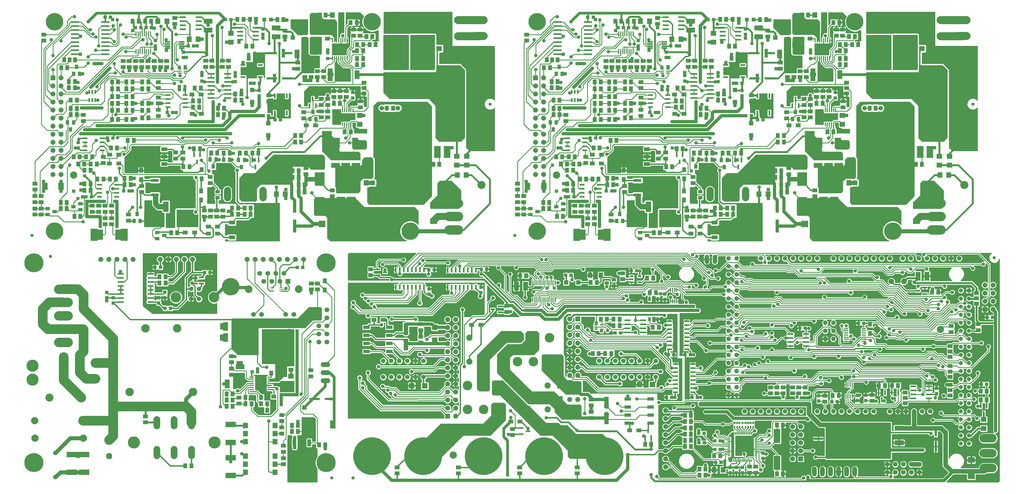
<source format=gtl>
G75*
G70*
%OFA0B0*%
%FSLAX24Y24*%
%IPPOS*%
%LPD*%
%AMOC8*
5,1,8,0,0,1.08239X$1,22.5*
%
%ADD10R,0.0591X0.0472*%
%ADD11R,0.0433X0.0394*%
%ADD12R,0.0591X0.0512*%
%ADD13R,0.0512X0.0591*%
%ADD14R,0.1063X0.0630*%
%ADD15R,0.0680X0.0190*%
%ADD16R,0.0394X0.0433*%
%ADD17R,0.0138X0.0630*%
%ADD18R,0.1000X0.0220*%
%ADD19R,0.0630X0.0710*%
%ADD20C,0.0885*%
%ADD21R,0.0472X0.0591*%
%ADD22R,0.0750X0.0450*%
%ADD23R,0.1250X0.2000*%
%ADD24R,0.0610X0.0236*%
%ADD25R,0.0394X0.0551*%
%ADD26R,0.0551X0.0394*%
%ADD27R,0.0709X0.1260*%
%ADD28R,0.0220X0.0600*%
%ADD29R,0.0220X0.0520*%
%ADD30R,0.0980X0.0370*%
%ADD31R,0.2570X0.2650*%
%ADD32R,0.0630X0.0709*%
%ADD33R,0.0780X0.0220*%
%ADD34R,0.0594X0.0594*%
%ADD35OC8,0.0594*%
%ADD36R,0.2244X0.2165*%
%ADD37R,0.0669X0.0512*%
%ADD38R,0.0709X0.0630*%
%ADD39R,0.1200X0.0600*%
%ADD40R,0.0180X0.0500*%
%ADD41R,0.1160X0.0690*%
%ADD42R,0.1280X0.0300*%
%ADD43R,0.0630X0.1063*%
%ADD44R,0.0710X0.0630*%
%ADD45R,0.0472X0.0472*%
%ADD46R,0.0551X0.0551*%
%ADD47R,0.0140X0.0560*%
%ADD48C,0.1236*%
%ADD49OC8,0.1236*%
%ADD50R,0.2165X0.2244*%
%ADD51R,0.0512X0.0669*%
%ADD52R,0.0236X0.0610*%
%ADD53R,0.0460X0.0140*%
%ADD54R,0.0220X0.0500*%
%ADD55R,0.0866X0.0236*%
%ADD56C,0.1000*%
%ADD57R,0.0430X0.1600*%
%ADD58R,0.0866X0.0709*%
%ADD59R,0.0709X0.0866*%
%ADD60OC8,0.0860*%
%ADD61R,0.0436X0.0436*%
%ADD62R,0.0827X0.1457*%
%ADD63R,0.0551X0.0827*%
%ADD64OC8,0.0560*%
%ADD65OC8,0.0520*%
%ADD66R,0.1772X0.1673*%
%ADD67C,0.1000*%
%ADD68R,0.1640X0.0470*%
%ADD69R,0.0560X0.0140*%
%ADD70R,0.1180X0.1180*%
%ADD71R,0.1969X0.2165*%
%ADD72OC8,0.0885*%
%ADD73C,0.0825*%
%ADD74R,0.1260X0.0709*%
%ADD75OC8,0.0760*%
%ADD76C,0.1502*%
%ADD77R,0.0598X0.0701*%
%ADD78R,0.0709X0.0984*%
%ADD79C,0.0594*%
%ADD80C,0.0594*%
%ADD81R,0.0480X0.0880*%
%ADD82R,0.1417X0.0866*%
%ADD83C,0.0560*%
%ADD84C,0.1306*%
%ADD85C,0.0945*%
%ADD86R,0.0440X0.0100*%
%ADD87R,0.0440X0.0120*%
%ADD88R,0.0520X0.0370*%
%ADD89R,0.0620X0.0220*%
%ADD90OC8,0.0600*%
%ADD91R,0.0787X0.0394*%
%ADD92R,0.0140X0.0630*%
%ADD93R,0.0520X0.0220*%
%ADD94R,0.2441X0.2283*%
%ADD95R,0.1181X0.0630*%
%ADD96R,0.1130X0.0300*%
%ADD97C,0.0397*%
%ADD98R,0.0580X0.0140*%
%ADD99R,0.0787X0.1772*%
%ADD100R,0.0600X0.0220*%
%ADD101OC8,0.0630*%
%ADD102C,0.0630*%
%ADD103R,0.0551X0.1417*%
%ADD104C,0.0560*%
%ADD105C,0.0860*%
%ADD106OC8,0.0554*%
%ADD107R,0.0240X0.0610*%
%ADD108R,0.0669X0.0709*%
%ADD109C,0.1181*%
%ADD110C,0.0768*%
%ADD111C,0.4685*%
%ADD112C,0.1065*%
%ADD113R,0.0610X0.0240*%
%ADD114R,0.0350X0.0500*%
%ADD115C,0.0515*%
%ADD116R,0.0515X0.0515*%
%ADD117R,0.0500X0.0220*%
%ADD118R,0.0551X0.0709*%
%ADD119R,0.0709X0.0669*%
%ADD120C,0.0554*%
%ADD121C,0.0063*%
%ADD122R,0.0197X0.0256*%
%ADD123R,0.0140X0.0520*%
%ADD124C,0.0400*%
%ADD125C,0.0700*%
%ADD126OC8,0.0700*%
%ADD127OC8,0.1000*%
%ADD128C,0.1181*%
%ADD129R,0.0300X0.1280*%
%ADD130R,0.0396X0.0396*%
%ADD131OC8,0.0396*%
%ADD132C,0.0120*%
%ADD133C,0.0160*%
%ADD134C,0.0100*%
%ADD135C,0.0400*%
%ADD136C,0.0240*%
%ADD137C,0.0320*%
%ADD138C,0.0140*%
%ADD139C,0.0200*%
%ADD140R,0.0436X0.0436*%
%ADD141C,0.0660*%
%ADD142C,0.2165*%
%ADD143C,0.0500*%
%ADD144C,0.0180*%
%ADD145C,0.0080*%
%ADD146C,0.1200*%
%ADD147C,0.0860*%
%ADD148C,0.2362*%
%ADD149C,0.1500*%
D10*
X048220Y023972D03*
X049361Y023972D03*
X060345Y023347D03*
X061486Y023347D03*
X084687Y034797D03*
X085829Y034797D03*
X087537Y034672D03*
X087537Y035522D03*
X088679Y035522D03*
X088679Y034672D03*
X076429Y043372D03*
X075287Y043372D03*
X075312Y044472D03*
X076454Y044472D03*
X085537Y049547D03*
X086679Y049547D03*
X086654Y051922D03*
X085512Y051922D03*
X099687Y048097D03*
X100829Y048097D03*
X040986Y048097D03*
X039845Y048097D03*
X026836Y049547D03*
X025695Y049547D03*
X025670Y051922D03*
X026811Y051922D03*
X016611Y044472D03*
X015470Y044472D03*
X015445Y043372D03*
X016586Y043372D03*
X027695Y035522D03*
X027695Y034672D03*
X028836Y034672D03*
X028836Y035522D03*
X025986Y034797D03*
X024845Y034797D03*
X065195Y011322D03*
X066336Y011322D03*
X079921Y010234D03*
X081063Y010234D03*
D11*
X088506Y009872D03*
X089175Y009872D03*
X090506Y008922D03*
X091175Y008922D03*
X089200Y008697D03*
X088531Y008697D03*
X090506Y007872D03*
X091175Y007872D03*
X091275Y006272D03*
X090606Y006272D03*
X105006Y013797D03*
X105675Y013797D03*
X088325Y014347D03*
X087656Y014347D03*
X085175Y014347D03*
X084506Y014347D03*
X084731Y019622D03*
X085400Y019622D03*
X086806Y019622D03*
X087475Y019622D03*
X078800Y022322D03*
X078131Y022322D03*
X080131Y030072D03*
X080800Y030072D03*
X062200Y030247D03*
X061531Y030247D03*
X055700Y030172D03*
X055031Y030172D03*
X072373Y039247D03*
X073043Y039247D03*
X077048Y039972D03*
X077718Y039972D03*
X075718Y046547D03*
X075048Y046547D03*
X082448Y049697D03*
X083118Y049697D03*
X083948Y052547D03*
X084618Y052547D03*
X093198Y053347D03*
X093868Y053347D03*
X093858Y052432D03*
X093858Y051762D03*
X095798Y048797D03*
X096468Y048797D03*
X085718Y057972D03*
X085048Y057972D03*
X080468Y060247D03*
X079798Y060247D03*
X079168Y060247D03*
X078498Y060247D03*
X075418Y061522D03*
X074748Y061522D03*
X036625Y048797D03*
X035956Y048797D03*
X034015Y051762D03*
X034015Y052432D03*
X034025Y053347D03*
X033356Y053347D03*
X024775Y052547D03*
X024106Y052547D03*
X023275Y049697D03*
X022606Y049697D03*
X015875Y046547D03*
X015206Y046547D03*
X017206Y039972D03*
X017875Y039972D03*
X013200Y039247D03*
X012531Y039247D03*
X027231Y029847D03*
X027900Y029847D03*
X033131Y017497D03*
X033800Y017497D03*
X101031Y022922D03*
X101700Y022922D03*
X108306Y023547D03*
X108975Y023547D03*
X124256Y024272D03*
X124925Y024272D03*
X124200Y015972D03*
X123531Y015972D03*
X025875Y057972D03*
X025206Y057972D03*
X020625Y060247D03*
X019956Y060247D03*
X019325Y060247D03*
X018656Y060247D03*
X015575Y061522D03*
X014906Y061522D03*
D12*
X007315Y059371D03*
X007315Y058623D03*
X017140Y056096D03*
X017140Y055348D03*
X017890Y055348D03*
X017890Y056096D03*
X018665Y056096D03*
X018665Y055348D03*
X019440Y055348D03*
X019440Y056096D03*
X020215Y056096D03*
X020215Y055348D03*
X020990Y055348D03*
X020990Y056096D03*
X021765Y056096D03*
X021765Y055348D03*
X022540Y055348D03*
X022540Y056096D03*
X021490Y053471D03*
X021490Y052723D03*
X021490Y051571D03*
X021490Y050823D03*
X021490Y050026D03*
X021490Y049278D03*
X012190Y049396D03*
X012190Y048648D03*
X014665Y044196D03*
X014665Y043448D03*
X019440Y040571D03*
X019440Y039823D03*
X015715Y038121D03*
X015715Y037373D03*
X015715Y036571D03*
X014890Y036571D03*
X014890Y037373D03*
X014890Y038121D03*
X014090Y038121D03*
X014090Y037373D03*
X013290Y037373D03*
X013290Y038121D03*
X014890Y035823D03*
X015715Y035823D03*
X017790Y036273D03*
X017790Y037021D03*
X027190Y036773D03*
X027190Y037521D03*
X027965Y037521D03*
X027965Y036773D03*
X028740Y036773D03*
X028740Y037521D03*
X029515Y037521D03*
X029515Y036773D03*
X027940Y040948D03*
X027940Y041696D03*
X024540Y043973D03*
X023640Y043973D03*
X023640Y044721D03*
X024540Y044721D03*
X035190Y051073D03*
X035190Y051821D03*
X039540Y049721D03*
X041715Y049846D03*
X041715Y049098D03*
X042490Y049098D03*
X042490Y049846D03*
X042490Y050648D03*
X042490Y051396D03*
X041715Y051396D03*
X041715Y050648D03*
X043265Y051623D03*
X043265Y052371D03*
X044040Y052371D03*
X044040Y051623D03*
X044815Y051623D03*
X044815Y052371D03*
X046990Y052053D03*
X046990Y052722D03*
X046990Y053391D03*
X046565Y051096D03*
X046565Y050348D03*
X039540Y048973D03*
X039665Y054098D03*
X039665Y054846D03*
X040440Y054846D03*
X040440Y054098D03*
X041215Y054098D03*
X041215Y054846D03*
X041990Y054846D03*
X041990Y054098D03*
X038790Y055148D03*
X038790Y055896D03*
X042465Y058873D03*
X042465Y059621D03*
X045715Y059248D03*
X045715Y059996D03*
X046490Y059996D03*
X046490Y059248D03*
X037215Y059123D03*
X037215Y059871D03*
X030215Y056121D03*
X030215Y055373D03*
X029440Y055373D03*
X029440Y056121D03*
X028140Y056121D03*
X028140Y055373D03*
X027365Y055373D03*
X027365Y056121D03*
X023540Y060698D03*
X023540Y061446D03*
X039815Y042796D03*
X039815Y042048D03*
X043065Y040046D03*
X043065Y039298D03*
X047815Y030246D03*
X047815Y029498D03*
X041240Y028471D03*
X041240Y027723D03*
X040465Y027723D03*
X040465Y028471D03*
X054040Y023421D03*
X054040Y022673D03*
X054040Y021871D03*
X054040Y021123D03*
X064715Y024948D03*
X064715Y025696D03*
X079065Y028998D03*
X079065Y029746D03*
X075558Y035823D03*
X074733Y035823D03*
X074733Y036571D03*
X074733Y037373D03*
X074733Y038121D03*
X073933Y038121D03*
X073933Y037373D03*
X073133Y037373D03*
X073133Y038121D03*
X075558Y038121D03*
X075558Y037373D03*
X075558Y036571D03*
X077633Y036273D03*
X077633Y037021D03*
X079283Y039823D03*
X079283Y040571D03*
X083483Y043973D03*
X084383Y043973D03*
X084383Y044721D03*
X083483Y044721D03*
X087783Y041696D03*
X087783Y040948D03*
X087808Y037521D03*
X087808Y036773D03*
X088583Y036773D03*
X088583Y037521D03*
X089358Y037521D03*
X089358Y036773D03*
X087033Y036773D03*
X087033Y037521D03*
X099658Y042048D03*
X099658Y042796D03*
X102908Y040046D03*
X102908Y039298D03*
X099383Y048973D03*
X099383Y049721D03*
X101558Y049846D03*
X101558Y049098D03*
X102333Y049098D03*
X102333Y049846D03*
X102333Y050648D03*
X102333Y051396D03*
X101558Y051396D03*
X101558Y050648D03*
X103108Y051623D03*
X103108Y052371D03*
X103883Y052371D03*
X103883Y051623D03*
X104658Y051623D03*
X104658Y052371D03*
X106408Y051096D03*
X106408Y050348D03*
X106833Y052053D03*
X106833Y052722D03*
X106833Y053391D03*
X101833Y054098D03*
X101833Y054846D03*
X101058Y054846D03*
X101058Y054098D03*
X100283Y054098D03*
X100283Y054846D03*
X099508Y054846D03*
X099508Y054098D03*
X098633Y055148D03*
X098633Y055896D03*
X102308Y058873D03*
X102308Y059621D03*
X105558Y059248D03*
X105558Y059996D03*
X106333Y059996D03*
X106333Y059248D03*
X097058Y059123D03*
X097058Y059871D03*
X090058Y056121D03*
X090058Y055373D03*
X089283Y055373D03*
X089283Y056121D03*
X087983Y056121D03*
X087983Y055373D03*
X087208Y055373D03*
X087208Y056121D03*
X082383Y056096D03*
X082383Y055348D03*
X081608Y055348D03*
X081608Y056096D03*
X080833Y056096D03*
X080833Y055348D03*
X080058Y055348D03*
X080058Y056096D03*
X079283Y056096D03*
X079283Y055348D03*
X078508Y055348D03*
X078508Y056096D03*
X077733Y056096D03*
X077733Y055348D03*
X076983Y055348D03*
X076983Y056096D03*
X081333Y053471D03*
X081333Y052723D03*
X081333Y051571D03*
X081333Y050823D03*
X081333Y050026D03*
X081333Y049278D03*
X072033Y049396D03*
X072033Y048648D03*
X074508Y044196D03*
X074508Y043448D03*
X066808Y039321D03*
X066808Y038573D03*
X066033Y038573D03*
X066033Y039321D03*
X066033Y040123D03*
X066033Y040871D03*
X066033Y037771D03*
X066808Y037771D03*
X066808Y037023D03*
X066033Y037023D03*
X095033Y051073D03*
X095033Y051821D03*
X083383Y060698D03*
X083383Y061446D03*
X067158Y059371D03*
X067158Y058623D03*
X006965Y039321D03*
X006965Y038573D03*
X006190Y038573D03*
X006190Y039321D03*
X006190Y040123D03*
X006190Y040871D03*
X006190Y037771D03*
X006965Y037771D03*
X006965Y037023D03*
X006190Y037023D03*
X030565Y019446D03*
X030565Y018698D03*
X030565Y017896D03*
X030565Y017148D03*
X031515Y014306D03*
X031515Y013558D03*
X035790Y013698D03*
X035790Y014446D03*
X036815Y012146D03*
X036815Y011398D03*
X036815Y010596D03*
X036815Y009848D03*
X037015Y008321D03*
X037015Y007573D03*
X037015Y006771D03*
X037015Y006023D03*
X051115Y005646D03*
X051115Y004898D03*
X058690Y004898D03*
X058690Y005646D03*
X066290Y005646D03*
X066290Y004898D03*
X073440Y004898D03*
X073440Y005646D03*
X065390Y009654D03*
X065390Y010402D03*
X075165Y011773D03*
X075165Y012521D03*
X075165Y013323D03*
X075165Y014071D03*
X094790Y005721D03*
X095565Y005721D03*
X095565Y004973D03*
X094790Y004973D03*
X104140Y013798D03*
X104140Y014546D03*
X101690Y014823D03*
X101690Y015571D03*
X100915Y015571D03*
X100915Y014823D03*
X100140Y014823D03*
X100140Y015571D03*
X098965Y015571D03*
X098965Y014823D03*
X098190Y014823D03*
X098190Y015571D03*
X097415Y015571D03*
X097415Y014823D03*
X109990Y014646D03*
X109990Y013898D03*
X114090Y013603D03*
X114090Y014272D03*
X114090Y014941D03*
X119665Y015222D03*
X119665Y014553D03*
X119665Y015891D03*
X119665Y016878D03*
X119665Y017547D03*
X119665Y018216D03*
X119665Y019353D03*
X119665Y020022D03*
X119665Y020691D03*
X119815Y022448D03*
X119815Y023196D03*
X123165Y023421D03*
X123165Y022673D03*
X122940Y025953D03*
X122940Y026622D03*
X122940Y027291D03*
X040390Y017696D03*
X037940Y017773D03*
X037940Y018521D03*
X040390Y016948D03*
X019890Y011971D03*
X019890Y011223D03*
D13*
X024841Y005822D03*
X025589Y005822D03*
X038066Y010097D03*
X038814Y010097D03*
X038814Y010872D03*
X038066Y010872D03*
X034989Y012747D03*
X034241Y012747D03*
X034241Y013522D03*
X034989Y013522D03*
X034989Y014322D03*
X034241Y014322D03*
X033064Y014322D03*
X032316Y014322D03*
X032316Y013547D03*
X033064Y013547D03*
X030714Y013222D03*
X029966Y013222D03*
X029966Y013997D03*
X030714Y013997D03*
X030714Y014772D03*
X029966Y014772D03*
X035516Y017347D03*
X036264Y017347D03*
X041441Y008422D03*
X042189Y008422D03*
X075366Y019772D03*
X076114Y019772D03*
X076916Y019772D03*
X077664Y019772D03*
X077941Y023247D03*
X078689Y023247D03*
X078689Y024022D03*
X077941Y024022D03*
X077114Y024022D03*
X076366Y024022D03*
X082816Y023022D03*
X083564Y023022D03*
X083189Y027322D03*
X082441Y027322D03*
X082116Y029147D03*
X082864Y029147D03*
X075864Y028597D03*
X075116Y028597D03*
X067114Y029447D03*
X066366Y029447D03*
X070934Y036797D03*
X071682Y036797D03*
X069982Y037772D03*
X069234Y037772D03*
X069234Y038547D03*
X069982Y038547D03*
X072184Y040035D03*
X072932Y040035D03*
X072938Y040816D03*
X072190Y040816D03*
X073784Y041447D03*
X074532Y041447D03*
X075334Y041447D03*
X076082Y041447D03*
X077159Y041529D03*
X077907Y041529D03*
X077907Y040747D03*
X077159Y040747D03*
X072928Y042523D03*
X072180Y042523D03*
X072157Y043297D03*
X071409Y043297D03*
X071582Y044197D03*
X070834Y044197D03*
X072384Y044197D03*
X073132Y044197D03*
X072959Y043297D03*
X073707Y043297D03*
X075463Y045291D03*
X076211Y045291D03*
X077559Y046247D03*
X078307Y046247D03*
X078132Y048822D03*
X077384Y048822D03*
X076357Y048822D03*
X075609Y048822D03*
X075609Y049972D03*
X076357Y049972D03*
X076357Y050822D03*
X075609Y050822D03*
X075609Y051667D03*
X076357Y051667D03*
X076357Y052647D03*
X075609Y052647D03*
X075609Y053497D03*
X076357Y053497D03*
X077384Y053497D03*
X078132Y053497D03*
X079359Y053497D03*
X080107Y053497D03*
X080107Y052647D03*
X079359Y052647D03*
X078132Y052647D03*
X077384Y052647D03*
X077384Y051667D03*
X078132Y051667D03*
X078132Y050822D03*
X077384Y050822D03*
X077384Y049971D03*
X078132Y049971D03*
X079359Y049972D03*
X080107Y049972D03*
X080107Y050822D03*
X079359Y050822D03*
X079359Y049047D03*
X080107Y049047D03*
X085659Y050372D03*
X086407Y050372D03*
X086407Y051147D03*
X085659Y051147D03*
X085859Y052722D03*
X086607Y052722D03*
X090884Y051997D03*
X091632Y051997D03*
X091632Y051222D03*
X090884Y051222D03*
X089482Y050222D03*
X088734Y050222D03*
X088734Y049447D03*
X089482Y049447D03*
X098309Y046822D03*
X099057Y046822D03*
X099057Y046022D03*
X098309Y046022D03*
X093757Y044672D03*
X093009Y044672D03*
X092207Y044672D03*
X091459Y044672D03*
X090207Y044672D03*
X089459Y044672D03*
X088657Y044672D03*
X087909Y044672D03*
X086507Y045197D03*
X085759Y045197D03*
X085207Y042972D03*
X084459Y042972D03*
X090484Y037847D03*
X091232Y037847D03*
X092034Y037847D03*
X092782Y037847D03*
X092782Y037072D03*
X092034Y037072D03*
X091232Y037072D03*
X090484Y037072D03*
X083682Y034772D03*
X082934Y034772D03*
X097984Y041622D03*
X098732Y041622D03*
X098732Y042472D03*
X097984Y042472D03*
X098734Y040697D03*
X099482Y040697D03*
X099482Y039847D03*
X098734Y039847D03*
X107934Y040972D03*
X108682Y040972D03*
X115434Y043272D03*
X116182Y043272D03*
X105207Y047297D03*
X104459Y047297D03*
X109684Y050247D03*
X110432Y050247D03*
X103857Y050822D03*
X103109Y050822D03*
X105984Y055622D03*
X106732Y055622D03*
X106732Y056397D03*
X105984Y056397D03*
X105984Y057372D03*
X106732Y057372D03*
X106732Y058147D03*
X105984Y058147D03*
X107534Y058147D03*
X108282Y058147D03*
X107882Y059147D03*
X107134Y059147D03*
X105932Y060872D03*
X105184Y060872D03*
X102082Y061797D03*
X101334Y061797D03*
X096857Y061247D03*
X096109Y061247D03*
X093457Y061272D03*
X092709Y061272D03*
X091907Y061272D03*
X091159Y061272D03*
X092259Y057922D03*
X093007Y057922D03*
X093307Y056422D03*
X092559Y056422D03*
X080457Y061022D03*
X079709Y061022D03*
X078907Y061022D03*
X078159Y061022D03*
X071002Y056222D03*
X070333Y056222D03*
X069664Y056222D03*
X069309Y055272D03*
X070057Y055272D03*
X070259Y053547D03*
X071007Y053547D03*
X071007Y052772D03*
X070259Y052772D03*
X070484Y051247D03*
X071232Y051247D03*
X071232Y050197D03*
X070484Y050197D03*
X070484Y049422D03*
X071232Y049422D03*
X056339Y043272D03*
X055591Y043272D03*
X048839Y040972D03*
X048091Y040972D03*
X039639Y040697D03*
X038891Y040697D03*
X038891Y039847D03*
X039639Y039847D03*
X038889Y041622D03*
X038141Y041622D03*
X038141Y042472D03*
X038889Y042472D03*
X033914Y044672D03*
X033166Y044672D03*
X032364Y044672D03*
X031616Y044672D03*
X030364Y044672D03*
X029616Y044672D03*
X028814Y044672D03*
X028066Y044672D03*
X026664Y045197D03*
X025916Y045197D03*
X025364Y042972D03*
X024616Y042972D03*
X018064Y041529D03*
X017316Y041529D03*
X016239Y041447D03*
X015491Y041447D03*
X014689Y041447D03*
X013941Y041447D03*
X013096Y040816D03*
X012348Y040816D03*
X012341Y040035D03*
X013089Y040035D03*
X010139Y038547D03*
X009391Y038547D03*
X009391Y037772D03*
X010139Y037772D03*
X011091Y036797D03*
X011839Y036797D03*
X017316Y040747D03*
X018064Y040747D03*
X013864Y043297D03*
X013116Y043297D03*
X013085Y042523D03*
X012337Y042523D03*
X012314Y043297D03*
X011566Y043297D03*
X011739Y044197D03*
X010991Y044197D03*
X012541Y044197D03*
X013289Y044197D03*
X015620Y045291D03*
X016369Y045291D03*
X017716Y046247D03*
X018464Y046247D03*
X018289Y048822D03*
X017541Y048822D03*
X016514Y048822D03*
X015766Y048822D03*
X015766Y049972D03*
X016514Y049972D03*
X016514Y050822D03*
X015766Y050822D03*
X017541Y050822D03*
X018289Y050822D03*
X018289Y049971D03*
X017541Y049971D03*
X019516Y049972D03*
X020264Y049972D03*
X020264Y050822D03*
X019516Y050822D03*
X018289Y051667D03*
X017541Y051667D03*
X017541Y052647D03*
X018289Y052647D03*
X019516Y052647D03*
X020264Y052647D03*
X020264Y053497D03*
X019516Y053497D03*
X018289Y053497D03*
X017541Y053497D03*
X016514Y053497D03*
X015766Y053497D03*
X015766Y052647D03*
X016514Y052647D03*
X016514Y051667D03*
X015766Y051667D03*
X011389Y051247D03*
X010641Y051247D03*
X010641Y050197D03*
X011389Y050197D03*
X011389Y049422D03*
X010641Y049422D03*
X010416Y052772D03*
X011164Y052772D03*
X011164Y053547D03*
X010416Y053547D03*
X010214Y055272D03*
X009466Y055272D03*
X009821Y056222D03*
X010490Y056222D03*
X011160Y056222D03*
X018316Y061022D03*
X019064Y061022D03*
X019866Y061022D03*
X020614Y061022D03*
X031316Y061272D03*
X032064Y061272D03*
X032866Y061272D03*
X033614Y061272D03*
X036266Y061247D03*
X037014Y061247D03*
X041491Y061797D03*
X042239Y061797D03*
X045341Y060872D03*
X046089Y060872D03*
X047291Y059147D03*
X048039Y059147D03*
X047691Y058147D03*
X048439Y058147D03*
X046889Y058147D03*
X046141Y058147D03*
X046141Y057372D03*
X046889Y057372D03*
X046889Y056397D03*
X046141Y056397D03*
X046141Y055622D03*
X046889Y055622D03*
X044014Y050822D03*
X043266Y050822D03*
X049841Y050247D03*
X050589Y050247D03*
X045364Y047297D03*
X044616Y047297D03*
X039214Y046822D03*
X038466Y046822D03*
X038466Y046022D03*
X039214Y046022D03*
X031789Y051222D03*
X031041Y051222D03*
X031041Y051997D03*
X031789Y051997D03*
X029639Y050222D03*
X028891Y050222D03*
X028891Y049447D03*
X029639Y049447D03*
X026564Y050372D03*
X025816Y050372D03*
X025816Y051147D03*
X026564Y051147D03*
X026764Y052722D03*
X026016Y052722D03*
X020264Y049047D03*
X019516Y049047D03*
X032716Y056422D03*
X033464Y056422D03*
X033164Y057922D03*
X032416Y057922D03*
X032191Y037847D03*
X032939Y037847D03*
X031389Y037847D03*
X030641Y037847D03*
X030641Y037072D03*
X031389Y037072D03*
X032191Y037072D03*
X032939Y037072D03*
X023839Y034772D03*
X023091Y034772D03*
X022389Y029297D03*
X021641Y029297D03*
X021641Y028522D03*
X022389Y028522D03*
X081866Y008497D03*
X082614Y008497D03*
X086791Y008222D03*
X087539Y008222D03*
X087539Y008997D03*
X086791Y008997D03*
X086791Y009772D03*
X087539Y009772D03*
X087539Y010547D03*
X086791Y010547D03*
X086791Y011322D03*
X087539Y011322D03*
X087539Y012097D03*
X086791Y012097D03*
X090416Y007097D03*
X091164Y007097D03*
X089339Y005447D03*
X088591Y005447D03*
X088591Y004672D03*
X089339Y004672D03*
X098191Y004847D03*
X098939Y004847D03*
X098939Y010897D03*
X098191Y010897D03*
X105116Y014572D03*
X105864Y014572D03*
X110841Y015797D03*
X111589Y015797D03*
X112466Y015797D03*
X113214Y015797D03*
X123466Y015097D03*
X124214Y015097D03*
X124214Y014022D03*
X123466Y014022D03*
X118189Y027397D03*
X117441Y027397D03*
D14*
X105258Y038921D03*
X103983Y038921D03*
X103983Y040023D03*
X105258Y040023D03*
X105858Y043121D03*
X104583Y043121D03*
X103308Y043121D03*
X103308Y044223D03*
X104583Y044223D03*
X105858Y044223D03*
X095933Y059096D03*
X095933Y060198D03*
X087508Y059946D03*
X087508Y061048D03*
X046015Y044223D03*
X044740Y044223D03*
X043465Y044223D03*
X043465Y043121D03*
X044740Y043121D03*
X046015Y043121D03*
X045415Y040023D03*
X044140Y040023D03*
X044140Y038921D03*
X045415Y038921D03*
X036090Y059096D03*
X036090Y060198D03*
X027665Y059946D03*
X027665Y061048D03*
X031640Y018148D03*
X031640Y017046D03*
D15*
X024395Y057692D03*
X024395Y057942D03*
X024395Y058202D03*
X024395Y058452D03*
X022635Y058452D03*
X022635Y058202D03*
X022635Y057942D03*
X022635Y057692D03*
X082478Y057692D03*
X082478Y057942D03*
X082478Y058202D03*
X082478Y058452D03*
X084238Y058452D03*
X084238Y058202D03*
X084238Y057942D03*
X084238Y057692D03*
D16*
X084458Y057207D03*
X084458Y056537D03*
X086758Y054282D03*
X086758Y053612D03*
X090883Y053537D03*
X090883Y054207D03*
X094348Y049297D03*
X095018Y049297D03*
X105433Y051512D03*
X105433Y052182D03*
X102358Y056412D03*
X102358Y057082D03*
X094308Y059387D03*
X094308Y060057D03*
X090343Y061222D03*
X089673Y061222D03*
X080983Y058632D03*
X080983Y057962D03*
X071408Y045957D03*
X071408Y045287D03*
X045590Y051512D03*
X045590Y052182D03*
X042515Y056412D03*
X042515Y057082D03*
X034465Y059387D03*
X034465Y060057D03*
X030500Y061222D03*
X029831Y061222D03*
X024615Y057207D03*
X024615Y056537D03*
X026915Y054282D03*
X026915Y053612D03*
X031040Y053537D03*
X031040Y054207D03*
X021140Y057962D03*
X021140Y058632D03*
X034506Y049297D03*
X035175Y049297D03*
X011565Y045957D03*
X011565Y045287D03*
X021081Y030497D03*
X021750Y030497D03*
X022315Y027382D03*
X022315Y026712D03*
X021540Y026707D03*
X021540Y026037D03*
X022331Y025397D03*
X023000Y025397D03*
X015890Y026037D03*
X015890Y026707D03*
X015115Y026687D03*
X015115Y027357D03*
X038731Y030472D03*
X039400Y030472D03*
X055065Y027807D03*
X055065Y027137D03*
X061490Y027337D03*
X061490Y028007D03*
X072006Y029497D03*
X072675Y029497D03*
X084290Y027157D03*
X084290Y026487D03*
X103365Y014532D03*
X103365Y013862D03*
X108165Y013937D03*
X108165Y014607D03*
X109215Y014607D03*
X109215Y013937D03*
X117990Y014787D03*
X117990Y015457D03*
X096465Y007432D03*
X096465Y006762D03*
X093940Y005632D03*
X093940Y004962D03*
X093165Y004962D03*
X093165Y005632D03*
X092390Y005632D03*
X092390Y004962D03*
D17*
X080369Y057270D03*
X080113Y057270D03*
X079857Y057270D03*
X079601Y057270D03*
X079345Y057270D03*
X079089Y057270D03*
X078833Y057270D03*
X078577Y057270D03*
X078577Y059474D03*
X078833Y059474D03*
X079089Y059474D03*
X079345Y059474D03*
X079601Y059474D03*
X079857Y059474D03*
X080113Y059474D03*
X080369Y059474D03*
X020526Y059474D03*
X020270Y059474D03*
X020014Y059474D03*
X019759Y059474D03*
X019503Y059474D03*
X019247Y059474D03*
X018991Y059474D03*
X018735Y059474D03*
X018735Y057270D03*
X018991Y057270D03*
X019247Y057270D03*
X019503Y057270D03*
X019759Y057270D03*
X020014Y057270D03*
X020270Y057270D03*
X020526Y057270D03*
D18*
X014920Y057447D03*
X014920Y056947D03*
X014920Y057947D03*
X014920Y058447D03*
X014920Y058947D03*
X014920Y059447D03*
X014920Y059947D03*
X014920Y060447D03*
X014920Y060947D03*
X011160Y060947D03*
X011160Y060447D03*
X011160Y059947D03*
X011160Y059447D03*
X011160Y058947D03*
X011160Y058447D03*
X011160Y057947D03*
X011160Y057447D03*
X011160Y056947D03*
X071003Y056947D03*
X071003Y057447D03*
X071003Y057947D03*
X071003Y058447D03*
X071003Y058947D03*
X071003Y059447D03*
X071003Y059947D03*
X071003Y060447D03*
X071003Y060947D03*
X074763Y060947D03*
X074763Y060447D03*
X074763Y059947D03*
X074763Y059447D03*
X074763Y058947D03*
X074763Y058447D03*
X074763Y057947D03*
X074763Y057447D03*
X074763Y056947D03*
D19*
X081273Y061022D03*
X082393Y061022D03*
X102898Y061797D03*
X104018Y061797D03*
X105998Y040972D03*
X107118Y040972D03*
X047275Y040972D03*
X046156Y040972D03*
X022550Y061022D03*
X021431Y061022D03*
X043056Y061797D03*
X044175Y061797D03*
D20*
X034452Y040015D02*
X034452Y039130D01*
X032252Y039130D02*
X032252Y040015D01*
X030052Y040015D02*
X030052Y039130D01*
X089895Y039130D02*
X089895Y040015D01*
X092095Y040015D02*
X092095Y039130D01*
X094295Y039130D02*
X094295Y040015D01*
D21*
X086658Y039968D03*
X086658Y038826D03*
X086708Y041451D03*
X086708Y042593D03*
X079208Y042518D03*
X079208Y041376D03*
X042140Y028793D03*
X042140Y027651D03*
X026815Y038826D03*
X026815Y039968D03*
X026865Y041451D03*
X026865Y042593D03*
X019365Y042518D03*
X019365Y041376D03*
X109740Y023418D03*
X109740Y022276D03*
D22*
X090473Y034212D03*
X090473Y035122D03*
X090473Y036032D03*
X082068Y043312D03*
X082068Y044222D03*
X082068Y045132D03*
X030630Y036032D03*
X030630Y035122D03*
X030630Y034212D03*
X022225Y043312D03*
X022225Y044222D03*
X022225Y045132D03*
D23*
X019955Y044222D03*
X032900Y035122D03*
X079798Y044222D03*
X092743Y035122D03*
D24*
X076171Y039224D03*
X076171Y039724D03*
X076171Y040224D03*
X076171Y040724D03*
X074045Y040724D03*
X074045Y040224D03*
X074045Y039724D03*
X074045Y039224D03*
X074371Y044999D03*
X074371Y045499D03*
X074371Y045999D03*
X074371Y046499D03*
X072245Y046499D03*
X072245Y045999D03*
X072245Y045499D03*
X072245Y044999D03*
X082545Y050374D03*
X082545Y050874D03*
X082545Y051374D03*
X082545Y051874D03*
X084671Y051874D03*
X084671Y051374D03*
X084671Y050874D03*
X084671Y050374D03*
X091845Y054099D03*
X091845Y054599D03*
X091845Y055099D03*
X091845Y055599D03*
X093971Y055599D03*
X093971Y055099D03*
X093971Y054599D03*
X093971Y054099D03*
X034128Y054099D03*
X034128Y054599D03*
X034128Y055099D03*
X034128Y055599D03*
X032002Y055599D03*
X032002Y055099D03*
X032002Y054599D03*
X032002Y054099D03*
X024828Y051874D03*
X024828Y051374D03*
X024828Y050874D03*
X024828Y050374D03*
X022702Y050374D03*
X022702Y050874D03*
X022702Y051374D03*
X022702Y051874D03*
X014528Y046499D03*
X014528Y045999D03*
X014528Y045499D03*
X014528Y044999D03*
X012402Y044999D03*
X012402Y045499D03*
X012402Y045999D03*
X012402Y046499D03*
X014202Y040724D03*
X014202Y040224D03*
X014202Y039724D03*
X014202Y039224D03*
X016328Y039224D03*
X016328Y039724D03*
X016328Y040224D03*
X016328Y040724D03*
D25*
X018865Y037105D03*
X018491Y036239D03*
X019239Y036239D03*
X028290Y042989D03*
X027916Y043855D03*
X028664Y043855D03*
X029591Y043830D03*
X030339Y043830D03*
X029965Y042964D03*
X031441Y043805D03*
X032189Y043805D03*
X031815Y042939D03*
X040291Y048914D03*
X041039Y048914D03*
X040665Y049780D03*
X070084Y048480D03*
X070832Y048480D03*
X070458Y047614D03*
X070834Y054489D03*
X071582Y054489D03*
X071208Y055355D03*
X087759Y043855D03*
X088507Y043855D03*
X089434Y043830D03*
X090182Y043830D03*
X089808Y042964D03*
X088133Y042989D03*
X091284Y043805D03*
X092032Y043805D03*
X091658Y042939D03*
X100134Y048914D03*
X100882Y048914D03*
X100508Y049780D03*
X078708Y037105D03*
X079082Y036239D03*
X078334Y036239D03*
X010989Y048480D03*
X010241Y048480D03*
X010615Y047614D03*
X010991Y054489D03*
X011739Y054489D03*
X011365Y055355D03*
D26*
X028848Y039871D03*
X028848Y039123D03*
X027982Y039497D03*
X021382Y034796D03*
X021382Y034048D03*
X022248Y034422D03*
X011848Y037623D03*
X010982Y037997D03*
X011848Y038371D03*
X008648Y037397D03*
X007782Y037023D03*
X007782Y037771D03*
X067625Y037771D03*
X068491Y037397D03*
X067625Y037023D03*
X070825Y037997D03*
X071691Y037623D03*
X071691Y038371D03*
X081225Y034796D03*
X081225Y034048D03*
X082091Y034422D03*
X087825Y039497D03*
X088691Y039123D03*
X088691Y039871D03*
X077973Y028921D03*
X077973Y028173D03*
X077107Y028547D03*
D27*
X076335Y034522D03*
X074131Y034522D03*
X080056Y037997D03*
X082260Y037997D03*
X081731Y036172D03*
X083935Y036172D03*
X103506Y045947D03*
X105710Y045947D03*
X045868Y045947D03*
X043663Y045947D03*
X024093Y036172D03*
X021888Y036172D03*
X022418Y037997D03*
X020213Y037997D03*
X016493Y034522D03*
X014288Y034522D03*
D28*
X033540Y042947D03*
X033140Y043797D03*
X033940Y043797D03*
X040240Y050522D03*
X041040Y050522D03*
X040640Y051372D03*
X092983Y043797D03*
X093783Y043797D03*
X093383Y042947D03*
X100083Y050522D03*
X100883Y050522D03*
X100483Y051372D03*
X110790Y014897D03*
X111590Y014897D03*
X112440Y014947D03*
X113240Y014947D03*
X112840Y014097D03*
X111190Y014047D03*
D29*
X123470Y013252D03*
X124210Y013252D03*
X123840Y012392D03*
X082610Y009317D03*
X081870Y009317D03*
X082240Y010177D03*
X086133Y043567D03*
X086503Y044427D03*
X085763Y044427D03*
X026660Y044427D03*
X025920Y044427D03*
X026290Y043567D03*
D30*
X021072Y041255D03*
X021072Y039455D03*
X046895Y045597D03*
X046895Y047397D03*
X080914Y041255D03*
X080914Y039455D03*
X106738Y045597D03*
X106738Y047397D03*
D31*
X109318Y046497D03*
X083494Y040355D03*
X049475Y046497D03*
X023652Y040355D03*
D32*
X036139Y039572D03*
X037242Y039572D03*
X058564Y041947D03*
X059667Y041947D03*
X043917Y053947D03*
X042814Y053947D03*
X042814Y054822D03*
X043917Y054822D03*
X026442Y058797D03*
X025339Y058797D03*
X085182Y058797D03*
X086284Y058797D03*
X102657Y054822D03*
X103759Y054822D03*
X103759Y053947D03*
X102657Y053947D03*
X118407Y041947D03*
X119509Y041947D03*
X097084Y039572D03*
X095982Y039572D03*
X091517Y005322D03*
X090414Y005322D03*
D33*
X115095Y014197D03*
X115095Y014697D03*
X115095Y015197D03*
X115095Y015697D03*
X117035Y015697D03*
X117035Y015197D03*
X117035Y014697D03*
X117035Y014197D03*
X101810Y020697D03*
X101810Y021197D03*
X101810Y021697D03*
X101810Y022197D03*
X099870Y022197D03*
X099870Y021697D03*
X099870Y021197D03*
X099870Y020697D03*
X081610Y022397D03*
X081610Y022897D03*
X081610Y023397D03*
X081610Y023897D03*
X079670Y023897D03*
X079670Y023397D03*
X079670Y022897D03*
X079670Y022397D03*
X020540Y026172D03*
X020540Y026672D03*
X020540Y027172D03*
X020540Y027672D03*
X020540Y028172D03*
X020540Y028672D03*
X020540Y029172D03*
X020540Y029672D03*
X016840Y029672D03*
X016840Y029172D03*
X016840Y028672D03*
X016840Y028172D03*
X016840Y027672D03*
X016840Y027172D03*
X016840Y026672D03*
X016840Y026172D03*
X031620Y058747D03*
X031620Y059247D03*
X031620Y059747D03*
X031620Y060247D03*
X033560Y060247D03*
X033560Y059747D03*
X033560Y059247D03*
X033560Y058747D03*
X026485Y060047D03*
X026485Y060547D03*
X026485Y061047D03*
X026485Y061547D03*
X024545Y061547D03*
X024545Y061047D03*
X024545Y060547D03*
X024545Y060047D03*
X084388Y060047D03*
X084388Y060547D03*
X084388Y061047D03*
X084388Y061547D03*
X086328Y061547D03*
X086328Y061047D03*
X086328Y060547D03*
X086328Y060047D03*
X091463Y060247D03*
X091463Y059747D03*
X091463Y059247D03*
X091463Y058747D03*
X093403Y058747D03*
X093403Y059247D03*
X093403Y059747D03*
X093403Y060247D03*
D34*
X068265Y053988D03*
X037556Y028746D03*
X057351Y012011D03*
X073493Y024067D03*
X101140Y006697D03*
X123990Y025272D03*
X008422Y053988D03*
D35*
X008422Y052988D03*
X009422Y052988D03*
X009422Y053988D03*
X009422Y051988D03*
X008422Y051988D03*
X008422Y050988D03*
X009422Y050988D03*
X009422Y049988D03*
X008422Y049988D03*
X008422Y048988D03*
X008422Y047988D03*
X009422Y047988D03*
X009422Y048988D03*
X009422Y046988D03*
X008422Y046988D03*
X008422Y045988D03*
X009422Y045988D03*
X009422Y044988D03*
X008422Y044988D03*
X008422Y043988D03*
X008422Y042988D03*
X009422Y042988D03*
X009422Y043988D03*
X009422Y041988D03*
X008422Y041988D03*
X014365Y031472D03*
X015365Y031472D03*
X016365Y031472D03*
X017365Y031472D03*
X018365Y031472D03*
X021740Y031472D03*
X022740Y031472D03*
X023740Y031472D03*
X024740Y031472D03*
X025740Y031472D03*
X032515Y031472D03*
X033515Y031472D03*
X034515Y031472D03*
X035515Y031472D03*
X036515Y031472D03*
X037515Y031472D03*
X038515Y031472D03*
X039515Y031472D03*
X057351Y024011D03*
X058351Y024011D03*
X058351Y023011D03*
X057351Y023011D03*
X057351Y022011D03*
X057351Y021011D03*
X058351Y021011D03*
X058351Y022011D03*
X058351Y020011D03*
X057351Y020011D03*
X057351Y019011D03*
X058351Y019011D03*
X058351Y018011D03*
X057351Y018011D03*
X057351Y017011D03*
X058351Y017011D03*
X058351Y016011D03*
X057351Y016011D03*
X057351Y015011D03*
X057351Y014011D03*
X058351Y014011D03*
X058351Y015011D03*
X058351Y013011D03*
X057351Y013011D03*
X058351Y012011D03*
X072493Y012067D03*
X072493Y013067D03*
X073493Y013067D03*
X073493Y012067D03*
X073493Y014067D03*
X073493Y015067D03*
X072493Y015067D03*
X072493Y014067D03*
X072493Y016067D03*
X073493Y016067D03*
X073493Y017067D03*
X073493Y018067D03*
X072493Y018067D03*
X072493Y017067D03*
X072493Y019067D03*
X072493Y020067D03*
X073493Y020067D03*
X073493Y019067D03*
X073493Y021067D03*
X072493Y021067D03*
X072493Y022067D03*
X072493Y023067D03*
X073493Y023067D03*
X073493Y022067D03*
X072493Y024067D03*
X084390Y012697D03*
X084390Y011697D03*
X084390Y010697D03*
X084390Y009697D03*
X084390Y008697D03*
X084390Y007697D03*
X084390Y006697D03*
X084390Y005697D03*
X100140Y006697D03*
X100140Y007697D03*
X100140Y008697D03*
X101140Y008697D03*
X101140Y007697D03*
X101140Y009697D03*
X100140Y009697D03*
X100140Y010697D03*
X101140Y010697D03*
X124990Y025272D03*
X124990Y026272D03*
X123990Y026272D03*
X123990Y027272D03*
X123990Y028272D03*
X124990Y028272D03*
X124990Y027272D03*
X069265Y041988D03*
X068265Y041988D03*
X068265Y042988D03*
X068265Y043988D03*
X069265Y043988D03*
X069265Y042988D03*
X069265Y044988D03*
X068265Y044988D03*
X068265Y045988D03*
X068265Y046988D03*
X069265Y046988D03*
X069265Y045988D03*
X069265Y047988D03*
X069265Y048988D03*
X068265Y048988D03*
X068265Y047988D03*
X068265Y049988D03*
X069265Y049988D03*
X069265Y050988D03*
X069265Y051988D03*
X068265Y051988D03*
X068265Y050988D03*
X068265Y052988D03*
X069265Y052988D03*
X069265Y053988D03*
D36*
X050289Y042797D03*
X110132Y042797D03*
D37*
X107597Y041897D03*
X107597Y043697D03*
X047754Y043697D03*
X047754Y041897D03*
D38*
X058490Y043171D03*
X059740Y043171D03*
X059740Y044273D03*
X058490Y044273D03*
X046465Y048246D03*
X046465Y049348D03*
X030490Y058446D03*
X030490Y059548D03*
X090333Y059548D03*
X090333Y058446D03*
X106308Y049348D03*
X106308Y048246D03*
X118333Y044273D03*
X119583Y044273D03*
X119583Y043171D03*
X118333Y043171D03*
D39*
X101333Y043937D03*
X101333Y041957D03*
X101333Y040887D03*
X101333Y038907D03*
X041490Y038907D03*
X041490Y040887D03*
X041490Y041957D03*
X041490Y043937D03*
D40*
X044349Y048217D03*
X044605Y048217D03*
X044860Y048217D03*
X045120Y048217D03*
X045376Y048217D03*
X045632Y048217D03*
X045632Y049977D03*
X045376Y049977D03*
X045120Y049977D03*
X044860Y049977D03*
X044605Y049977D03*
X044349Y049977D03*
X104191Y049977D03*
X104447Y049977D03*
X104703Y049977D03*
X104963Y049977D03*
X105219Y049977D03*
X105475Y049977D03*
X105475Y048217D03*
X105219Y048217D03*
X104963Y048217D03*
X104703Y048217D03*
X104447Y048217D03*
X104191Y048217D03*
D41*
X104833Y049097D03*
X044990Y049097D03*
D42*
X037465Y053947D03*
X035565Y053947D03*
X035565Y057072D03*
X037465Y057072D03*
X095408Y057072D03*
X097308Y057072D03*
X097308Y053947D03*
X095408Y053947D03*
X042765Y014147D03*
X040865Y014147D03*
D43*
X031142Y015997D03*
X030039Y015997D03*
X029839Y021772D03*
X030942Y021772D03*
X030942Y023147D03*
X029839Y023147D03*
X065914Y028147D03*
X067017Y028147D03*
X115689Y029372D03*
X116792Y029372D03*
X105984Y054397D03*
X104882Y054397D03*
X099634Y056972D03*
X098532Y056972D03*
X046142Y054397D03*
X045039Y054397D03*
X039792Y056972D03*
X038689Y056972D03*
D44*
X056315Y057637D03*
X056315Y058757D03*
X116158Y058757D03*
X116158Y057637D03*
X037940Y016957D03*
X037940Y015837D03*
X123840Y011582D03*
X123840Y010462D03*
D45*
X095296Y061247D03*
X094470Y061247D03*
X035454Y061247D03*
X034627Y061247D03*
D46*
X038165Y060495D03*
X038165Y058999D03*
X042642Y060497D03*
X044138Y060497D03*
X033140Y052495D03*
X033140Y050999D03*
X035140Y048370D03*
X035140Y046874D03*
X072067Y028597D03*
X073563Y028597D03*
X039615Y013070D03*
X039615Y011574D03*
X037065Y015899D03*
X037065Y017395D03*
X094983Y046874D03*
X094983Y048370D03*
X092983Y050999D03*
X092983Y052495D03*
X098008Y058999D03*
X098008Y060495D03*
X102485Y060497D03*
X103981Y060497D03*
D47*
X103963Y058667D03*
X104213Y058667D03*
X104473Y058667D03*
X104733Y058667D03*
X103703Y058667D03*
X103453Y058667D03*
X103193Y058667D03*
X102933Y058667D03*
X102933Y056427D03*
X103193Y056427D03*
X103453Y056427D03*
X103703Y056427D03*
X103963Y056427D03*
X104213Y056427D03*
X104473Y056427D03*
X104733Y056427D03*
X044890Y056427D03*
X044630Y056427D03*
X044370Y056427D03*
X044120Y056427D03*
X043860Y056427D03*
X043610Y056427D03*
X043350Y056427D03*
X043090Y056427D03*
X043090Y058667D03*
X043350Y058667D03*
X043610Y058667D03*
X043860Y058667D03*
X044120Y058667D03*
X044370Y058667D03*
X044630Y058667D03*
X044890Y058667D03*
D48*
X058339Y054297D03*
X058314Y047147D03*
X118157Y047147D03*
X118182Y054297D03*
D49*
X121134Y054297D03*
X121109Y047147D03*
X061267Y047147D03*
X061292Y054297D03*
D50*
X054315Y053398D03*
X051065Y053398D03*
X051065Y057823D03*
X054315Y057823D03*
X110908Y057823D03*
X114158Y057823D03*
X114158Y053398D03*
X110908Y053398D03*
D51*
X111808Y055933D03*
X113258Y055933D03*
X115058Y055933D03*
X110008Y055933D03*
X110008Y060358D03*
X111808Y060358D03*
X113258Y060358D03*
X115058Y060358D03*
X055215Y060358D03*
X053416Y060358D03*
X051965Y060358D03*
X050166Y060358D03*
X050166Y055933D03*
X051965Y055933D03*
X053416Y055933D03*
X055215Y055933D03*
D52*
X037417Y051760D03*
X036917Y051760D03*
X036417Y051760D03*
X035917Y051760D03*
X035917Y049634D03*
X036417Y049634D03*
X036917Y049634D03*
X037417Y049634D03*
X095760Y049634D03*
X096260Y049634D03*
X096760Y049634D03*
X097260Y049634D03*
X097260Y051760D03*
X096760Y051760D03*
X096260Y051760D03*
X095760Y051760D03*
D53*
X084703Y054587D03*
X084703Y054847D03*
X084703Y055107D03*
X083963Y055107D03*
X083963Y054847D03*
X083963Y054587D03*
X024860Y054587D03*
X024860Y054847D03*
X024860Y055107D03*
X024120Y055107D03*
X024120Y054847D03*
X024120Y054587D03*
X075770Y023332D03*
X075770Y023072D03*
X075770Y022812D03*
X076510Y022812D03*
X076510Y023072D03*
X076510Y023332D03*
D54*
X073503Y051237D03*
X073133Y051237D03*
X072763Y051237D03*
X072763Y052257D03*
X073133Y052257D03*
X073503Y052257D03*
X013660Y052257D03*
X013290Y052257D03*
X012920Y052257D03*
X012920Y051237D03*
X013290Y051237D03*
X013660Y051237D03*
D55*
X028045Y051497D03*
X028045Y051997D03*
X028045Y052497D03*
X028045Y052997D03*
X028045Y053497D03*
X028045Y053997D03*
X028045Y054497D03*
X030085Y054497D03*
X030085Y053997D03*
X030085Y053497D03*
X030085Y052997D03*
X030085Y052497D03*
X030085Y051997D03*
X030085Y051497D03*
X087888Y051497D03*
X087888Y051997D03*
X087888Y052497D03*
X087888Y052997D03*
X087888Y053497D03*
X087888Y053997D03*
X087888Y054497D03*
X089928Y054497D03*
X089928Y053997D03*
X089928Y053497D03*
X089928Y052997D03*
X089928Y052497D03*
X089928Y051997D03*
X089928Y051497D03*
D56*
X061840Y059197D02*
X060840Y059197D01*
X061355Y059168D02*
X058665Y059168D01*
X058665Y061176D02*
X061394Y061176D01*
X061840Y061166D02*
X060840Y061166D01*
X118508Y061176D02*
X121237Y061176D01*
X121683Y061166D02*
X120683Y061166D01*
X120683Y059197D02*
X121683Y059197D01*
X121198Y059168D02*
X118508Y059168D01*
D57*
X098233Y038052D03*
X098233Y035592D03*
X038390Y035592D03*
X038390Y038052D03*
D58*
X055640Y038201D03*
X055640Y036193D03*
X058665Y059168D03*
X058665Y061176D03*
X115483Y038201D03*
X115483Y036193D03*
X118508Y059168D03*
X118508Y061176D03*
X122291Y006551D03*
X122291Y004543D03*
D59*
X069287Y040522D03*
X067279Y040522D03*
X009444Y040522D03*
X007436Y040522D03*
D60*
X011015Y041922D03*
X070858Y041922D03*
X118455Y022772D03*
X072922Y007228D03*
X058078Y007172D03*
D61*
X056078Y007172D03*
X070922Y007228D03*
X070858Y039922D03*
X011015Y039922D03*
D62*
X056115Y044797D03*
X057315Y044797D03*
X115958Y044797D03*
X117158Y044797D03*
D63*
X100377Y058134D03*
X099589Y058134D03*
X099589Y060260D03*
X100377Y060260D03*
X040534Y060260D03*
X039747Y060260D03*
X039747Y058134D03*
X040534Y058134D03*
D64*
X008740Y004447D03*
X008740Y007447D03*
X051215Y050247D03*
X111058Y050247D03*
D65*
X109058Y050247D03*
X049215Y050247D03*
D66*
X048815Y039114D03*
X048815Y034972D03*
X108658Y034972D03*
X108658Y039114D03*
D67*
X116497Y040710D03*
X121419Y040710D03*
X121419Y048584D03*
X116497Y048584D03*
X061576Y048584D03*
X056655Y048584D03*
X056655Y040710D03*
X061576Y040710D03*
X013709Y018598D03*
X013709Y016623D03*
X009772Y017371D03*
X009772Y019346D03*
X008003Y014287D03*
X011940Y014287D03*
D68*
X041365Y035872D03*
X044565Y035872D03*
X101208Y035872D03*
X104408Y035872D03*
D69*
X035310Y016847D03*
X035310Y016587D03*
X035310Y016327D03*
X035310Y016077D03*
X035310Y015817D03*
X035310Y015567D03*
X035310Y015307D03*
X035310Y015047D03*
X033070Y015047D03*
X033070Y015307D03*
X033070Y015567D03*
X033070Y015817D03*
X033070Y016077D03*
X033070Y016327D03*
X033070Y016587D03*
X033070Y016847D03*
D70*
X034190Y015947D03*
D71*
X032942Y020672D03*
X036289Y020672D03*
D72*
X012176Y011442D03*
X012201Y009262D03*
X006201Y009262D03*
X006176Y011442D03*
D73*
X021290Y011610D02*
X021290Y010785D01*
X023440Y010785D02*
X023440Y011610D01*
X025590Y011610D02*
X025590Y010785D01*
X025590Y007910D02*
X025590Y007085D01*
X023440Y007085D02*
X023440Y007910D01*
X021290Y007910D02*
X021290Y007085D01*
D74*
X012315Y007224D03*
X010765Y007224D03*
X010765Y005020D03*
X012315Y005020D03*
X030465Y004620D03*
X030465Y006824D03*
X030465Y008745D03*
X030465Y010949D03*
D75*
X015390Y009022D03*
X015390Y007022D03*
D76*
X018465Y008722D03*
X028465Y008722D03*
D77*
X032312Y008847D03*
X032312Y009847D03*
X032312Y010847D03*
X035969Y010847D03*
X035969Y009847D03*
X035969Y008847D03*
X035969Y007047D03*
X035969Y006047D03*
X035969Y005047D03*
X032312Y005047D03*
X032312Y006047D03*
X032312Y007047D03*
D78*
X040407Y010972D03*
X043124Y010972D03*
D79*
X042512Y016397D02*
X041919Y016397D01*
X041919Y017397D02*
X042512Y017397D01*
X042512Y018397D02*
X041919Y018397D01*
X102840Y005419D02*
X102840Y004825D01*
X103840Y004825D02*
X103840Y005419D01*
X104840Y005419D02*
X104840Y004825D01*
X105840Y004825D02*
X105840Y005419D01*
X106840Y005419D02*
X106840Y004825D01*
X107840Y004825D02*
X107840Y005419D01*
D80*
X111865Y005022D03*
X112865Y005022D03*
X113865Y005022D03*
X114865Y005022D03*
X115865Y005022D03*
X115865Y006022D03*
X114865Y006022D03*
X113865Y006022D03*
X112865Y006022D03*
X111865Y006022D03*
X042410Y021210D03*
X041410Y021210D03*
X041410Y022210D03*
X041410Y023210D03*
X042410Y023210D03*
X042410Y022210D03*
X042410Y024210D03*
X041410Y024210D03*
X041410Y025210D03*
X042410Y025210D03*
X038296Y024628D03*
X037296Y024628D03*
X034316Y024628D03*
X033316Y024628D03*
X034556Y028746D03*
X035556Y028746D03*
X036556Y028746D03*
X037056Y029746D03*
X036056Y029746D03*
X035056Y029746D03*
X034056Y029746D03*
D81*
X038381Y008692D03*
X039290Y008692D03*
X040200Y008692D03*
D82*
X039290Y006252D03*
D83*
X026534Y026552D03*
X025550Y026552D03*
X025550Y027812D03*
X026534Y027812D03*
D84*
X028412Y026749D03*
X023672Y026749D03*
D85*
X032705Y027778D03*
X038906Y027778D03*
D86*
X036705Y027747D03*
X036705Y027547D03*
X036705Y027947D03*
D87*
X035625Y027947D03*
X035625Y027547D03*
D88*
X026090Y029147D03*
D89*
X026090Y028467D03*
X026840Y028467D03*
X026840Y029227D03*
D90*
X012240Y026722D03*
X012240Y022722D03*
X104186Y021587D03*
D91*
X082533Y014122D03*
X082533Y013122D03*
X082533Y012122D03*
X082533Y011122D03*
X079698Y011122D03*
X079698Y012122D03*
X079698Y013122D03*
X079698Y014122D03*
X050133Y020022D03*
X050133Y021022D03*
X050133Y022022D03*
X050133Y023022D03*
X047298Y023022D03*
X047298Y022022D03*
X047298Y021022D03*
X047298Y020022D03*
D92*
X067935Y026472D03*
X068195Y026472D03*
X068435Y026472D03*
X068695Y026472D03*
X068935Y026472D03*
X069195Y026472D03*
X069435Y026472D03*
X069695Y026472D03*
X069935Y026472D03*
X070195Y026472D03*
X070435Y026472D03*
X070695Y026472D03*
X070695Y028572D03*
X070435Y028572D03*
X070195Y028572D03*
X069935Y028572D03*
X069695Y028572D03*
X069435Y028572D03*
X069195Y028572D03*
X068935Y028572D03*
X068695Y028572D03*
X068435Y028572D03*
X068195Y028572D03*
X067935Y028572D03*
D93*
X063820Y025642D03*
X063820Y024902D03*
X062960Y025272D03*
X049595Y029872D03*
X048735Y029502D03*
X048735Y030242D03*
X066485Y010517D03*
X066485Y009777D03*
X067345Y010147D03*
D94*
X110528Y009597D03*
D95*
X113355Y008699D03*
X113355Y010495D03*
D96*
X104870Y009197D03*
X103310Y009197D03*
D97*
X106240Y023247D03*
X106791Y023247D03*
D98*
X106755Y022842D03*
X106755Y022582D03*
X106755Y022332D03*
X106755Y022072D03*
X106755Y021812D03*
X106755Y021562D03*
X106755Y021302D03*
X108975Y021302D03*
X108975Y021562D03*
X108975Y021812D03*
X108975Y022072D03*
X108975Y022332D03*
X108975Y022582D03*
X108975Y022842D03*
D99*
X098215Y009545D03*
X098215Y006199D03*
D100*
X115665Y027572D03*
X116515Y027172D03*
X116515Y027972D03*
D101*
X077065Y013222D03*
X052190Y021347D03*
D102*
X052190Y022347D03*
X077065Y012222D03*
D103*
X077065Y011698D03*
X077065Y013706D03*
X052190Y020863D03*
X052190Y022871D03*
D104*
X088740Y013497D02*
X091490Y013497D01*
X095865Y013497D01*
X102165Y013497D01*
X102165Y012297D01*
X103540Y010922D01*
X104740Y010922D01*
X113355Y010495D02*
X115215Y010495D01*
X115186Y010524D01*
X115186Y012587D01*
X115215Y010495D02*
X117940Y010495D01*
X118543Y010495D01*
X119090Y009947D01*
X119090Y005922D01*
X119840Y005172D01*
X122465Y005172D01*
X123912Y005172D01*
X124378Y005559D01*
X115865Y006022D02*
X114865Y006022D01*
X090490Y031192D02*
X090490Y031752D01*
X089490Y031752D02*
X089490Y031192D01*
X099809Y041422D02*
X101608Y041422D01*
X041765Y041422D02*
X039967Y041422D01*
D105*
X110585Y022772D03*
D106*
X105186Y022587D03*
X104186Y022587D03*
X105186Y021587D03*
X105186Y023587D03*
X104186Y023587D03*
X093186Y023587D03*
X092186Y023587D03*
X092186Y022587D03*
X092186Y021587D03*
X093186Y021587D03*
X093186Y022587D03*
X093186Y020587D03*
X092186Y020587D03*
X092186Y019587D03*
X093186Y019587D03*
X093186Y018587D03*
X092186Y018587D03*
X092186Y017587D03*
X092186Y016587D03*
X093186Y016587D03*
X093186Y017587D03*
X093186Y015587D03*
X092186Y015587D03*
X092186Y014587D03*
X093186Y014587D03*
X094186Y012587D03*
X095186Y012587D03*
X096186Y012587D03*
X097186Y012587D03*
X098186Y012587D03*
X099186Y012587D03*
X100186Y012587D03*
X101186Y012587D03*
X103186Y012587D03*
X104186Y012587D03*
X105186Y012587D03*
X106186Y012587D03*
X107186Y012587D03*
X108186Y012587D03*
X109186Y012587D03*
X110186Y012587D03*
X112186Y012587D03*
X113186Y012587D03*
X114186Y012587D03*
X115186Y012587D03*
X116186Y012587D03*
X117186Y012587D03*
X093186Y024587D03*
X092186Y024587D03*
X092186Y025587D03*
X093186Y025587D03*
X093186Y026587D03*
X092186Y026587D03*
X092186Y027587D03*
X093186Y027587D03*
X093186Y028587D03*
X092186Y028587D03*
X092186Y029587D03*
X092186Y030587D03*
X093186Y030587D03*
X093186Y029587D03*
X093186Y031587D03*
X092186Y031587D03*
X096186Y031587D03*
X097186Y031587D03*
X098186Y031587D03*
X099186Y031587D03*
X100186Y031587D03*
X101186Y031587D03*
X102186Y031587D03*
X103186Y031587D03*
X105186Y031587D03*
X106186Y031587D03*
X107186Y031587D03*
X108186Y031587D03*
X109186Y031587D03*
X110186Y031587D03*
X111186Y031587D03*
X112186Y031587D03*
X113786Y031587D03*
X114786Y031587D03*
X115786Y031587D03*
X116786Y031587D03*
X117786Y031587D03*
X118786Y031587D03*
X119786Y031587D03*
X120786Y031587D03*
D107*
X060865Y030132D03*
X060365Y030132D03*
X059865Y030132D03*
X059365Y030132D03*
X058865Y030132D03*
X058365Y030132D03*
X057865Y030132D03*
X057365Y030132D03*
X054440Y030157D03*
X053940Y030157D03*
X053440Y030157D03*
X052940Y030157D03*
X052440Y030157D03*
X051940Y030157D03*
X051440Y030157D03*
X050940Y030157D03*
X050940Y028037D03*
X051440Y028037D03*
X051940Y028037D03*
X052440Y028037D03*
X052940Y028037D03*
X053440Y028037D03*
X053940Y028037D03*
X054440Y028037D03*
X057365Y028012D03*
X057865Y028012D03*
X058365Y028012D03*
X058865Y028012D03*
X059365Y028012D03*
X059865Y028012D03*
X060365Y028012D03*
X060865Y028012D03*
D108*
X055765Y023047D03*
X055765Y021433D03*
X071315Y015754D03*
X071315Y014140D03*
D109*
X063811Y012834D03*
X061827Y012834D03*
X059842Y012834D03*
X059842Y015810D03*
X061827Y015810D03*
X063811Y015810D03*
X066020Y018759D03*
X068004Y018759D03*
X069989Y018759D03*
X069989Y021735D03*
X068004Y021735D03*
X066020Y021735D03*
D110*
X060067Y021735D03*
X060067Y018759D03*
X069764Y015810D03*
X069764Y012834D03*
D111*
X069319Y007015D03*
X076819Y007015D03*
X061819Y007015D03*
X054319Y007015D03*
X048000Y007015D03*
D112*
X123846Y007409D02*
X124911Y007409D01*
X124911Y005559D02*
X123846Y005559D01*
X123846Y009259D02*
X124911Y009259D01*
D113*
X087750Y014972D03*
X087750Y015472D03*
X087750Y015972D03*
X087750Y016472D03*
X087750Y016972D03*
X087750Y017472D03*
X087750Y017972D03*
X087750Y018472D03*
X085630Y018472D03*
X085630Y017972D03*
X085630Y017472D03*
X085630Y016972D03*
X085630Y016472D03*
X085630Y015972D03*
X085630Y015472D03*
X085630Y014972D03*
X084880Y020297D03*
X084880Y020797D03*
X084880Y021297D03*
X084880Y021797D03*
X084880Y022297D03*
X084880Y022797D03*
X084880Y023297D03*
X084880Y023797D03*
X087000Y023797D03*
X087000Y023297D03*
X087000Y022797D03*
X087000Y022297D03*
X087000Y021797D03*
X087000Y021297D03*
X087000Y020797D03*
X087000Y020297D03*
D114*
X083415Y024047D03*
X082415Y024047D03*
X082415Y026547D03*
X083415Y026547D03*
D115*
X121016Y026590D03*
X122016Y026590D03*
X121016Y027590D03*
X121016Y025590D03*
X121016Y024590D03*
X122016Y024590D03*
X122016Y025590D03*
X122016Y023590D03*
X121016Y023590D03*
X121016Y022590D03*
X121016Y021590D03*
X122016Y021590D03*
X122016Y022590D03*
X122016Y020590D03*
X122016Y019590D03*
X121016Y019590D03*
X121016Y020590D03*
X121016Y018590D03*
X122016Y018590D03*
X122016Y017590D03*
X122016Y016590D03*
X121016Y016590D03*
X121016Y017590D03*
X121016Y015590D03*
X121016Y014590D03*
X122016Y014590D03*
X122016Y015590D03*
X122016Y013590D03*
X122016Y012590D03*
X121016Y012590D03*
X121016Y013590D03*
X121016Y011590D03*
X122016Y011590D03*
X122016Y010590D03*
X122016Y009590D03*
X121016Y009590D03*
X121016Y010590D03*
X121016Y008590D03*
X122016Y008590D03*
D116*
X122016Y027590D03*
D117*
X081175Y028627D03*
X081175Y029367D03*
X080155Y029367D03*
X080155Y028997D03*
X080155Y028627D03*
D118*
X076360Y029497D03*
X075021Y029497D03*
D119*
X081158Y015922D03*
X082773Y015922D03*
X054528Y015772D03*
X052914Y015772D03*
D120*
X053378Y016858D03*
X052378Y016858D03*
X051378Y016858D03*
X050378Y016858D03*
X049378Y016858D03*
X049378Y018858D03*
X050378Y018858D03*
X051378Y018858D03*
X052378Y018858D03*
X053378Y018858D03*
X054378Y018858D03*
X054378Y016858D03*
X076150Y016858D03*
X077150Y016858D03*
X078150Y016858D03*
X079150Y016858D03*
X080150Y016858D03*
X081150Y016858D03*
X082150Y016858D03*
X083150Y016858D03*
X083150Y018858D03*
X082150Y018858D03*
X081150Y018858D03*
X080150Y018858D03*
X079150Y018858D03*
X078150Y018858D03*
X077150Y018858D03*
X076150Y018858D03*
D121*
X092865Y009991D02*
X092865Y009719D01*
X092801Y009719D01*
X092801Y009991D01*
X092865Y009991D01*
X092865Y009781D02*
X092801Y009781D01*
X092801Y009843D02*
X092865Y009843D01*
X092865Y009905D02*
X092801Y009905D01*
X092801Y009967D02*
X092865Y009967D01*
X093062Y009991D02*
X093062Y009719D01*
X092998Y009719D01*
X092998Y009991D01*
X093062Y009991D01*
X093062Y009781D02*
X092998Y009781D01*
X092998Y009843D02*
X093062Y009843D01*
X093062Y009905D02*
X092998Y009905D01*
X092998Y009967D02*
X093062Y009967D01*
X093258Y009991D02*
X093258Y009719D01*
X093194Y009719D01*
X093194Y009991D01*
X093258Y009991D01*
X093258Y009781D02*
X093194Y009781D01*
X093194Y009843D02*
X093258Y009843D01*
X093258Y009905D02*
X093194Y009905D01*
X093194Y009967D02*
X093258Y009967D01*
X093455Y009991D02*
X093455Y009719D01*
X093391Y009719D01*
X093391Y009991D01*
X093455Y009991D01*
X093455Y009781D02*
X093391Y009781D01*
X093391Y009843D02*
X093455Y009843D01*
X093455Y009905D02*
X093391Y009905D01*
X093391Y009967D02*
X093455Y009967D01*
X093652Y009991D02*
X093652Y009719D01*
X093588Y009719D01*
X093588Y009991D01*
X093652Y009991D01*
X093652Y009781D02*
X093588Y009781D01*
X093588Y009843D02*
X093652Y009843D01*
X093652Y009905D02*
X093588Y009905D01*
X093588Y009967D02*
X093652Y009967D01*
X093849Y009991D02*
X093849Y009719D01*
X093785Y009719D01*
X093785Y009991D01*
X093849Y009991D01*
X093849Y009781D02*
X093785Y009781D01*
X093785Y009843D02*
X093849Y009843D01*
X093849Y009905D02*
X093785Y009905D01*
X093785Y009967D02*
X093849Y009967D01*
X094046Y009991D02*
X094046Y009719D01*
X093982Y009719D01*
X093982Y009991D01*
X094046Y009991D01*
X094046Y009781D02*
X093982Y009781D01*
X093982Y009843D02*
X094046Y009843D01*
X094046Y009905D02*
X093982Y009905D01*
X093982Y009967D02*
X094046Y009967D01*
X094243Y009991D02*
X094243Y009719D01*
X094179Y009719D01*
X094179Y009991D01*
X094243Y009991D01*
X094243Y009781D02*
X094179Y009781D01*
X094179Y009843D02*
X094243Y009843D01*
X094243Y009905D02*
X094179Y009905D01*
X094179Y009967D02*
X094243Y009967D01*
X094440Y009991D02*
X094440Y009719D01*
X094376Y009719D01*
X094376Y009991D01*
X094440Y009991D01*
X094440Y009781D02*
X094376Y009781D01*
X094376Y009843D02*
X094440Y009843D01*
X094440Y009905D02*
X094376Y009905D01*
X094376Y009967D02*
X094440Y009967D01*
X094636Y009991D02*
X094636Y009719D01*
X094572Y009719D01*
X094572Y009991D01*
X094636Y009991D01*
X094636Y009781D02*
X094572Y009781D01*
X094572Y009843D02*
X094636Y009843D01*
X094636Y009905D02*
X094572Y009905D01*
X094572Y009967D02*
X094636Y009967D01*
X094833Y009991D02*
X094833Y009719D01*
X094769Y009719D01*
X094769Y009991D01*
X094833Y009991D01*
X094833Y009781D02*
X094769Y009781D01*
X094769Y009843D02*
X094833Y009843D01*
X094833Y009905D02*
X094769Y009905D01*
X094769Y009967D02*
X094833Y009967D01*
X095030Y009991D02*
X095030Y009719D01*
X094966Y009719D01*
X094966Y009991D01*
X095030Y009991D01*
X095030Y009781D02*
X094966Y009781D01*
X094966Y009843D02*
X095030Y009843D01*
X095030Y009905D02*
X094966Y009905D01*
X094966Y009967D02*
X095030Y009967D01*
X095462Y009223D02*
X095734Y009223D01*
X095462Y009223D02*
X095462Y009287D01*
X095734Y009287D01*
X095734Y009223D01*
X095734Y009285D02*
X095462Y009285D01*
X095462Y009026D02*
X095734Y009026D01*
X095462Y009026D02*
X095462Y009090D01*
X095734Y009090D01*
X095734Y009026D01*
X095734Y009088D02*
X095462Y009088D01*
X095462Y008829D02*
X095734Y008829D01*
X095462Y008829D02*
X095462Y008893D01*
X095734Y008893D01*
X095734Y008829D01*
X095734Y008891D02*
X095462Y008891D01*
X095462Y008632D02*
X095734Y008632D01*
X095462Y008632D02*
X095462Y008696D01*
X095734Y008696D01*
X095734Y008632D01*
X095734Y008694D02*
X095462Y008694D01*
X095462Y008435D02*
X095734Y008435D01*
X095462Y008435D02*
X095462Y008499D01*
X095734Y008499D01*
X095734Y008435D01*
X095734Y008497D02*
X095462Y008497D01*
X095462Y008238D02*
X095734Y008238D01*
X095462Y008238D02*
X095462Y008302D01*
X095734Y008302D01*
X095734Y008238D01*
X095734Y008300D02*
X095462Y008300D01*
X095462Y008042D02*
X095734Y008042D01*
X095462Y008042D02*
X095462Y008106D01*
X095734Y008106D01*
X095734Y008042D01*
X095734Y008104D02*
X095462Y008104D01*
X095462Y007845D02*
X095734Y007845D01*
X095462Y007845D02*
X095462Y007909D01*
X095734Y007909D01*
X095734Y007845D01*
X095734Y007907D02*
X095462Y007907D01*
X095462Y007648D02*
X095734Y007648D01*
X095462Y007648D02*
X095462Y007712D01*
X095734Y007712D01*
X095734Y007648D01*
X095734Y007710D02*
X095462Y007710D01*
X095462Y007451D02*
X095734Y007451D01*
X095462Y007451D02*
X095462Y007515D01*
X095734Y007515D01*
X095734Y007451D01*
X095734Y007513D02*
X095462Y007513D01*
X095462Y007254D02*
X095734Y007254D01*
X095462Y007254D02*
X095462Y007318D01*
X095734Y007318D01*
X095734Y007254D01*
X095734Y007316D02*
X095462Y007316D01*
X095462Y007057D02*
X095734Y007057D01*
X095462Y007057D02*
X095462Y007121D01*
X095734Y007121D01*
X095734Y007057D01*
X095734Y007119D02*
X095462Y007119D01*
X095030Y006625D02*
X095030Y006353D01*
X094966Y006353D01*
X094966Y006625D01*
X095030Y006625D01*
X095030Y006415D02*
X094966Y006415D01*
X094966Y006477D02*
X095030Y006477D01*
X095030Y006539D02*
X094966Y006539D01*
X094966Y006601D02*
X095030Y006601D01*
X094833Y006625D02*
X094833Y006353D01*
X094769Y006353D01*
X094769Y006625D01*
X094833Y006625D01*
X094833Y006415D02*
X094769Y006415D01*
X094769Y006477D02*
X094833Y006477D01*
X094833Y006539D02*
X094769Y006539D01*
X094769Y006601D02*
X094833Y006601D01*
X094636Y006625D02*
X094636Y006353D01*
X094572Y006353D01*
X094572Y006625D01*
X094636Y006625D01*
X094636Y006415D02*
X094572Y006415D01*
X094572Y006477D02*
X094636Y006477D01*
X094636Y006539D02*
X094572Y006539D01*
X094572Y006601D02*
X094636Y006601D01*
X094440Y006625D02*
X094440Y006353D01*
X094376Y006353D01*
X094376Y006625D01*
X094440Y006625D01*
X094440Y006415D02*
X094376Y006415D01*
X094376Y006477D02*
X094440Y006477D01*
X094440Y006539D02*
X094376Y006539D01*
X094376Y006601D02*
X094440Y006601D01*
X094243Y006625D02*
X094243Y006353D01*
X094179Y006353D01*
X094179Y006625D01*
X094243Y006625D01*
X094243Y006415D02*
X094179Y006415D01*
X094179Y006477D02*
X094243Y006477D01*
X094243Y006539D02*
X094179Y006539D01*
X094179Y006601D02*
X094243Y006601D01*
X094046Y006625D02*
X094046Y006353D01*
X093982Y006353D01*
X093982Y006625D01*
X094046Y006625D01*
X094046Y006415D02*
X093982Y006415D01*
X093982Y006477D02*
X094046Y006477D01*
X094046Y006539D02*
X093982Y006539D01*
X093982Y006601D02*
X094046Y006601D01*
X093849Y006625D02*
X093849Y006353D01*
X093785Y006353D01*
X093785Y006625D01*
X093849Y006625D01*
X093849Y006415D02*
X093785Y006415D01*
X093785Y006477D02*
X093849Y006477D01*
X093849Y006539D02*
X093785Y006539D01*
X093785Y006601D02*
X093849Y006601D01*
X093652Y006625D02*
X093652Y006353D01*
X093588Y006353D01*
X093588Y006625D01*
X093652Y006625D01*
X093652Y006415D02*
X093588Y006415D01*
X093588Y006477D02*
X093652Y006477D01*
X093652Y006539D02*
X093588Y006539D01*
X093588Y006601D02*
X093652Y006601D01*
X093455Y006625D02*
X093455Y006353D01*
X093391Y006353D01*
X093391Y006625D01*
X093455Y006625D01*
X093455Y006415D02*
X093391Y006415D01*
X093391Y006477D02*
X093455Y006477D01*
X093455Y006539D02*
X093391Y006539D01*
X093391Y006601D02*
X093455Y006601D01*
X093258Y006625D02*
X093258Y006353D01*
X093194Y006353D01*
X093194Y006625D01*
X093258Y006625D01*
X093258Y006415D02*
X093194Y006415D01*
X093194Y006477D02*
X093258Y006477D01*
X093258Y006539D02*
X093194Y006539D01*
X093194Y006601D02*
X093258Y006601D01*
X093062Y006625D02*
X093062Y006353D01*
X092998Y006353D01*
X092998Y006625D01*
X093062Y006625D01*
X093062Y006415D02*
X092998Y006415D01*
X092998Y006477D02*
X093062Y006477D01*
X093062Y006539D02*
X092998Y006539D01*
X092998Y006601D02*
X093062Y006601D01*
X092865Y006625D02*
X092865Y006353D01*
X092801Y006353D01*
X092801Y006625D01*
X092865Y006625D01*
X092865Y006415D02*
X092801Y006415D01*
X092801Y006477D02*
X092865Y006477D01*
X092865Y006539D02*
X092801Y006539D01*
X092801Y006601D02*
X092865Y006601D01*
X092368Y007057D02*
X092096Y007057D01*
X092096Y007121D01*
X092368Y007121D01*
X092368Y007057D01*
X092368Y007119D02*
X092096Y007119D01*
X092096Y007254D02*
X092368Y007254D01*
X092096Y007254D02*
X092096Y007318D01*
X092368Y007318D01*
X092368Y007254D01*
X092368Y007316D02*
X092096Y007316D01*
X092096Y007451D02*
X092368Y007451D01*
X092096Y007451D02*
X092096Y007515D01*
X092368Y007515D01*
X092368Y007451D01*
X092368Y007513D02*
X092096Y007513D01*
X092096Y007648D02*
X092368Y007648D01*
X092096Y007648D02*
X092096Y007712D01*
X092368Y007712D01*
X092368Y007648D01*
X092368Y007710D02*
X092096Y007710D01*
X092096Y007845D02*
X092368Y007845D01*
X092096Y007845D02*
X092096Y007909D01*
X092368Y007909D01*
X092368Y007845D01*
X092368Y007907D02*
X092096Y007907D01*
X092096Y008042D02*
X092368Y008042D01*
X092096Y008042D02*
X092096Y008106D01*
X092368Y008106D01*
X092368Y008042D01*
X092368Y008104D02*
X092096Y008104D01*
X092096Y008238D02*
X092368Y008238D01*
X092096Y008238D02*
X092096Y008302D01*
X092368Y008302D01*
X092368Y008238D01*
X092368Y008300D02*
X092096Y008300D01*
X092096Y008435D02*
X092368Y008435D01*
X092096Y008435D02*
X092096Y008499D01*
X092368Y008499D01*
X092368Y008435D01*
X092368Y008497D02*
X092096Y008497D01*
X092096Y008632D02*
X092368Y008632D01*
X092096Y008632D02*
X092096Y008696D01*
X092368Y008696D01*
X092368Y008632D01*
X092368Y008694D02*
X092096Y008694D01*
X092096Y008829D02*
X092368Y008829D01*
X092096Y008829D02*
X092096Y008893D01*
X092368Y008893D01*
X092368Y008829D01*
X092368Y008891D02*
X092096Y008891D01*
X092096Y009026D02*
X092368Y009026D01*
X092096Y009026D02*
X092096Y009090D01*
X092368Y009090D01*
X092368Y009026D01*
X092368Y009088D02*
X092096Y009088D01*
X092096Y009223D02*
X092368Y009223D01*
X092096Y009223D02*
X092096Y009287D01*
X092368Y009287D01*
X092368Y009223D01*
X092368Y009285D02*
X092096Y009285D01*
D122*
X092943Y010631D03*
X093258Y010631D03*
X093573Y010631D03*
X093888Y010631D03*
X094318Y010631D03*
X094633Y010631D03*
X094948Y010631D03*
X095263Y010631D03*
X095263Y011163D03*
X094948Y011163D03*
X094633Y011163D03*
X094318Y011163D03*
X093888Y011163D03*
X093573Y011163D03*
X093258Y011163D03*
X092943Y011163D03*
D123*
X106760Y014452D03*
X107010Y014452D03*
X107270Y014452D03*
X107520Y014452D03*
X107520Y015892D03*
X107270Y015892D03*
X107010Y015892D03*
X106760Y015892D03*
X085770Y026252D03*
X085520Y026252D03*
X085260Y026252D03*
X085010Y026252D03*
X085010Y027692D03*
X085260Y027692D03*
X085520Y027692D03*
X085770Y027692D03*
D124*
X065683Y034447D03*
X062640Y050747D03*
X008140Y031822D03*
X005840Y034447D03*
X043015Y004347D03*
X045640Y004322D03*
X125140Y031672D03*
X122483Y050747D03*
D125*
X112378Y028722D03*
D126*
X113953Y028722D03*
D127*
X025802Y015010D03*
X017928Y015010D03*
X019897Y022884D03*
X023834Y022884D03*
D128*
X010306Y022811D02*
X009125Y022811D01*
X009125Y024465D02*
X010306Y024465D01*
X010306Y026119D02*
X009125Y026119D01*
X009125Y027772D02*
X010306Y027772D01*
X010306Y021158D02*
X009125Y021158D01*
X057525Y035140D02*
X058706Y035140D01*
X058706Y036794D02*
X057525Y036794D01*
X057525Y038447D02*
X058706Y038447D01*
X117367Y038447D02*
X118548Y038447D01*
X118548Y036794D02*
X117367Y036794D01*
X117367Y035140D02*
X118548Y035140D01*
D129*
X117890Y010122D03*
X117890Y008222D03*
D130*
X111640Y008597D03*
X111640Y008997D03*
X111640Y009397D03*
X111640Y009797D03*
X111640Y010197D03*
X111640Y010597D03*
X109015Y010597D03*
X109015Y010197D03*
X109015Y009797D03*
X109015Y009397D03*
X109015Y008997D03*
X109015Y008597D03*
X065790Y028872D03*
X073158Y033972D03*
X073583Y033972D03*
X076883Y033972D03*
X077308Y033972D03*
X075933Y038672D03*
X078108Y039972D03*
X078358Y040747D03*
X078358Y041547D03*
X078858Y043272D03*
X079333Y043272D03*
X079333Y043747D03*
X079333Y044222D03*
X079333Y044697D03*
X079333Y045172D03*
X078858Y045172D03*
X078858Y044697D03*
X078858Y044222D03*
X078858Y043747D03*
X084183Y041572D03*
X084683Y041572D03*
X084683Y041072D03*
X084683Y040572D03*
X084683Y040072D03*
X084683Y039572D03*
X084683Y039072D03*
X084183Y039072D03*
X084183Y039572D03*
X084183Y040072D03*
X084183Y040572D03*
X084183Y041072D03*
X090058Y037422D03*
X097133Y039047D03*
X097133Y040122D03*
X093258Y043797D03*
X094983Y046447D03*
X089408Y048997D03*
X092983Y050572D03*
X095033Y050647D03*
X096508Y050697D03*
X092783Y053347D03*
X091633Y052472D03*
X090883Y054622D03*
X091858Y055897D03*
X092558Y056912D03*
X091358Y058447D03*
X089808Y058447D03*
X086783Y058797D03*
X086133Y057972D03*
X084808Y056547D03*
X084683Y055372D03*
X086758Y054672D03*
X083958Y052922D03*
X082233Y054897D03*
X080833Y054897D03*
X079283Y054897D03*
X077733Y054897D03*
X080983Y057572D03*
X082333Y057422D03*
X083383Y060247D03*
X080833Y060172D03*
X078183Y059872D03*
X075683Y061222D03*
X071683Y059172D03*
X071683Y056947D03*
X071933Y054497D03*
X071408Y052747D03*
X080533Y050822D03*
X083533Y049697D03*
X095758Y053647D03*
X095758Y054297D03*
X098093Y055147D03*
X099443Y053672D03*
X099843Y053672D03*
X100243Y053672D03*
X101083Y053672D03*
X102498Y054422D03*
X102873Y054422D03*
X103483Y057047D03*
X103958Y057047D03*
X104433Y057047D03*
X104433Y057547D03*
X103958Y057547D03*
X103483Y057547D03*
X103483Y058047D03*
X103958Y058047D03*
X104433Y058047D03*
X102358Y057472D03*
X100818Y057947D03*
X100818Y058347D03*
X097058Y058697D03*
X096858Y057397D03*
X096858Y056747D03*
X094308Y058922D03*
X093458Y060797D03*
X097283Y061172D03*
X087508Y060572D03*
X110058Y058222D03*
X110483Y058222D03*
X110908Y058222D03*
X111333Y058222D03*
X111758Y058222D03*
X111758Y057797D03*
X111758Y057372D03*
X111758Y056947D03*
X111333Y056947D03*
X111333Y057372D03*
X111333Y057797D03*
X110908Y057797D03*
X110908Y057372D03*
X110908Y056947D03*
X110483Y056947D03*
X110483Y057372D03*
X110483Y057797D03*
X110058Y057797D03*
X110058Y057372D03*
X110058Y056947D03*
X113308Y056947D03*
X113733Y056947D03*
X114158Y056947D03*
X114583Y056947D03*
X115008Y056947D03*
X115008Y057372D03*
X115008Y057797D03*
X115008Y058222D03*
X114583Y058222D03*
X114583Y057797D03*
X114583Y057372D03*
X114158Y057372D03*
X114158Y057797D03*
X114158Y058222D03*
X113733Y058222D03*
X113733Y057797D03*
X113733Y057372D03*
X113308Y057372D03*
X113308Y057797D03*
X113308Y058222D03*
X113308Y053797D03*
X113733Y053797D03*
X114158Y053797D03*
X114583Y053797D03*
X115008Y053797D03*
X115008Y053372D03*
X115008Y052947D03*
X115008Y052522D03*
X114583Y052522D03*
X114583Y052947D03*
X114583Y053372D03*
X114158Y053372D03*
X114158Y052947D03*
X114158Y052522D03*
X113733Y052522D03*
X113733Y052947D03*
X113733Y053372D03*
X113308Y053372D03*
X113308Y052947D03*
X113308Y052522D03*
X111783Y052472D03*
X111783Y052897D03*
X111783Y053322D03*
X111783Y053747D03*
X111358Y053747D03*
X111358Y053322D03*
X111358Y052897D03*
X111358Y052472D03*
X110933Y052472D03*
X110933Y052897D03*
X110933Y053322D03*
X110933Y053747D03*
X110508Y053747D03*
X110508Y053322D03*
X110508Y052897D03*
X110508Y052472D03*
X110083Y052472D03*
X110083Y052897D03*
X110083Y053322D03*
X110083Y053747D03*
X106823Y049347D03*
X105398Y049397D03*
X105398Y048997D03*
X104998Y048997D03*
X104998Y049397D03*
X104598Y049397D03*
X104598Y048997D03*
X104198Y048997D03*
X104198Y049397D03*
X103798Y049397D03*
X103798Y048997D03*
X108258Y044597D03*
X108258Y044222D03*
X108658Y044222D03*
X108658Y044597D03*
X109058Y044597D03*
X109058Y044222D03*
X109458Y044222D03*
X109458Y044597D03*
X109858Y044597D03*
X109858Y044222D03*
X110258Y044222D03*
X110258Y044597D03*
X110658Y044597D03*
X110658Y044222D03*
X111058Y044222D03*
X111058Y044597D03*
X110608Y043797D03*
X110233Y043397D03*
X110608Y042997D03*
X110233Y042597D03*
X110608Y042197D03*
X110233Y041797D03*
X110608Y041397D03*
X111008Y041797D03*
X111008Y042597D03*
X109833Y042197D03*
X109433Y041797D03*
X109833Y041397D03*
X109033Y041397D03*
X108633Y041797D03*
X109033Y042197D03*
X109433Y042597D03*
X109833Y042997D03*
X109433Y043397D03*
X109833Y043797D03*
X109033Y043797D03*
X108633Y043397D03*
X109033Y042997D03*
X108633Y042597D03*
X111008Y043397D03*
X105383Y041612D03*
X105383Y041212D03*
X105383Y040812D03*
X104983Y040812D03*
X104983Y041212D03*
X104983Y041612D03*
X104583Y041612D03*
X104583Y041212D03*
X104583Y040812D03*
X104183Y040812D03*
X104183Y041212D03*
X104183Y041612D03*
X107508Y040247D03*
X107908Y040247D03*
X108283Y040247D03*
X108683Y040247D03*
X109058Y040247D03*
X109458Y040247D03*
X109833Y040247D03*
X110233Y040247D03*
X110233Y039847D03*
X110233Y039447D03*
X110233Y039047D03*
X110233Y038647D03*
X109833Y038647D03*
X109833Y039047D03*
X109833Y039447D03*
X109833Y039847D03*
X107508Y039847D03*
X107508Y039472D03*
X107508Y039072D03*
X107508Y038672D03*
X120148Y045147D03*
X120148Y045522D03*
X120148Y045897D03*
X120148Y046272D03*
X117748Y045347D03*
X072483Y038672D03*
X071958Y039222D03*
X071758Y040072D03*
X071758Y040872D03*
X069283Y041122D03*
X069283Y039922D03*
X067108Y039947D03*
X067108Y041122D03*
X060305Y045147D03*
X060305Y045522D03*
X060305Y045897D03*
X060305Y046272D03*
X057905Y045347D03*
X051215Y044597D03*
X051215Y044222D03*
X050815Y044222D03*
X050815Y044597D03*
X050415Y044597D03*
X050415Y044222D03*
X050015Y044222D03*
X050015Y044597D03*
X049615Y044597D03*
X049615Y044222D03*
X049215Y044222D03*
X049215Y044597D03*
X048815Y044597D03*
X048815Y044222D03*
X048415Y044222D03*
X048415Y044597D03*
X049190Y043797D03*
X048790Y043397D03*
X049190Y042997D03*
X048790Y042597D03*
X049190Y042197D03*
X048790Y041797D03*
X049190Y041397D03*
X049590Y041797D03*
X049990Y041397D03*
X050390Y041797D03*
X050765Y041397D03*
X051165Y041797D03*
X050765Y042197D03*
X050390Y042597D03*
X050765Y042997D03*
X050390Y043397D03*
X050765Y043797D03*
X051165Y043397D03*
X049990Y042997D03*
X049590Y042597D03*
X049990Y042197D03*
X051165Y042597D03*
X049990Y043797D03*
X049590Y043397D03*
X045540Y041612D03*
X045140Y041612D03*
X044740Y041612D03*
X044340Y041612D03*
X044340Y041212D03*
X044340Y040812D03*
X044740Y040812D03*
X044740Y041212D03*
X045140Y041212D03*
X045140Y040812D03*
X045540Y040812D03*
X045540Y041212D03*
X047665Y040247D03*
X047665Y039847D03*
X047665Y039472D03*
X047665Y039072D03*
X047665Y038672D03*
X048065Y040247D03*
X048440Y040247D03*
X048840Y040247D03*
X049215Y040247D03*
X049615Y040247D03*
X049990Y040247D03*
X049990Y039847D03*
X049990Y039447D03*
X049990Y039047D03*
X049990Y038647D03*
X050390Y038647D03*
X050390Y039047D03*
X050390Y039447D03*
X050390Y039847D03*
X050390Y040247D03*
X037290Y040122D03*
X037290Y039047D03*
X030215Y037422D03*
X024840Y039072D03*
X024340Y039072D03*
X024340Y039572D03*
X024340Y040072D03*
X024340Y040572D03*
X024340Y041072D03*
X024340Y041572D03*
X024840Y041572D03*
X024840Y041072D03*
X024840Y040572D03*
X024840Y040072D03*
X024840Y039572D03*
X018515Y040747D03*
X018265Y039972D03*
X016090Y038672D03*
X012640Y038672D03*
X012115Y039222D03*
X011915Y040072D03*
X011915Y040872D03*
X009440Y041122D03*
X007265Y041122D03*
X007265Y039947D03*
X009440Y039922D03*
X018515Y041547D03*
X019015Y043272D03*
X019015Y043747D03*
X019015Y044222D03*
X019015Y044697D03*
X019015Y045172D03*
X019490Y045172D03*
X019490Y044697D03*
X019490Y044222D03*
X019490Y043747D03*
X019490Y043272D03*
X029565Y048997D03*
X033140Y050572D03*
X035190Y050647D03*
X036665Y050697D03*
X032940Y053347D03*
X031790Y052472D03*
X031040Y054622D03*
X032015Y055897D03*
X032715Y056912D03*
X031515Y058447D03*
X029965Y058447D03*
X026940Y058797D03*
X026290Y057972D03*
X024965Y056547D03*
X024840Y055372D03*
X026915Y054672D03*
X024115Y052922D03*
X022390Y054897D03*
X020990Y054897D03*
X019440Y054897D03*
X017890Y054897D03*
X021140Y057572D03*
X022490Y057422D03*
X023540Y060247D03*
X020990Y060172D03*
X018340Y059872D03*
X015840Y061222D03*
X011840Y059172D03*
X011840Y056947D03*
X012090Y054497D03*
X011565Y052747D03*
X020690Y050822D03*
X023690Y049697D03*
X035140Y046447D03*
X033415Y043797D03*
X043955Y048997D03*
X043955Y049397D03*
X044355Y049397D03*
X044355Y048997D03*
X044755Y048997D03*
X044755Y049397D03*
X045155Y049397D03*
X045155Y048997D03*
X045555Y048997D03*
X045555Y049397D03*
X046980Y049347D03*
X050240Y052472D03*
X050240Y052897D03*
X050240Y053322D03*
X050240Y053747D03*
X050665Y053747D03*
X050665Y053322D03*
X050665Y052897D03*
X050665Y052472D03*
X051090Y052472D03*
X051090Y052897D03*
X051090Y053322D03*
X051090Y053747D03*
X051515Y053747D03*
X051515Y053322D03*
X051515Y052897D03*
X051515Y052472D03*
X051940Y052472D03*
X051940Y052897D03*
X051940Y053322D03*
X051940Y053747D03*
X053465Y053797D03*
X053465Y053372D03*
X053465Y052947D03*
X053465Y052522D03*
X053890Y052522D03*
X053890Y052947D03*
X053890Y053372D03*
X053890Y053797D03*
X054315Y053797D03*
X054315Y053372D03*
X054315Y052947D03*
X054315Y052522D03*
X054740Y052522D03*
X054740Y052947D03*
X054740Y053372D03*
X054740Y053797D03*
X055165Y053797D03*
X055165Y053372D03*
X055165Y052947D03*
X055165Y052522D03*
X055165Y056947D03*
X054740Y056947D03*
X054315Y056947D03*
X053890Y056947D03*
X053465Y056947D03*
X053465Y057372D03*
X053465Y057797D03*
X053465Y058222D03*
X053890Y058222D03*
X053890Y057797D03*
X053890Y057372D03*
X054315Y057372D03*
X054315Y057797D03*
X054315Y058222D03*
X054740Y058222D03*
X054740Y057797D03*
X054740Y057372D03*
X055165Y057372D03*
X055165Y057797D03*
X055165Y058222D03*
X051915Y058222D03*
X051490Y058222D03*
X051065Y058222D03*
X050640Y058222D03*
X050215Y058222D03*
X050215Y057797D03*
X050215Y057372D03*
X050215Y056947D03*
X050640Y056947D03*
X050640Y057372D03*
X050640Y057797D03*
X051065Y057797D03*
X051065Y057372D03*
X051065Y056947D03*
X051490Y056947D03*
X051490Y057372D03*
X051490Y057797D03*
X051915Y057797D03*
X051915Y057372D03*
X051915Y056947D03*
X044590Y057047D03*
X044115Y057047D03*
X043640Y057047D03*
X043640Y057547D03*
X044115Y057547D03*
X044590Y057547D03*
X044590Y058047D03*
X044115Y058047D03*
X043640Y058047D03*
X042515Y057472D03*
X040975Y057947D03*
X040975Y058347D03*
X037215Y058697D03*
X037015Y057397D03*
X037015Y056747D03*
X038250Y055147D03*
X039600Y053672D03*
X040000Y053672D03*
X040400Y053672D03*
X041240Y053672D03*
X042655Y054422D03*
X043030Y054422D03*
X035915Y054297D03*
X035915Y053647D03*
X034465Y058922D03*
X033615Y060797D03*
X037440Y061172D03*
X027665Y060572D03*
X017465Y033972D03*
X017040Y033972D03*
X013740Y033972D03*
X013315Y033972D03*
X016815Y029947D03*
X015115Y026322D03*
X029365Y023322D03*
X029365Y022947D03*
X029340Y021947D03*
X029340Y021572D03*
X031390Y018647D03*
X031765Y018647D03*
X033790Y017872D03*
X033720Y016547D03*
X034190Y016547D03*
X034660Y016547D03*
X034660Y016022D03*
X034185Y016022D03*
X033710Y016022D03*
X033715Y015497D03*
X034185Y015497D03*
X034660Y015497D03*
X036740Y014672D03*
X038690Y014672D03*
X036740Y013422D03*
X038790Y011347D03*
X038390Y009322D03*
X038390Y008097D03*
X042190Y007972D03*
X038690Y017522D03*
X037715Y019122D03*
X037715Y019722D03*
X037715Y020322D03*
X037715Y020922D03*
X037715Y021522D03*
X037715Y022072D03*
X037715Y022622D03*
X038690Y022572D03*
X038690Y020322D03*
X040465Y027297D03*
X011540Y007372D03*
X011540Y006997D03*
D131*
X029215Y013172D03*
X031340Y015147D03*
X029615Y015997D03*
X034940Y018072D03*
X031015Y019397D03*
X036215Y015397D03*
X039215Y014722D03*
X035190Y011397D03*
X031840Y008847D03*
X031840Y007347D03*
X030465Y006322D03*
X046840Y015547D03*
X046840Y016097D03*
X046465Y016747D03*
X047490Y017397D03*
X048815Y018147D03*
X046865Y019397D03*
X052890Y017547D03*
X054815Y016447D03*
X052240Y015772D03*
X050865Y014622D03*
X050315Y014822D03*
X049940Y015222D03*
X049290Y015697D03*
X054815Y013622D03*
X054815Y012147D03*
X065165Y012672D03*
X065215Y011847D03*
X067340Y010472D03*
X064915Y009747D03*
X069615Y011797D03*
X073415Y010222D03*
X074365Y012322D03*
X074365Y014172D03*
X074740Y015497D03*
X078740Y016047D03*
X079690Y014497D03*
X080840Y014122D03*
X078440Y013572D03*
X078915Y012622D03*
X080265Y011097D03*
X081665Y009547D03*
X083840Y009197D03*
X086415Y009747D03*
X086415Y010547D03*
X086415Y011297D03*
X086415Y012122D03*
X087540Y012522D03*
X085465Y013022D03*
X084915Y013272D03*
X085565Y014347D03*
X084515Y014847D03*
X083865Y015522D03*
X084590Y015972D03*
X084915Y016397D03*
X083765Y017522D03*
X084065Y018197D03*
X085140Y017972D03*
X086215Y018472D03*
X087115Y018472D03*
X088740Y017972D03*
X090565Y017447D03*
X091040Y016472D03*
X089815Y016097D03*
X088165Y015472D03*
X088740Y014347D03*
X088740Y013497D03*
X087790Y013322D03*
X087140Y014347D03*
X089315Y012547D03*
X090015Y011847D03*
X091490Y010997D03*
X092490Y010447D03*
X090790Y010047D03*
X090490Y009597D03*
X090015Y009247D03*
X088515Y009072D03*
X088490Y010247D03*
X091490Y008897D03*
X092740Y008297D03*
X091490Y007897D03*
X090015Y007872D03*
X091740Y006422D03*
X090115Y006272D03*
X089340Y005922D03*
X089740Y004672D03*
X090415Y004672D03*
X093540Y004547D03*
X096215Y004797D03*
X096190Y005322D03*
X096465Y005847D03*
X096790Y006247D03*
X096865Y007297D03*
X095140Y007872D03*
X094140Y007297D03*
X096340Y009022D03*
X097240Y008622D03*
X097240Y009647D03*
X097240Y010172D03*
X096065Y011122D03*
X095440Y010172D03*
X098940Y010372D03*
X102040Y011572D03*
X102165Y013497D03*
X100715Y014372D03*
X102165Y014847D03*
X103690Y016047D03*
X103590Y016797D03*
X104665Y016422D03*
X106190Y016797D03*
X107690Y016897D03*
X109265Y016197D03*
X106740Y015322D03*
X108465Y014597D03*
X107665Y013897D03*
X110490Y013872D03*
X111490Y013897D03*
X112540Y014197D03*
X115915Y015222D03*
X116290Y014697D03*
X117840Y014272D03*
X118865Y014547D03*
X119240Y015897D03*
X117840Y016497D03*
X117490Y016872D03*
X116765Y016997D03*
X118765Y018147D03*
X118240Y018297D03*
X117390Y019147D03*
X117615Y020672D03*
X116315Y020297D03*
X116115Y021122D03*
X114215Y021472D03*
X113440Y022422D03*
X112665Y022622D03*
X112140Y022847D03*
X112140Y022097D03*
X111765Y021747D03*
X110840Y021922D03*
X109815Y021397D03*
X109090Y021047D03*
X108315Y020797D03*
X107740Y021572D03*
X107365Y021197D03*
X107365Y021947D03*
X108315Y023047D03*
X111490Y024947D03*
X111915Y025597D03*
X112365Y025222D03*
X112440Y026122D03*
X114015Y024697D03*
X113090Y024272D03*
X115915Y024672D03*
X116365Y024272D03*
X116940Y025097D03*
X118215Y025347D03*
X118240Y025872D03*
X118590Y026272D03*
X118965Y026722D03*
X119340Y026172D03*
X120390Y025197D03*
X119865Y024972D03*
X121490Y026022D03*
X119940Y027372D03*
X118765Y027572D03*
X118990Y028122D03*
X117490Y027797D03*
X116515Y027572D03*
X115715Y028122D03*
X115190Y028622D03*
X114490Y028047D03*
X113390Y029472D03*
X113765Y029822D03*
X114790Y030272D03*
X116765Y030272D03*
X117415Y029372D03*
X112190Y030422D03*
X111615Y029272D03*
X110640Y029222D03*
X109165Y029022D03*
X107915Y030022D03*
X105690Y030022D03*
X105690Y029022D03*
X107140Y028772D03*
X107365Y027322D03*
X105690Y027072D03*
X104090Y026797D03*
X102390Y027072D03*
X103565Y028547D03*
X104090Y028547D03*
X103340Y030247D03*
X101190Y030022D03*
X099665Y029397D03*
X096690Y029397D03*
X094590Y029397D03*
X093840Y028697D03*
X094590Y027072D03*
X098165Y027347D03*
X099665Y027072D03*
X098315Y025897D03*
X097790Y025672D03*
X096690Y025697D03*
X094590Y025697D03*
X092540Y024072D03*
X091590Y023597D03*
X092540Y023097D03*
X092515Y022072D03*
X091590Y022472D03*
X091590Y021597D03*
X089865Y021072D03*
X089415Y020147D03*
X090015Y019647D03*
X087865Y019622D03*
X086315Y019672D03*
X085390Y019122D03*
X084390Y019772D03*
X083365Y020497D03*
X083765Y020847D03*
X082565Y019747D03*
X078865Y019747D03*
X078265Y019747D03*
X074965Y019747D03*
X075115Y021422D03*
X076440Y022572D03*
X077190Y022647D03*
X077690Y022322D03*
X077540Y023347D03*
X075790Y023597D03*
X074965Y023572D03*
X074740Y022697D03*
X072015Y023572D03*
X072815Y025122D03*
X070340Y025347D03*
X069915Y025822D03*
X067540Y026472D03*
X066965Y026747D03*
X068040Y027447D03*
X069690Y027897D03*
X070615Y027897D03*
X071065Y028572D03*
X070215Y029222D03*
X069690Y029222D03*
X068940Y029297D03*
X068590Y029672D03*
X065865Y030447D03*
X065115Y029622D03*
X063665Y030447D03*
X062940Y030272D03*
X062265Y029697D03*
X061540Y029622D03*
X058865Y030622D03*
X057415Y031022D03*
X056940Y030522D03*
X056165Y030172D03*
X055015Y029622D03*
X053915Y030947D03*
X054315Y031322D03*
X052915Y032022D03*
X051915Y031397D03*
X051440Y029672D03*
X050490Y030147D03*
X049590Y030172D03*
X050440Y028972D03*
X048790Y028022D03*
X047115Y029197D03*
X049290Y030847D03*
X055065Y028297D03*
X055390Y026922D03*
X057340Y027297D03*
X057865Y027272D03*
X059190Y025222D03*
X059665Y024697D03*
X057840Y024697D03*
X056015Y024697D03*
X054690Y025697D03*
X053915Y026022D03*
X052015Y025697D03*
X053390Y024022D03*
X050440Y024022D03*
X049690Y023947D03*
X049165Y023347D03*
X047490Y024472D03*
X046865Y023597D03*
X045640Y025572D03*
X045665Y026097D03*
X046815Y027022D03*
X047165Y026647D03*
X047540Y026297D03*
X047915Y025947D03*
X048265Y025572D03*
X048790Y025697D03*
X052840Y021897D03*
X054815Y021547D03*
X054815Y020172D03*
X053915Y019672D03*
X059440Y018147D03*
X063040Y024522D03*
X065165Y024972D03*
X066965Y025147D03*
X062990Y026672D03*
X061415Y026872D03*
X063715Y028272D03*
X069040Y031447D03*
X069565Y031447D03*
X073490Y029672D03*
X074165Y030222D03*
X072815Y028922D03*
X077090Y028072D03*
X079140Y026597D03*
X079540Y026947D03*
X079690Y026422D03*
X081240Y026772D03*
X081740Y027097D03*
X082915Y026547D03*
X083765Y027197D03*
X085015Y026772D03*
X085840Y027097D03*
X087540Y026697D03*
X086965Y026147D03*
X086390Y026172D03*
X083765Y025647D03*
X082965Y025122D03*
X083815Y024047D03*
X084265Y024497D03*
X084865Y024222D03*
X084390Y023297D03*
X086365Y023797D03*
X088440Y025122D03*
X087865Y025647D03*
X090165Y026697D03*
X090165Y027447D03*
X089290Y028047D03*
X089890Y028447D03*
X089165Y029097D03*
X088265Y029197D03*
X089765Y029847D03*
X090165Y029472D03*
X090615Y030072D03*
X091465Y029597D03*
X090915Y029097D03*
X092540Y030072D03*
X094590Y030872D03*
X095140Y030872D03*
X096715Y031097D03*
X091790Y028072D03*
X091615Y027097D03*
X088190Y028247D03*
X087340Y028047D03*
X084715Y029272D03*
X083890Y028747D03*
X081190Y030047D03*
X082815Y030197D03*
X084640Y030472D03*
X086665Y031472D03*
X087740Y032047D03*
X088265Y031847D03*
X087033Y036347D03*
X085983Y037347D03*
X087033Y037922D03*
X087583Y038597D03*
X086008Y041647D03*
X087608Y042422D03*
X086683Y043772D03*
X088883Y043822D03*
X090483Y043822D03*
X090633Y044647D03*
X092333Y043772D03*
X091108Y042522D03*
X094708Y044047D03*
X093783Y045097D03*
X093783Y045847D03*
X090458Y045947D03*
X089883Y046547D03*
X090308Y047072D03*
X089408Y047072D03*
X088533Y047072D03*
X088908Y046272D03*
X088158Y045947D03*
X087208Y046272D03*
X087058Y047072D03*
X087358Y047572D03*
X085583Y047072D03*
X084333Y046547D03*
X083408Y047072D03*
X082658Y047572D03*
X084208Y048072D03*
X085183Y048572D03*
X085958Y049372D03*
X088158Y048572D03*
X090208Y049572D03*
X091808Y049297D03*
X091808Y050747D03*
X089558Y051197D03*
X088883Y050697D03*
X088158Y051022D03*
X088908Y052397D03*
X089358Y052997D03*
X088683Y053472D03*
X087083Y053497D03*
X084658Y052922D03*
X084183Y053522D03*
X084058Y054272D03*
X083333Y054347D03*
X083058Y055122D03*
X083933Y055347D03*
X083683Y056247D03*
X081558Y054922D03*
X080233Y056397D03*
X080783Y057022D03*
X080483Y058197D03*
X079958Y058197D03*
X079433Y058747D03*
X077358Y059072D03*
X076983Y059447D03*
X075883Y059972D03*
X075733Y060472D03*
X076233Y061197D03*
X076633Y060572D03*
X073258Y059447D03*
X073608Y059072D03*
X073958Y057972D03*
X073583Y057422D03*
X072658Y056597D03*
X072658Y055847D03*
X073383Y055772D03*
X074333Y055772D03*
X075333Y055197D03*
X075883Y055772D03*
X076983Y054747D03*
X076008Y054597D03*
X074133Y053997D03*
X073758Y052897D03*
X072983Y052847D03*
X072483Y052122D03*
X073833Y051222D03*
X073408Y050272D03*
X072608Y050272D03*
X071808Y050272D03*
X074358Y050272D03*
X076083Y049447D03*
X075108Y048072D03*
X073733Y048072D03*
X072208Y047572D03*
X072658Y047072D03*
X073533Y047072D03*
X073658Y046222D03*
X074558Y047072D03*
X075108Y046197D03*
X075783Y047072D03*
X076283Y046572D03*
X077033Y047072D03*
X078008Y048072D03*
X078533Y048922D03*
X078533Y050822D03*
X081783Y050847D03*
X082658Y049297D03*
X079808Y047072D03*
X077208Y045297D03*
X077083Y044547D03*
X076508Y042772D03*
X073358Y042172D03*
X072208Y041847D03*
X070358Y043172D03*
X071033Y045297D03*
X071483Y046372D03*
X071708Y047072D03*
X084333Y045422D03*
X085208Y045297D03*
X086933Y045072D03*
X095983Y040422D03*
X100383Y039722D03*
X105058Y045947D03*
X104583Y046522D03*
X101108Y049847D03*
X098833Y050522D03*
X102333Y051822D03*
X104458Y051172D03*
X105158Y050747D03*
X098858Y053197D03*
X092358Y051572D03*
X090533Y053497D03*
X093308Y057072D03*
X095083Y058272D03*
X096358Y058272D03*
X099758Y058847D03*
X104208Y059247D03*
X105558Y057272D03*
X090783Y060672D03*
X089233Y060272D03*
X088058Y059222D03*
X087358Y056872D03*
X083533Y059397D03*
X082308Y058722D03*
X081183Y059397D03*
X082033Y060022D03*
X081683Y060397D03*
X075883Y058497D03*
X077308Y057272D03*
X078508Y054922D03*
X083358Y053297D03*
X071383Y053447D03*
X068283Y055047D03*
X068283Y056772D03*
X068083Y058747D03*
X069283Y058597D03*
X072908Y059972D03*
X072658Y060972D03*
X070958Y061597D03*
X045715Y057272D03*
X044365Y059247D03*
X039915Y058847D03*
X036515Y058272D03*
X035240Y058272D03*
X033465Y057072D03*
X028215Y059222D03*
X029390Y060272D03*
X030940Y060672D03*
X023690Y059397D03*
X022465Y058722D03*
X021340Y059397D03*
X022190Y060022D03*
X021840Y060397D03*
X019590Y058747D03*
X020115Y058197D03*
X020640Y058197D03*
X020940Y057022D03*
X020390Y056397D03*
X021715Y054922D03*
X023215Y055122D03*
X023490Y054347D03*
X024215Y054272D03*
X024340Y053522D03*
X024815Y052922D03*
X023515Y053297D03*
X027240Y053497D03*
X028840Y053472D03*
X029515Y052997D03*
X029065Y052397D03*
X029715Y051197D03*
X029040Y050697D03*
X028315Y051022D03*
X030365Y049572D03*
X031965Y049297D03*
X031965Y050747D03*
X032515Y051572D03*
X030690Y053497D03*
X027515Y056872D03*
X023840Y056247D03*
X024090Y055347D03*
X018665Y054922D03*
X017140Y054747D03*
X016165Y054597D03*
X015490Y055197D03*
X016040Y055772D03*
X014490Y055772D03*
X013540Y055772D03*
X012815Y055847D03*
X012815Y056597D03*
X013740Y057422D03*
X014115Y057972D03*
X013765Y059072D03*
X013415Y059447D03*
X013065Y059972D03*
X012815Y060972D03*
X011115Y061597D03*
X015890Y060472D03*
X016040Y059972D03*
X016790Y060572D03*
X016390Y061197D03*
X017140Y059447D03*
X017515Y059072D03*
X016040Y058497D03*
X017465Y057272D03*
X014290Y053997D03*
X013915Y052897D03*
X013140Y052847D03*
X011540Y053447D03*
X012640Y052122D03*
X013990Y051222D03*
X013565Y050272D03*
X012765Y050272D03*
X011965Y050272D03*
X014515Y050272D03*
X016240Y049447D03*
X018690Y048922D03*
X018165Y048072D03*
X017190Y047072D03*
X016440Y046572D03*
X015940Y047072D03*
X015265Y046197D03*
X014715Y047072D03*
X013690Y047072D03*
X013815Y046222D03*
X012815Y047072D03*
X012365Y047572D03*
X011865Y047072D03*
X011640Y046372D03*
X011190Y045297D03*
X010515Y043172D03*
X012365Y041847D03*
X013515Y042172D03*
X016665Y042772D03*
X017240Y044547D03*
X017365Y045297D03*
X019965Y047072D03*
X022815Y047572D03*
X023565Y047072D03*
X024490Y046547D03*
X025740Y047072D03*
X027215Y047072D03*
X027515Y047572D03*
X028690Y047072D03*
X029565Y047072D03*
X030040Y046547D03*
X030465Y047072D03*
X030615Y045947D03*
X029065Y046272D03*
X028315Y045947D03*
X027365Y046272D03*
X027090Y045072D03*
X026840Y043772D03*
X027765Y042422D03*
X026165Y041647D03*
X029040Y043822D03*
X030640Y043822D03*
X030790Y044647D03*
X032490Y043772D03*
X034865Y044047D03*
X033940Y045097D03*
X033940Y045847D03*
X031265Y042522D03*
X036140Y040422D03*
X040540Y039722D03*
X045215Y045947D03*
X044740Y046522D03*
X041265Y049847D03*
X038990Y050522D03*
X042490Y051822D03*
X044615Y051172D03*
X045315Y050747D03*
X039015Y053197D03*
X028315Y048572D03*
X026115Y049372D03*
X025340Y048572D03*
X024365Y048072D03*
X022815Y049297D03*
X021940Y050847D03*
X018690Y050822D03*
X015265Y048072D03*
X013890Y048072D03*
X024490Y045422D03*
X025365Y045297D03*
X015840Y040222D03*
X015190Y039797D03*
X018315Y037947D03*
X019315Y037947D03*
X026140Y037347D03*
X027190Y037922D03*
X027740Y038597D03*
X027190Y036347D03*
X012165Y036122D03*
X011540Y039047D03*
X025670Y028517D03*
X026534Y026554D03*
X037340Y027872D03*
X040315Y021272D03*
X072008Y036122D03*
X078158Y037947D03*
X079158Y037947D03*
X075683Y040222D03*
X075033Y039797D03*
X071383Y039047D03*
X078590Y029747D03*
X081365Y026172D03*
X080815Y025647D03*
X080265Y025122D03*
X080665Y023897D03*
X080665Y022397D03*
X082290Y022547D03*
X089640Y023247D03*
X091590Y025072D03*
X094090Y023647D03*
X093940Y023097D03*
X094815Y022947D03*
X095115Y022497D03*
X094390Y021897D03*
X093815Y021422D03*
X094390Y020697D03*
X093865Y020222D03*
X092540Y020097D03*
X094390Y019097D03*
X094190Y018297D03*
X094715Y018147D03*
X095440Y018422D03*
X095965Y018597D03*
X096440Y019297D03*
X097065Y018822D03*
X098265Y019147D03*
X099890Y019272D03*
X100340Y017622D03*
X099590Y017297D03*
X098265Y017272D03*
X096815Y016722D03*
X093965Y017447D03*
X093790Y016722D03*
X091040Y018672D03*
X095815Y020472D03*
X097565Y020247D03*
X098265Y020547D03*
X097965Y021447D03*
X097565Y021797D03*
X097565Y022322D03*
X096815Y022247D03*
X096690Y023347D03*
X097565Y023347D03*
X098690Y022572D03*
X099290Y021697D03*
X100715Y021147D03*
X102165Y020247D03*
X102815Y019422D03*
X105840Y019422D03*
X107115Y019122D03*
X108690Y019997D03*
X108940Y019272D03*
X108965Y018697D03*
X109690Y019147D03*
X110290Y019597D03*
X110965Y020297D03*
X112790Y020072D03*
X112790Y021122D03*
X112790Y018372D03*
X112015Y016522D03*
X107690Y017622D03*
X101640Y016947D03*
X101365Y017522D03*
X099565Y015572D03*
X098965Y014397D03*
X096615Y014822D03*
X095865Y013497D03*
X092965Y012672D03*
X091490Y013497D03*
X083565Y013697D03*
X082615Y007897D03*
X079715Y007222D03*
X082615Y004747D03*
X083315Y004497D03*
X084890Y004747D03*
X085990Y007472D03*
X098940Y005447D03*
X101490Y004347D03*
X102040Y004447D03*
X102990Y006897D03*
X102640Y007697D03*
X103315Y008747D03*
X103315Y009647D03*
X105740Y011772D03*
X109740Y011747D03*
X113365Y009347D03*
X114265Y008697D03*
X116315Y007797D03*
X117865Y007297D03*
X117890Y009172D03*
X117290Y009847D03*
X119165Y010072D03*
X117515Y011497D03*
X118540Y012372D03*
X117015Y013522D03*
X116940Y016122D03*
X122765Y015122D03*
X122640Y014097D03*
X123090Y013247D03*
X125315Y013247D03*
X123014Y011721D03*
X125315Y010172D03*
X122390Y007272D03*
X117240Y005072D03*
X112340Y004497D03*
X124290Y004347D03*
X115890Y011172D03*
X123115Y017347D03*
X122390Y020097D03*
X123540Y021072D03*
X124415Y020622D03*
X125465Y025797D03*
X116690Y026497D03*
X110315Y027072D03*
X109065Y026797D03*
X102815Y023797D03*
X102165Y022897D03*
X100940Y023447D03*
X100365Y023572D03*
X099990Y023222D03*
X116415Y032072D03*
X122465Y030347D03*
X123790Y030872D03*
X125615Y030747D03*
X064790Y004697D03*
X008440Y055047D03*
X008440Y056772D03*
X008240Y058747D03*
X009440Y058597D03*
D132*
X012905Y052272D02*
X012920Y052257D01*
X020264Y050822D02*
X020690Y050822D01*
X024860Y054847D02*
X025115Y054847D01*
X024390Y057647D02*
X024395Y057652D01*
X024395Y057692D01*
X032715Y056912D02*
X032716Y056422D01*
X034640Y060072D02*
X034627Y060085D01*
X034627Y060122D01*
X034627Y061247D01*
X042515Y057472D02*
X042515Y057082D01*
X045715Y059172D02*
X045939Y059172D01*
X045715Y059248D01*
X045376Y048217D02*
X045376Y047309D01*
X045364Y047297D02*
X045390Y047297D01*
X032490Y043772D02*
X032223Y043772D01*
X032189Y043805D01*
X031441Y043805D02*
X031441Y044497D01*
X031616Y044672D01*
X030365Y044673D02*
X030365Y044922D01*
X030140Y045147D01*
X029040Y045147D01*
X028814Y044921D01*
X028814Y044672D01*
X029616Y044672D02*
X029616Y043855D01*
X029591Y043830D01*
X029040Y043822D02*
X028823Y043822D01*
X028664Y043855D01*
X028664Y043721D01*
X028290Y043347D01*
X028290Y042989D01*
X030339Y043830D02*
X030457Y043830D01*
X030640Y043822D01*
X030339Y043830D02*
X031231Y042939D01*
X031815Y042939D01*
X030365Y044673D02*
X030364Y044672D01*
X028190Y040947D02*
X027941Y040947D01*
X027940Y040948D01*
X028190Y040947D02*
X028848Y040289D01*
X028848Y039871D01*
X031145Y036547D02*
X030630Y036032D01*
X031145Y036547D02*
X032615Y036547D01*
X033014Y036946D01*
X032939Y037072D01*
X035515Y031472D02*
X036056Y030932D01*
X036056Y029746D01*
X036056Y028377D01*
X035625Y027947D01*
X035625Y027547D02*
X035290Y027547D01*
X035056Y027782D01*
X035056Y029746D01*
X036556Y030412D02*
X036556Y028746D01*
X036715Y028586D01*
X036715Y027997D01*
X036740Y027497D02*
X037515Y027497D01*
X037740Y027722D01*
X037740Y028047D01*
X037556Y028232D01*
X037556Y028746D01*
X036556Y030412D02*
X036940Y030797D01*
X037840Y030797D01*
X038515Y031472D01*
X039515Y031472D02*
X039515Y030587D01*
X039400Y030472D01*
X051440Y030157D02*
X051440Y029672D01*
X033790Y019997D02*
X032940Y020847D01*
X032940Y020872D02*
X032915Y020897D01*
X032940Y020922D01*
X032942Y020672D01*
X032915Y020897D02*
X032365Y021447D01*
X032365Y021647D01*
X032340Y021622D01*
X029839Y021772D02*
X029664Y021572D01*
X029340Y021572D01*
X029365Y022947D02*
X029639Y022947D01*
X029839Y023147D01*
X030690Y020672D02*
X030765Y020672D01*
X030665Y020372D02*
X030440Y020372D01*
X029215Y019147D01*
X029215Y013172D01*
X033070Y015047D02*
X033740Y015047D01*
X034115Y014672D01*
X034115Y014347D01*
X034140Y014322D01*
X035790Y014446D02*
X035840Y014471D01*
X035840Y015197D01*
X035730Y015307D01*
X035310Y015307D01*
X035310Y016327D02*
X035870Y016327D01*
X033800Y017497D02*
X033790Y017872D01*
X034340Y018072D02*
X034940Y018072D01*
X034340Y018072D02*
X033790Y018622D01*
X033790Y019997D01*
X035190Y011397D02*
X035165Y011372D01*
X035165Y008847D01*
X035165Y005172D01*
X035290Y005047D01*
X035969Y005047D01*
X035969Y006047D02*
X036991Y006047D01*
X037015Y006023D01*
X012315Y007224D02*
X012088Y006997D01*
X011540Y006997D01*
X011540Y007372D01*
X011393Y007224D01*
X011118Y007224D01*
X016840Y028672D02*
X017315Y028672D01*
X017640Y028997D01*
X017640Y031197D01*
X017365Y031472D01*
X016365Y031472D02*
X016090Y031197D01*
X016090Y029447D01*
X016365Y029172D01*
X016840Y029172D01*
X022389Y029297D02*
X022414Y029322D01*
X023215Y029322D01*
X023740Y029847D01*
X023740Y031472D01*
X024740Y031472D02*
X024740Y029922D01*
X023340Y028522D01*
X022389Y028522D01*
X021165Y039197D02*
X021165Y039372D01*
X021065Y039472D01*
X016328Y040724D02*
X016240Y040737D01*
X016267Y040724D02*
X016265Y040722D01*
X018065Y041522D02*
X018090Y041547D01*
X014202Y039724D02*
X014125Y039722D01*
X014590Y044197D02*
X014665Y044196D01*
X012541Y044197D02*
X011739Y044197D01*
X071582Y044197D02*
X072384Y044197D01*
X074433Y044197D02*
X074508Y044196D01*
X077908Y041522D02*
X077933Y041547D01*
X076171Y040724D02*
X076083Y040737D01*
X076110Y040724D02*
X076108Y040722D01*
X074045Y039724D02*
X073968Y039722D01*
X080908Y039472D02*
X081008Y039372D01*
X081008Y039197D01*
X087783Y040948D02*
X087784Y040947D01*
X088033Y040947D01*
X088691Y040289D01*
X088691Y039871D01*
X088133Y042989D02*
X088133Y043347D01*
X088507Y043721D01*
X088507Y043855D01*
X088665Y043822D01*
X088883Y043822D01*
X089434Y043830D02*
X089459Y043855D01*
X089459Y044672D01*
X089983Y045147D02*
X088883Y045147D01*
X088657Y044921D01*
X088657Y044672D01*
X089983Y045147D02*
X090208Y044922D01*
X090208Y044673D01*
X090207Y044672D01*
X091284Y044497D02*
X091459Y044672D01*
X091284Y044497D02*
X091284Y043805D01*
X092032Y043805D02*
X092065Y043772D01*
X092333Y043772D01*
X091658Y042939D02*
X091073Y042939D01*
X090182Y043830D01*
X090300Y043830D01*
X090483Y043822D01*
X105207Y047297D02*
X105233Y047297D01*
X105219Y047309D02*
X105219Y048217D01*
X092559Y056422D02*
X092558Y056912D01*
X094483Y060072D02*
X094470Y060085D01*
X094470Y060122D01*
X094470Y061247D01*
X102358Y057472D02*
X102358Y057082D01*
X105558Y059172D02*
X105782Y059172D01*
X105558Y059248D01*
X084958Y054847D02*
X084703Y054847D01*
X084233Y057647D02*
X084238Y057652D01*
X084238Y057692D01*
X072763Y052257D02*
X072748Y052272D01*
X080107Y050822D02*
X080533Y050822D01*
X090988Y036547D02*
X090473Y036032D01*
X090988Y036547D02*
X092458Y036547D01*
X092857Y036946D01*
X092782Y037072D01*
X085010Y027692D02*
X084945Y027692D01*
X108975Y023547D02*
X108975Y022842D01*
X108975Y022842D01*
X107540Y014547D02*
X107520Y014527D01*
X107520Y014452D01*
X104290Y011147D02*
X112265Y011147D01*
X112265Y006772D01*
X104290Y006772D01*
X104290Y011147D01*
X104290Y011056D02*
X112265Y011056D01*
X112265Y010938D02*
X104290Y010938D01*
X104290Y010819D02*
X112265Y010819D01*
X112265Y010701D02*
X104290Y010701D01*
X104290Y010582D02*
X112265Y010582D01*
X112265Y010464D02*
X104290Y010464D01*
X104290Y010345D02*
X112265Y010345D01*
X112265Y010227D02*
X104290Y010227D01*
X104290Y010108D02*
X112265Y010108D01*
X112265Y009990D02*
X104290Y009990D01*
X104290Y009871D02*
X112265Y009871D01*
X112265Y009753D02*
X104290Y009753D01*
X104290Y009634D02*
X112265Y009634D01*
X112265Y009516D02*
X104290Y009516D01*
X104290Y009397D02*
X112265Y009397D01*
X112265Y009279D02*
X104290Y009279D01*
X104290Y009160D02*
X112265Y009160D01*
X112265Y009042D02*
X104290Y009042D01*
X104290Y008923D02*
X112265Y008923D01*
X112265Y008805D02*
X104290Y008805D01*
X104290Y008686D02*
X112265Y008686D01*
X112265Y008568D02*
X104290Y008568D01*
X104290Y008449D02*
X112265Y008449D01*
X112265Y008331D02*
X104290Y008331D01*
X104290Y008212D02*
X112265Y008212D01*
X112265Y008094D02*
X104290Y008094D01*
X104290Y007975D02*
X112265Y007975D01*
X112265Y007857D02*
X104290Y007857D01*
X104290Y007738D02*
X112265Y007738D01*
X112265Y007620D02*
X104290Y007620D01*
X104290Y007501D02*
X112265Y007501D01*
X112265Y007383D02*
X104290Y007383D01*
X104290Y007264D02*
X112265Y007264D01*
X112265Y007146D02*
X104290Y007146D01*
X104290Y007027D02*
X112265Y007027D01*
X112265Y006909D02*
X104290Y006909D01*
X104290Y006790D02*
X112265Y006790D01*
X095598Y007877D02*
X095323Y007877D01*
X094408Y006489D02*
X094408Y006214D01*
X094065Y005872D01*
X094065Y005757D01*
X093940Y005632D01*
X093615Y006197D02*
X093290Y005872D01*
X093290Y005772D01*
X093165Y005647D01*
X093115Y006097D02*
X092590Y006097D01*
X092390Y005897D01*
X092390Y005632D01*
X093115Y006097D02*
X093226Y006208D01*
X093226Y006489D01*
X093615Y006497D02*
X093615Y006197D01*
X093620Y006489D02*
X093620Y006492D01*
X093615Y006497D01*
X094010Y006492D02*
X094015Y006497D01*
X094015Y006491D01*
X094014Y006489D01*
X094010Y006492D02*
X094010Y006387D01*
X087540Y008997D02*
X087539Y008998D01*
X087539Y009772D01*
X087539Y010547D01*
X086791Y008997D02*
X086791Y008222D01*
X087539Y012097D02*
X087540Y012098D01*
D133*
X087540Y012072D02*
X087515Y012047D01*
X087515Y012072D01*
X087540Y012522D02*
X087490Y012572D01*
X084515Y012572D01*
X084390Y012697D01*
X085115Y012122D02*
X086415Y012122D01*
X086766Y012122D02*
X086791Y012097D01*
X086791Y011322D02*
X086766Y011297D01*
X086415Y011297D01*
X085365Y011297D01*
X084765Y010697D01*
X084390Y010697D01*
X084390Y011697D02*
X084690Y011697D01*
X085115Y012122D01*
X082540Y011122D02*
X082265Y011122D01*
X082240Y011097D01*
X082240Y010247D01*
X082227Y010234D01*
X082184Y010234D01*
X082240Y010177D01*
X082184Y010234D02*
X081063Y010234D01*
X079921Y010234D02*
X079921Y011116D01*
X079915Y011122D01*
X079698Y011122D01*
X079690Y011122D02*
X079715Y011097D01*
X080265Y011097D01*
X081870Y009317D02*
X081870Y008501D01*
X081866Y008497D01*
X082614Y008497D02*
X082614Y009313D01*
X082610Y009317D01*
X082614Y008497D02*
X082615Y008496D01*
X083465Y007697D02*
X084390Y007697D01*
X084765Y007697D01*
X085290Y008222D01*
X086791Y008222D01*
X086415Y009747D02*
X085815Y009747D01*
X084765Y008697D01*
X084390Y008697D01*
X083465Y007697D02*
X082990Y007222D01*
X079715Y007222D01*
X076819Y007015D02*
X076490Y007228D01*
X073390Y007228D01*
X073440Y007178D01*
X073440Y005646D01*
X073440Y004898D02*
X073440Y004022D01*
X074065Y004047D02*
X074090Y004022D01*
X073390Y007228D02*
X072922Y007228D01*
X069300Y006996D02*
X067641Y006996D01*
X066290Y005646D01*
X066290Y004898D02*
X066290Y004122D01*
X066190Y004022D01*
X061819Y007015D02*
X060450Y005646D01*
X058690Y005646D01*
X058690Y004898D02*
X058690Y004047D01*
X058665Y004022D01*
X056078Y007172D02*
X054397Y007172D01*
X054319Y007015D01*
X052389Y006996D01*
X051115Y005723D01*
X051115Y005646D01*
X051115Y004898D02*
X051115Y004022D01*
X065390Y009654D02*
X065513Y009777D01*
X066485Y009777D01*
X066485Y010517D02*
X065505Y010517D01*
X065390Y010402D01*
X066490Y011322D02*
X067340Y010472D01*
X067345Y010467D01*
X067345Y010147D01*
X066490Y011322D02*
X066336Y011322D01*
X065215Y011343D02*
X065195Y011322D01*
X065215Y011343D02*
X065215Y011847D01*
X058940Y012422D02*
X058940Y018322D01*
X059190Y018572D01*
X059190Y025222D01*
X061045Y024047D02*
X060345Y023347D01*
X060345Y022012D01*
X060067Y021735D01*
X061486Y020918D02*
X060065Y019497D01*
X060067Y019495D01*
X060067Y018759D01*
X057351Y017011D02*
X054530Y017011D01*
X054390Y016872D01*
X054378Y016858D02*
X054378Y015972D01*
X054528Y015772D01*
X058351Y012036D02*
X058554Y012036D01*
X058940Y012422D01*
X050249Y019987D02*
X050133Y019987D01*
X050133Y020022D01*
X051990Y021547D02*
X052190Y021347D01*
X051990Y021547D02*
X048440Y021547D01*
X047965Y022022D01*
X047298Y022022D01*
X047298Y023022D02*
X047623Y023347D01*
X048240Y023347D01*
X048220Y023368D01*
X048220Y023972D01*
X048240Y023347D02*
X049165Y023347D01*
X049490Y023843D02*
X049361Y023972D01*
X049386Y023947D01*
X049690Y023947D01*
X049815Y023822D01*
X049815Y023022D01*
X050133Y023022D01*
X050115Y022022D02*
X050690Y022022D01*
X051015Y022347D01*
X052190Y022347D01*
X053390Y024022D02*
X050440Y024022D01*
X047298Y023051D02*
X047298Y023022D01*
X055175Y027137D02*
X055390Y026922D01*
X055175Y027137D02*
X055065Y027137D01*
X054750Y027137D01*
X054440Y027447D01*
X054440Y028037D01*
X054456Y027462D02*
X054440Y027447D01*
X055065Y027137D02*
X055081Y027122D01*
X050440Y028972D02*
X050190Y029222D01*
X048990Y029222D01*
X048715Y029497D01*
X048735Y029502D02*
X047819Y029502D01*
X047815Y029498D01*
X049590Y029877D02*
X049595Y029872D01*
X049590Y029877D02*
X049590Y030172D01*
X048735Y030242D02*
X047819Y030242D01*
X047815Y030246D01*
X054415Y030347D02*
X055031Y030347D01*
X055031Y030172D01*
X055015Y029622D01*
X054440Y030157D02*
X054440Y030322D01*
X054415Y030347D01*
X060865Y030322D02*
X060865Y030132D01*
X060865Y030322D02*
X061456Y030322D01*
X061531Y030247D01*
X061540Y030137D01*
X061540Y029622D01*
X060865Y028172D02*
X060865Y028012D01*
X060865Y027797D01*
X060915Y027797D01*
X061375Y027337D01*
X061490Y027337D01*
X061415Y027262D01*
X061415Y026872D01*
X061425Y027272D02*
X061490Y027337D01*
X062960Y025272D02*
X062960Y025017D01*
X061990Y024047D01*
X061045Y024047D01*
X061486Y023347D02*
X061486Y020918D01*
X061490Y023347D02*
X061815Y023347D01*
X062990Y024522D01*
X063040Y024522D01*
X063820Y024902D02*
X064669Y024902D01*
X064715Y024948D01*
X064661Y025642D02*
X063820Y025642D01*
X064715Y025696D02*
X064791Y025772D01*
X066965Y026747D02*
X066965Y027596D01*
X067017Y028147D01*
X066992Y027898D01*
X066965Y027872D02*
X067140Y028047D01*
X067790Y028047D01*
X067935Y028192D01*
X067935Y028572D01*
X072067Y028597D02*
X072067Y029494D01*
X072008Y029494D01*
X072006Y029497D01*
X072675Y029497D02*
X072815Y029357D01*
X072815Y028922D01*
X073563Y028597D02*
X075116Y028597D01*
X075840Y028597D02*
X076265Y028597D01*
X076360Y028691D01*
X076360Y029497D01*
X076360Y029228D01*
X076365Y029222D01*
X077615Y029222D01*
X077916Y028921D01*
X077973Y028921D01*
X079065Y028998D02*
X080154Y028998D01*
X080155Y028997D01*
X081175Y029367D02*
X081175Y030032D01*
X081190Y030047D01*
X081165Y030072D01*
X080800Y030072D01*
X084290Y027157D02*
X084826Y027692D01*
X084945Y027692D01*
X084290Y027157D02*
X083806Y027157D01*
X083765Y027197D01*
X080665Y024622D02*
X073990Y024597D01*
X078800Y022322D02*
X078875Y022397D01*
X079670Y022397D01*
X080665Y022397D01*
X080665Y023897D02*
X080665Y024622D01*
X084731Y020297D02*
X084731Y019622D01*
X084731Y019737D01*
X084740Y019747D01*
X084715Y019772D01*
X084390Y019772D01*
X084390Y019622D01*
X085015Y018997D01*
X085015Y018097D01*
X085140Y017972D01*
X083150Y016858D02*
X083150Y016299D01*
X082773Y015922D01*
X085481Y014972D02*
X085630Y014972D01*
X085565Y014907D01*
X085565Y014347D01*
X085175Y014347D01*
X087740Y014972D02*
X087915Y014972D01*
X088325Y014562D01*
X088325Y014347D01*
X086791Y010547D02*
X086415Y010547D01*
X085615Y010547D01*
X084765Y009697D01*
X084390Y009697D01*
X096465Y007432D02*
X096500Y007307D01*
X096865Y007297D01*
X102990Y006897D02*
X104340Y006897D01*
X111615Y009972D02*
X117165Y009972D01*
X117290Y009847D01*
X117890Y010122D02*
X117890Y010445D01*
X117940Y010495D01*
X123470Y013252D02*
X123470Y014018D01*
X123466Y014022D01*
X124210Y014018D02*
X124214Y014022D01*
X124214Y015097D01*
X124214Y015958D01*
X124200Y015972D01*
X124210Y014018D02*
X124210Y013252D01*
X118040Y014737D02*
X117990Y014787D01*
X117900Y014697D01*
X117900Y014332D01*
X117840Y014272D01*
X117900Y014697D02*
X117035Y014697D01*
X108465Y014597D02*
X108456Y014607D01*
X108165Y014607D01*
X108106Y014547D01*
X107540Y014547D01*
X107815Y020272D02*
X102190Y020272D01*
X102165Y020247D01*
X101810Y022197D02*
X101810Y022767D01*
X101700Y022922D01*
X101715Y022922D01*
X101740Y022897D01*
X102165Y022897D01*
X107815Y020272D02*
X107940Y020397D01*
X110890Y020397D01*
X110890Y020372D01*
X110965Y020297D01*
X110840Y021922D02*
X110290Y021922D01*
X109990Y022222D01*
X109795Y022222D01*
X109740Y022276D01*
X109740Y023418D02*
X109615Y023543D01*
X108979Y023543D01*
X108975Y023547D01*
X113365Y028372D02*
X114165Y027572D01*
X115665Y027572D01*
X113365Y028372D02*
X112728Y028372D01*
X112378Y028722D01*
X123165Y023472D02*
X123265Y023572D01*
X123165Y023472D02*
X123165Y023421D01*
X123165Y022673D02*
X123064Y022571D01*
X122016Y022590D01*
X092743Y034747D02*
X092743Y035122D01*
X090473Y034212D02*
X089468Y034212D01*
X089008Y034672D01*
X088679Y034672D01*
X088133Y034372D02*
X088133Y035197D01*
X087808Y035522D01*
X087537Y035522D01*
X087258Y034672D02*
X086983Y034672D01*
X086508Y035147D01*
X086508Y037922D01*
X087033Y037922D01*
X087033Y037521D01*
X086508Y037922D02*
X086508Y038626D01*
X086658Y038826D01*
X088583Y039015D02*
X088691Y039123D01*
X088708Y039106D01*
X088583Y039015D02*
X088583Y037521D01*
X089358Y037521D01*
X089407Y036822D02*
X090234Y036822D01*
X090484Y037072D01*
X090484Y037271D01*
X090333Y037422D01*
X090484Y037072D02*
X090484Y037847D01*
X091232Y037847D02*
X091232Y038148D01*
X090883Y038497D01*
X091108Y038672D02*
X091383Y038397D01*
X091108Y038672D02*
X091108Y042522D01*
X092983Y043797D02*
X093258Y043797D01*
X090633Y044647D02*
X090232Y044647D01*
X090207Y044672D01*
X086503Y044427D02*
X086503Y045193D01*
X086507Y045197D01*
X085759Y045197D02*
X085759Y044431D01*
X085763Y044427D01*
X085759Y045197D02*
X085659Y045297D01*
X085208Y045297D01*
X085758Y045198D02*
X085759Y045197D01*
X084333Y045422D02*
X084333Y044771D01*
X084382Y044722D01*
X084308Y044722D01*
X083559Y043973D01*
X083483Y043973D01*
X084383Y043973D02*
X084383Y043172D01*
X084243Y043312D01*
X082068Y043312D01*
X083583Y042272D02*
X086239Y042272D01*
X086708Y042593D01*
X086708Y041451D02*
X086658Y041353D01*
X086658Y039968D01*
X091232Y037847D02*
X092034Y037847D01*
X092782Y037847D02*
X092782Y037072D01*
X092034Y037072D02*
X091232Y037072D01*
X090408Y036097D02*
X090473Y036032D01*
X090408Y036097D02*
X089233Y036097D01*
X088679Y035543D01*
X088679Y035522D01*
X087033Y036347D02*
X087033Y036773D01*
X087058Y036748D01*
X087808Y036773D01*
X087808Y037521D02*
X088583Y037521D01*
X088583Y036773D02*
X088734Y036748D01*
X089333Y036748D01*
X089358Y036773D01*
X089407Y036822D01*
X085829Y034797D02*
X085829Y034182D01*
X085858Y034153D01*
X082389Y034153D01*
X082091Y034450D01*
X082091Y034422D01*
X082834Y034872D02*
X081283Y034872D01*
X083682Y034797D02*
X084687Y034797D01*
X084564Y034772D01*
X083682Y034772D02*
X083682Y034797D01*
X085858Y034153D02*
X087914Y034153D01*
X088133Y034372D01*
X079766Y036239D02*
X079082Y036239D01*
X078334Y036239D02*
X077667Y036239D01*
X077633Y036273D01*
X077633Y037021D02*
X077633Y037422D01*
X078158Y037947D01*
X079158Y037947D02*
X079158Y039722D01*
X079258Y039822D01*
X079283Y039823D02*
X079651Y039455D01*
X080914Y039455D01*
X079083Y040572D02*
X078708Y040197D01*
X078708Y037105D01*
X077308Y035072D02*
X077308Y034697D01*
X077308Y034322D02*
X076883Y034322D01*
X076883Y034347D01*
X076708Y034522D01*
X076883Y034697D01*
X076883Y035072D01*
X076708Y034522D02*
X076335Y034522D01*
X076883Y034322D02*
X076883Y033972D01*
X077308Y033972D02*
X077308Y034322D01*
X074131Y034522D02*
X073931Y034322D01*
X073583Y034322D01*
X073583Y034697D01*
X073583Y034322D02*
X073583Y033972D01*
X073158Y033972D01*
X073158Y034322D01*
X073158Y034697D02*
X073158Y035072D01*
X073583Y035072D01*
X073158Y038146D02*
X072484Y038146D01*
X072483Y038147D01*
X073043Y039247D02*
X073258Y039247D01*
X073733Y039722D01*
X073968Y039722D01*
X072932Y040035D02*
X072869Y040060D01*
X072932Y040035D02*
X072807Y039935D01*
X072184Y040035D02*
X072172Y040072D01*
X071758Y040072D01*
X071764Y040866D02*
X071758Y040872D01*
X071764Y040866D02*
X072190Y040816D01*
X069283Y040618D02*
X069287Y040522D01*
X069283Y040618D02*
X069283Y041122D01*
X067279Y040522D02*
X067108Y040476D01*
X067108Y041122D01*
X067133Y040297D02*
X067108Y039947D01*
X076171Y040724D02*
X077046Y040724D01*
X077048Y040572D01*
X077907Y040747D02*
X078358Y040747D01*
X077907Y040747D02*
X077907Y040747D01*
X077718Y039972D02*
X078108Y039972D01*
X079083Y040572D02*
X079308Y040572D01*
X079308Y041276D01*
X079208Y041376D01*
X079208Y041372D02*
X079325Y041255D01*
X080914Y041255D01*
X079482Y040572D02*
X079283Y040571D01*
X079309Y040571D01*
X079308Y040572D01*
X079482Y040572D01*
X077133Y041497D02*
X076508Y042122D01*
X076508Y042772D01*
X077907Y041529D02*
X077926Y041547D01*
X078358Y041547D01*
X084383Y043048D02*
X084459Y042972D01*
X084383Y043048D02*
X084383Y043172D01*
X084383Y044721D02*
X084382Y044722D01*
X083533Y044722D02*
X083123Y045132D01*
X082068Y045132D01*
X084333Y046547D02*
X084458Y046672D01*
X089758Y046672D01*
X089883Y046547D01*
X094983Y046447D02*
X094983Y046874D01*
X096468Y048797D02*
X096468Y049437D01*
X096258Y049647D01*
X095033Y050647D02*
X095034Y050947D01*
X095033Y051073D01*
X092358Y051572D02*
X092358Y054147D01*
X092408Y054197D01*
X090883Y054207D02*
X090883Y054622D01*
X090883Y053537D02*
X090843Y053497D01*
X090533Y053497D01*
X089928Y053497D01*
X087888Y053497D02*
X087083Y053497D01*
X086883Y053497D01*
X086758Y053622D01*
X085033Y054847D02*
X084958Y054847D01*
X085033Y054847D02*
X086858Y056672D01*
X087158Y056672D01*
X087358Y056872D01*
X086133Y057972D02*
X085718Y057972D01*
X085093Y057942D02*
X085048Y057972D01*
X085048Y058789D01*
X085182Y058797D01*
X085233Y058821D01*
X085233Y059397D01*
X085233Y060647D01*
X084833Y061047D01*
X084388Y061047D01*
X086058Y061547D02*
X086328Y061547D01*
X086733Y061547D01*
X087232Y061048D01*
X087508Y061048D01*
X087508Y060572D01*
X087508Y059946D02*
X087334Y059946D01*
X086733Y060547D01*
X086328Y060547D01*
X086284Y058797D02*
X086783Y058797D01*
X085093Y057942D02*
X084238Y057942D01*
X084458Y056537D02*
X084558Y056547D01*
X084808Y056547D01*
X088684Y055373D02*
X088683Y055372D01*
X088684Y055373D02*
X089283Y055373D01*
X091845Y055599D02*
X091845Y055884D01*
X095758Y054297D02*
X095758Y054047D01*
X095408Y053947D01*
X093198Y053347D02*
X092783Y053347D01*
X091632Y051222D02*
X091808Y051046D01*
X091808Y050747D01*
X084671Y051874D02*
X084671Y052435D01*
X084708Y052472D01*
X084693Y052472D01*
X084618Y052547D01*
X084658Y052587D01*
X084658Y052922D01*
X083958Y052922D02*
X083958Y052557D01*
X083948Y052547D01*
X084083Y052482D01*
X082545Y050374D02*
X082448Y050277D01*
X082448Y049697D01*
X082448Y049657D01*
X082658Y049447D01*
X082658Y049297D01*
X083118Y049697D02*
X083533Y049697D01*
X075808Y047072D02*
X075808Y046547D01*
X075718Y046547D01*
X075048Y046547D02*
X075000Y046499D01*
X075000Y046305D01*
X075108Y046197D01*
X075000Y046499D02*
X074371Y046499D01*
X075033Y046562D02*
X075048Y046547D01*
X072245Y046499D02*
X071585Y046499D01*
X071483Y046372D01*
X071458Y046007D01*
X071408Y045957D01*
X071408Y045287D02*
X071696Y044999D01*
X072245Y044999D01*
X071408Y045287D02*
X071043Y045287D01*
X071033Y045297D01*
X073518Y051222D02*
X073833Y051222D01*
X073518Y051222D02*
X073518Y051337D01*
X073533Y051397D01*
X073503Y051237D02*
X073518Y051222D01*
X072628Y052122D02*
X072763Y052257D01*
X072628Y052122D02*
X072483Y052122D01*
X077733Y054897D02*
X077733Y055348D01*
X079283Y055348D02*
X079283Y054897D01*
X078183Y059872D02*
X078183Y060022D01*
X078383Y060222D01*
X078283Y060387D01*
X078907Y061022D02*
X079168Y060936D01*
X079168Y060247D01*
X079798Y060247D02*
X079798Y060936D01*
X079709Y061022D01*
X075683Y061222D02*
X075418Y061522D01*
X074748Y061522D02*
X074758Y061307D01*
X074758Y062022D01*
X074748Y061522D02*
X074748Y060982D01*
X074763Y060947D01*
X089808Y058447D02*
X090208Y058447D01*
X090333Y058446D01*
X091358Y058447D02*
X091358Y058742D01*
X091463Y058747D01*
X095296Y061247D02*
X096109Y061247D01*
X096857Y061247D02*
X097283Y061172D01*
X097058Y059123D02*
X097058Y058697D01*
X096933Y057072D02*
X096858Y056747D01*
X096933Y057072D02*
X097308Y057072D01*
X098632Y055147D02*
X098633Y055148D01*
X102358Y056422D02*
X102858Y056422D01*
X103108Y052371D02*
X103883Y052371D01*
X104658Y052371D01*
X106308Y049348D02*
X106309Y049347D01*
X115908Y055472D02*
X115908Y057422D01*
X116158Y057422D01*
X116158Y057637D01*
X115058Y060358D02*
X113258Y060358D01*
X102898Y061797D02*
X102082Y061797D01*
X101808Y041172D02*
X101808Y041127D01*
X101568Y040887D01*
X101333Y040887D01*
X101568Y040887D02*
X102409Y040046D01*
X102908Y040046D01*
X097133Y039523D02*
X097084Y039572D01*
X097133Y039523D02*
X097133Y039047D01*
X087215Y020297D02*
X087000Y020297D01*
X087215Y020297D02*
X087475Y020037D01*
X087475Y019622D01*
X084880Y020297D02*
X084731Y020297D01*
X077664Y019772D02*
X077664Y019496D01*
X077140Y018972D01*
X077140Y018847D01*
X076916Y019772D02*
X076114Y019772D01*
X076150Y016858D02*
X076961Y016047D01*
X078740Y016047D01*
X038731Y030472D02*
X037782Y030472D01*
X037056Y029746D01*
X030630Y034212D02*
X029625Y034212D01*
X029165Y034672D01*
X028836Y034672D01*
X028290Y034372D02*
X028290Y035197D01*
X027965Y035522D01*
X027695Y035522D01*
X027415Y034672D02*
X027140Y034672D01*
X026665Y035147D01*
X026665Y037922D01*
X027190Y037922D01*
X027190Y037521D01*
X026665Y037922D02*
X026665Y038626D01*
X026815Y038826D01*
X026815Y039968D02*
X026815Y041353D01*
X026865Y041451D01*
X026396Y042272D02*
X023740Y042272D01*
X024540Y043048D02*
X024616Y042972D01*
X024540Y043048D02*
X024540Y043172D01*
X024400Y043312D01*
X022225Y043312D01*
X023640Y043973D02*
X023716Y043973D01*
X024465Y044722D01*
X024539Y044722D01*
X024540Y044721D01*
X024539Y044722D02*
X024490Y044771D01*
X024490Y045422D01*
X025365Y045297D02*
X025816Y045297D01*
X025916Y045197D01*
X025916Y044431D01*
X025920Y044427D01*
X026660Y044427D02*
X026660Y045193D01*
X026664Y045197D01*
X025916Y045197D02*
X025915Y045198D01*
X024540Y043973D02*
X024540Y043172D01*
X026396Y042272D02*
X026865Y042593D01*
X030364Y044672D02*
X030389Y044647D01*
X030790Y044647D01*
X033140Y043797D02*
X033415Y043797D01*
X031265Y042522D02*
X031265Y038672D01*
X031540Y038397D01*
X031389Y038148D02*
X031040Y038497D01*
X031389Y038148D02*
X031389Y037847D01*
X032191Y037847D01*
X032939Y037847D02*
X032939Y037072D01*
X032191Y037072D02*
X031389Y037072D01*
X030641Y037072D02*
X030641Y037271D01*
X030490Y037422D01*
X030641Y037072D02*
X030391Y036822D01*
X029564Y036822D01*
X029515Y036773D01*
X029490Y036748D01*
X028891Y036748D01*
X028740Y036773D01*
X028740Y037521D02*
X027965Y037521D01*
X027965Y036773D02*
X027215Y036748D01*
X027190Y036773D01*
X027190Y036347D01*
X028836Y035543D02*
X029390Y036097D01*
X030565Y036097D01*
X030630Y036032D01*
X030641Y037072D02*
X030641Y037847D01*
X029515Y037521D02*
X028740Y037521D01*
X028740Y039015D01*
X028848Y039123D01*
X028865Y039106D01*
X028836Y035543D02*
X028836Y035522D01*
X028290Y034372D02*
X028071Y034153D01*
X026015Y034153D01*
X025986Y034182D01*
X025986Y034797D01*
X026015Y034153D02*
X022546Y034153D01*
X022248Y034450D01*
X022248Y034422D01*
X022991Y034872D02*
X021440Y034872D01*
X019923Y036239D02*
X019239Y036239D01*
X018491Y036239D02*
X017824Y036239D01*
X017790Y036273D01*
X017790Y037021D02*
X017790Y037422D01*
X018315Y037947D01*
X019315Y037947D02*
X019315Y039722D01*
X019415Y039822D01*
X019440Y039823D02*
X019808Y039455D01*
X021072Y039455D01*
X019639Y040572D02*
X019440Y040571D01*
X019466Y040571D01*
X019465Y040572D01*
X019465Y041276D01*
X019365Y041376D01*
X019365Y041372D02*
X019482Y041255D01*
X021072Y041255D01*
X019639Y040572D02*
X019465Y040572D01*
X019240Y040572D01*
X018865Y040197D01*
X018865Y037105D01*
X017465Y035072D02*
X017465Y034697D01*
X017465Y034322D02*
X017040Y034322D01*
X017040Y034347D01*
X016865Y034522D01*
X017040Y034697D01*
X017040Y035072D01*
X016865Y034522D02*
X016493Y034522D01*
X017040Y034322D02*
X017040Y033972D01*
X017465Y033972D02*
X017465Y034322D01*
X014288Y034522D02*
X014088Y034322D01*
X013740Y034322D01*
X013740Y034697D01*
X013740Y034322D02*
X013740Y033972D01*
X013315Y033972D01*
X013315Y034322D01*
X013315Y034697D02*
X013315Y035072D01*
X013740Y035072D01*
X013315Y038146D02*
X012641Y038146D01*
X012640Y038147D01*
X013200Y039247D02*
X013415Y039247D01*
X013890Y039722D01*
X014125Y039722D01*
X013089Y040035D02*
X013026Y040060D01*
X013089Y040035D02*
X012964Y039935D01*
X012341Y040035D02*
X012329Y040072D01*
X011915Y040072D01*
X011921Y040866D02*
X011915Y040872D01*
X011921Y040866D02*
X012348Y040816D01*
X009440Y040618D02*
X009444Y040522D01*
X009440Y040618D02*
X009440Y041122D01*
X007436Y040522D02*
X007265Y040476D01*
X007265Y041122D01*
X007290Y040297D02*
X007265Y039947D01*
X016328Y040724D02*
X017204Y040724D01*
X017206Y040572D01*
X018064Y040747D02*
X018515Y040747D01*
X018064Y040747D02*
X018064Y040747D01*
X017875Y039972D02*
X018265Y039972D01*
X017290Y041497D02*
X016665Y042122D01*
X016665Y042772D01*
X018064Y041529D02*
X018083Y041547D01*
X018515Y041547D01*
X022225Y045132D02*
X023280Y045132D01*
X023690Y044722D01*
X024490Y046547D02*
X024615Y046672D01*
X029915Y046672D01*
X030040Y046547D01*
X035140Y046447D02*
X035140Y046874D01*
X036625Y048797D02*
X036625Y049437D01*
X036415Y049647D01*
X035190Y050647D02*
X035191Y050947D01*
X035190Y051073D01*
X032515Y051572D02*
X032515Y054147D01*
X032565Y054197D01*
X032940Y053347D02*
X033356Y053347D01*
X035565Y053947D02*
X035915Y054047D01*
X035915Y054297D01*
X038789Y055147D02*
X038790Y055148D01*
X037465Y057072D02*
X037090Y057072D01*
X037015Y056747D01*
X037215Y058697D02*
X037215Y059123D01*
X037440Y061172D02*
X037014Y061247D01*
X036266Y061247D02*
X035454Y061247D01*
X031620Y058747D02*
X031515Y058742D01*
X031515Y058447D01*
X030490Y058446D02*
X030365Y058447D01*
X029965Y058447D01*
X027515Y056872D02*
X027315Y056672D01*
X027015Y056672D01*
X025190Y054847D01*
X025115Y054847D01*
X024965Y056547D02*
X024715Y056547D01*
X024615Y056537D01*
X024395Y057942D02*
X025251Y057942D01*
X025206Y057972D01*
X025206Y058789D01*
X025339Y058797D01*
X025390Y058821D01*
X025390Y059397D01*
X025390Y060647D01*
X024990Y061047D01*
X024545Y061047D01*
X026215Y061547D02*
X026485Y061547D01*
X026890Y061547D01*
X027389Y061048D01*
X027665Y061048D01*
X027665Y060572D01*
X027665Y059946D02*
X027492Y059946D01*
X026890Y060547D01*
X026485Y060547D01*
X026442Y058797D02*
X026940Y058797D01*
X026290Y057972D02*
X025875Y057972D01*
X028841Y055373D02*
X028840Y055372D01*
X028841Y055373D02*
X029440Y055373D01*
X031040Y054622D02*
X031040Y054207D01*
X031040Y053537D02*
X031000Y053497D01*
X030690Y053497D01*
X030085Y053497D01*
X028045Y053497D02*
X027240Y053497D01*
X027040Y053497D01*
X026915Y053622D01*
X024815Y052922D02*
X024815Y052587D01*
X024775Y052547D01*
X024850Y052472D01*
X024865Y052472D01*
X024828Y052435D01*
X024828Y051874D01*
X024240Y052482D02*
X024106Y052547D01*
X024115Y052557D01*
X024115Y052922D01*
X019440Y054897D02*
X019440Y055348D01*
X017890Y055348D02*
X017890Y054897D01*
X012920Y052257D02*
X012785Y052122D01*
X012640Y052122D01*
X013690Y051397D02*
X013675Y051337D01*
X013675Y051222D01*
X013990Y051222D01*
X013675Y051222D02*
X013660Y051237D01*
X022606Y050277D02*
X022702Y050374D01*
X022606Y050277D02*
X022606Y049697D01*
X022606Y049657D01*
X022815Y049447D01*
X022815Y049297D01*
X023275Y049697D02*
X023690Y049697D01*
X015965Y047072D02*
X015965Y046547D01*
X015875Y046547D01*
X015206Y046547D02*
X015190Y046562D01*
X015206Y046547D02*
X015158Y046499D01*
X015158Y046305D01*
X015265Y046197D01*
X015158Y046499D02*
X014528Y046499D01*
X012402Y046499D02*
X011742Y046499D01*
X011640Y046372D01*
X011615Y046007D01*
X011565Y045957D01*
X011565Y045287D02*
X011854Y044999D01*
X012402Y044999D01*
X011565Y045287D02*
X011200Y045287D01*
X011190Y045297D01*
X031789Y051222D02*
X031965Y051046D01*
X031965Y050747D01*
X032002Y055599D02*
X032002Y055884D01*
X042515Y056422D02*
X043015Y056422D01*
X043265Y052371D02*
X044040Y052371D01*
X044815Y052371D01*
X046465Y049348D02*
X046467Y049347D01*
X056065Y055472D02*
X056065Y057422D01*
X056315Y057422D01*
X056315Y057637D01*
X055215Y060358D02*
X053416Y060358D01*
X043056Y061797D02*
X042239Y061797D01*
X019956Y060936D02*
X019956Y060247D01*
X019325Y060247D02*
X019325Y060936D01*
X019064Y061022D01*
X019866Y061022D02*
X019956Y060936D01*
X018540Y060222D02*
X018440Y060387D01*
X018540Y060222D02*
X018340Y060022D01*
X018340Y059872D01*
X015840Y061222D02*
X015575Y061522D01*
X014906Y061522D02*
X014915Y061307D01*
X014915Y062022D01*
X014906Y061522D02*
X014906Y060982D01*
X014920Y060947D01*
X041490Y040887D02*
X041725Y040887D01*
X041965Y041127D01*
X041965Y041172D01*
X041725Y040887D02*
X042566Y040046D01*
X043065Y040046D01*
X037290Y039523D02*
X037242Y039572D01*
X037290Y039523D02*
X037290Y039047D01*
X032900Y035122D02*
X032900Y034747D01*
X025740Y031472D02*
X025740Y029947D01*
X025640Y029847D01*
X027231Y029847D01*
X027231Y029617D01*
X026840Y029227D01*
X026840Y028467D02*
X026840Y028118D01*
X026534Y027812D01*
X026040Y028147D02*
X025670Y028517D01*
X025720Y028467D01*
X026090Y028467D01*
X026040Y028147D02*
X026040Y027047D01*
X026534Y026554D01*
X024965Y026472D02*
X023890Y025397D01*
X023000Y025397D01*
X022331Y025397D02*
X022181Y025397D01*
X021540Y026037D01*
X021406Y026172D01*
X020540Y026172D01*
X020540Y026672D02*
X021506Y026672D01*
X021540Y026707D01*
X022310Y026707D01*
X022315Y026712D01*
X022090Y027172D02*
X020540Y027172D01*
X020540Y027672D01*
X020540Y028172D01*
X020540Y028672D02*
X021490Y028672D01*
X021640Y028522D01*
X021516Y029172D02*
X021641Y029297D01*
X021516Y029172D02*
X020540Y029172D01*
X021750Y030497D02*
X021740Y030507D01*
X021740Y031472D01*
X024965Y029172D02*
X025640Y029847D01*
X024965Y029172D02*
X024965Y027847D01*
X025001Y027812D01*
X025550Y027812D01*
X024965Y027847D02*
X024965Y026472D01*
X022290Y027372D02*
X022090Y027172D01*
X021550Y026047D02*
X021540Y026037D01*
X017990Y023997D02*
X030715Y023997D01*
X032190Y021822D02*
X032365Y021647D01*
X033090Y017572D02*
X033065Y017547D01*
X033065Y016922D01*
X034690Y015822D02*
X034695Y015817D01*
X035310Y015817D01*
X017990Y023997D02*
X015950Y026037D01*
X015890Y026037D01*
X016025Y026172D01*
X016840Y026172D01*
X016840Y026672D02*
X015906Y026672D01*
X015890Y026707D01*
X015121Y026707D01*
X015115Y026687D01*
X015106Y026662D01*
X015115Y026322D01*
X015300Y027172D02*
X015115Y027357D01*
X015300Y027172D02*
X016840Y027172D01*
X016840Y027672D01*
X016840Y028172D01*
X023839Y034772D02*
X023839Y034797D01*
X024845Y034797D01*
X024721Y034772D01*
X025590Y007497D02*
X025589Y007496D01*
X025589Y005822D01*
X024841Y005822D02*
X022965Y005822D01*
X021290Y007497D01*
D134*
X033065Y012722D02*
X033815Y011972D01*
X035490Y011972D01*
X036290Y012772D01*
X036290Y015297D01*
X036190Y015397D01*
X036187Y015765D02*
X036181Y015771D01*
X036093Y015807D01*
X035790Y015807D01*
X035790Y015997D01*
X035740Y016047D01*
X035671Y016047D01*
X035661Y016057D01*
X035415Y016057D01*
X035415Y016087D01*
X035661Y016087D01*
X035671Y016097D01*
X036490Y016097D01*
X036740Y016347D01*
X038315Y016347D01*
X038315Y015047D01*
X036590Y015047D01*
X036590Y015697D01*
X036436Y015697D01*
X036368Y015765D01*
X036187Y015765D01*
X036147Y015785D02*
X038315Y015785D01*
X038315Y015883D02*
X035790Y015883D01*
X035790Y015982D02*
X038315Y015982D01*
X038315Y016080D02*
X035415Y016080D01*
X035285Y016347D02*
X035285Y016597D01*
X035840Y016597D01*
X036040Y016797D01*
X036040Y018422D01*
X035915Y018547D01*
X034365Y018547D01*
X034365Y022777D01*
X038290Y022777D01*
X038290Y018272D01*
X037415Y018247D01*
X037415Y016922D01*
X036990Y016922D01*
X036390Y016322D01*
X035865Y016322D01*
X035840Y016347D01*
X035285Y016347D01*
X035285Y016376D02*
X036444Y016376D01*
X036542Y016474D02*
X035285Y016474D01*
X035285Y016573D02*
X036641Y016573D01*
X036739Y016671D02*
X035914Y016671D01*
X036013Y016770D02*
X036838Y016770D01*
X036936Y016868D02*
X036040Y016868D01*
X036040Y016967D02*
X037415Y016967D01*
X037415Y017065D02*
X036040Y017065D01*
X036040Y017164D02*
X037415Y017164D01*
X037415Y017262D02*
X036040Y017262D01*
X036040Y017361D02*
X037415Y017361D01*
X037415Y017459D02*
X036040Y017459D01*
X036040Y017558D02*
X037415Y017558D01*
X037415Y017656D02*
X036040Y017656D01*
X036040Y017755D02*
X037415Y017755D01*
X037415Y017853D02*
X036040Y017853D01*
X036040Y017952D02*
X037415Y017952D01*
X037415Y018050D02*
X036040Y018050D01*
X036040Y018149D02*
X037415Y018149D01*
X037417Y018247D02*
X036040Y018247D01*
X036040Y018346D02*
X038290Y018346D01*
X038290Y018444D02*
X036018Y018444D01*
X035920Y018543D02*
X038290Y018543D01*
X038290Y018641D02*
X034365Y018641D01*
X034365Y018740D02*
X038290Y018740D01*
X038290Y018838D02*
X034365Y018838D01*
X034365Y018937D02*
X038290Y018937D01*
X038290Y019035D02*
X034365Y019035D01*
X034365Y019134D02*
X038290Y019134D01*
X038290Y019232D02*
X034365Y019232D01*
X034365Y019331D02*
X038290Y019331D01*
X038290Y019429D02*
X034365Y019429D01*
X034365Y019528D02*
X038290Y019528D01*
X038290Y019626D02*
X034365Y019626D01*
X034365Y019725D02*
X038290Y019725D01*
X038290Y019823D02*
X034365Y019823D01*
X034365Y019922D02*
X038290Y019922D01*
X038290Y020020D02*
X034365Y020020D01*
X034365Y020119D02*
X038290Y020119D01*
X038290Y020217D02*
X034365Y020217D01*
X034365Y020316D02*
X038290Y020316D01*
X038290Y020414D02*
X034365Y020414D01*
X034365Y020513D02*
X038290Y020513D01*
X038290Y020611D02*
X034365Y020611D01*
X034365Y020710D02*
X038290Y020710D01*
X038290Y020808D02*
X034365Y020808D01*
X034365Y020907D02*
X038290Y020907D01*
X038290Y021005D02*
X034365Y021005D01*
X034365Y021104D02*
X038290Y021104D01*
X038290Y021202D02*
X034365Y021202D01*
X034365Y021301D02*
X038290Y021301D01*
X038290Y021399D02*
X034365Y021399D01*
X034365Y021498D02*
X038290Y021498D01*
X038290Y021596D02*
X034365Y021596D01*
X034365Y021695D02*
X038290Y021695D01*
X038290Y021793D02*
X034365Y021793D01*
X034365Y021892D02*
X038290Y021892D01*
X038290Y021990D02*
X034365Y021990D01*
X034365Y022089D02*
X038290Y022089D01*
X038290Y022187D02*
X034365Y022187D01*
X034365Y022286D02*
X038290Y022286D01*
X038290Y022384D02*
X034365Y022384D01*
X034365Y022483D02*
X038290Y022483D01*
X038290Y022581D02*
X034365Y022581D01*
X034365Y022680D02*
X038290Y022680D01*
X039315Y022197D02*
X040815Y023697D01*
X041890Y023697D01*
X042403Y024210D01*
X042410Y024210D01*
X041715Y024256D02*
X038974Y024256D01*
X039072Y024354D02*
X041715Y024354D01*
X041715Y024453D02*
X039171Y024453D01*
X039269Y024551D02*
X041715Y024551D01*
X041715Y024650D02*
X039368Y024650D01*
X039466Y024748D02*
X041715Y024748D01*
X041715Y024847D02*
X039565Y024847D01*
X039663Y024945D02*
X041715Y024945D01*
X041715Y025044D02*
X039762Y025044D01*
X039860Y025142D02*
X041715Y025142D01*
X041715Y025241D02*
X039959Y025241D01*
X040057Y025339D02*
X041715Y025339D01*
X041715Y025372D02*
X041715Y024047D01*
X041590Y023922D01*
X040615Y023922D01*
X039690Y022997D01*
X033865Y022997D01*
X033865Y019622D01*
X031365Y019622D01*
X030615Y020372D01*
X030615Y024097D01*
X038815Y024097D01*
X040215Y025497D01*
X041590Y025497D01*
X041715Y025372D01*
X041650Y025438D02*
X040156Y025438D01*
X041240Y025379D02*
X041410Y025210D01*
X041373Y025173D01*
X041240Y025379D02*
X041240Y027723D01*
X041240Y028471D02*
X040465Y028471D01*
X040395Y028542D01*
X040465Y027723D02*
X040465Y027297D01*
X041240Y028471D02*
X041321Y028471D01*
X042140Y027651D01*
X043015Y026776D01*
X043015Y023815D01*
X042410Y023210D01*
X041890Y022722D02*
X040765Y022722D01*
X039590Y021547D01*
X039590Y014572D01*
X037164Y012146D01*
X036815Y012146D01*
X037340Y011997D02*
X039815Y014472D01*
X039815Y021397D01*
X040628Y022210D01*
X041410Y022210D01*
X041890Y022722D02*
X042403Y022210D01*
X042410Y022210D01*
X040315Y021272D02*
X040315Y017971D01*
X040390Y017696D01*
X040390Y016948D02*
X040090Y016698D01*
X040090Y016697D01*
X040040Y016647D01*
X040040Y014372D01*
X039140Y013472D01*
X039140Y012672D01*
X039540Y012272D01*
X040665Y012272D01*
X041190Y011747D01*
X041190Y008711D01*
X041171Y008692D01*
X041441Y008422D01*
X041171Y008692D02*
X040200Y008692D01*
X039790Y008693D02*
X038791Y008693D01*
X038791Y008791D02*
X039790Y008791D01*
X039790Y008890D02*
X038791Y008890D01*
X038791Y008988D02*
X039790Y008988D01*
X039790Y009087D02*
X038791Y009087D01*
X038791Y009185D02*
X039790Y009185D01*
X039790Y009203D02*
X039890Y009302D01*
X040511Y009302D01*
X040610Y009203D01*
X040610Y008912D01*
X040970Y008912D01*
X040970Y011656D01*
X040779Y011847D01*
X039290Y011847D01*
X039290Y009597D01*
X038752Y009597D01*
X038759Y009591D01*
X038759Y009235D01*
X038791Y009203D01*
X038791Y008182D01*
X038759Y008150D01*
X038759Y007829D01*
X038659Y007729D01*
X038122Y007729D01*
X038022Y007829D01*
X038022Y008130D01*
X037971Y008182D01*
X037971Y009203D01*
X038022Y009254D01*
X038022Y009591D01*
X038029Y009597D01*
X037560Y009597D01*
X037560Y009156D01*
X037540Y009136D01*
X037540Y003842D01*
X041165Y003842D01*
X041165Y005476D01*
X041033Y005706D01*
X040940Y006050D01*
X040940Y006406D01*
X041033Y006749D01*
X041165Y006980D01*
X041165Y007957D01*
X041115Y007957D01*
X041015Y008056D01*
X041015Y008472D01*
X040610Y008472D01*
X040610Y008182D01*
X040511Y008082D01*
X039890Y008082D01*
X039790Y008182D01*
X039790Y009203D01*
X039871Y009284D02*
X038759Y009284D01*
X038759Y009382D02*
X040970Y009382D01*
X040970Y009284D02*
X040529Y009284D01*
X040610Y009185D02*
X040970Y009185D01*
X040970Y009087D02*
X040610Y009087D01*
X040610Y008988D02*
X040970Y008988D01*
X040970Y009481D02*
X038759Y009481D01*
X038759Y009579D02*
X040970Y009579D01*
X040970Y009678D02*
X039290Y009678D01*
X039290Y009776D02*
X040970Y009776D01*
X040970Y009875D02*
X039290Y009875D01*
X039290Y009973D02*
X040970Y009973D01*
X040970Y010072D02*
X039290Y010072D01*
X039290Y010170D02*
X040970Y010170D01*
X040970Y010269D02*
X039290Y010269D01*
X039290Y010367D02*
X040970Y010367D01*
X040970Y010466D02*
X039290Y010466D01*
X039290Y010564D02*
X040970Y010564D01*
X040970Y010663D02*
X039290Y010663D01*
X039290Y010761D02*
X040970Y010761D01*
X040970Y010860D02*
X039290Y010860D01*
X039290Y010958D02*
X040970Y010958D01*
X040970Y011057D02*
X039290Y011057D01*
X039290Y011155D02*
X040970Y011155D01*
X040970Y011254D02*
X039290Y011254D01*
X039290Y011352D02*
X040970Y011352D01*
X040970Y011451D02*
X039290Y011451D01*
X039290Y011549D02*
X040970Y011549D01*
X040970Y011648D02*
X039290Y011648D01*
X039290Y011746D02*
X040880Y011746D01*
X040782Y011845D02*
X039290Y011845D01*
X038790Y011347D02*
X038790Y010898D01*
X038814Y010872D01*
X038066Y010872D02*
X038066Y010097D01*
X038022Y009579D02*
X037560Y009579D01*
X037560Y009481D02*
X038022Y009481D01*
X038022Y009382D02*
X037560Y009382D01*
X037560Y009284D02*
X038022Y009284D01*
X037971Y009185D02*
X037560Y009185D01*
X037540Y009087D02*
X037971Y009087D01*
X037971Y008988D02*
X037540Y008988D01*
X037540Y008890D02*
X037971Y008890D01*
X037971Y008791D02*
X037540Y008791D01*
X037540Y008693D02*
X037971Y008693D01*
X037971Y008594D02*
X037540Y008594D01*
X037540Y008496D02*
X037971Y008496D01*
X037971Y008397D02*
X037540Y008397D01*
X037540Y008299D02*
X037971Y008299D01*
X037971Y008200D02*
X037540Y008200D01*
X037540Y008102D02*
X038022Y008102D01*
X038022Y008003D02*
X037540Y008003D01*
X037540Y007905D02*
X038022Y007905D01*
X038045Y007806D02*
X037540Y007806D01*
X037540Y007708D02*
X041165Y007708D01*
X041165Y007806D02*
X038736Y007806D01*
X038759Y007905D02*
X041165Y007905D01*
X041069Y008003D02*
X038759Y008003D01*
X038759Y008102D02*
X039870Y008102D01*
X039790Y008200D02*
X038791Y008200D01*
X038791Y008299D02*
X039790Y008299D01*
X039790Y008397D02*
X038791Y008397D01*
X038791Y008496D02*
X039790Y008496D01*
X039790Y008594D02*
X038791Y008594D01*
X038390Y008682D02*
X038381Y008692D01*
X038390Y008682D02*
X038390Y008097D01*
X037540Y007609D02*
X041165Y007609D01*
X041165Y007511D02*
X037540Y007511D01*
X037540Y007412D02*
X041165Y007412D01*
X041165Y007314D02*
X037540Y007314D01*
X037540Y007215D02*
X041165Y007215D01*
X041165Y007117D02*
X037540Y007117D01*
X037540Y007018D02*
X041165Y007018D01*
X041131Y006920D02*
X037540Y006920D01*
X037540Y006821D02*
X041074Y006821D01*
X041025Y006723D02*
X037540Y006723D01*
X037540Y006624D02*
X040999Y006624D01*
X040973Y006526D02*
X037540Y006526D01*
X037540Y006427D02*
X040946Y006427D01*
X040940Y006329D02*
X037540Y006329D01*
X037540Y006230D02*
X040940Y006230D01*
X040940Y006132D02*
X037540Y006132D01*
X037540Y006033D02*
X040945Y006033D01*
X040971Y005935D02*
X037540Y005935D01*
X037540Y005836D02*
X040998Y005836D01*
X041024Y005738D02*
X037540Y005738D01*
X037540Y005639D02*
X041071Y005639D01*
X041128Y005541D02*
X037540Y005541D01*
X037540Y005442D02*
X041165Y005442D01*
X041165Y005344D02*
X037540Y005344D01*
X037540Y005245D02*
X041165Y005245D01*
X041165Y005147D02*
X037540Y005147D01*
X037540Y005048D02*
X041165Y005048D01*
X041165Y004950D02*
X037540Y004950D01*
X037540Y004851D02*
X041165Y004851D01*
X041165Y004753D02*
X037540Y004753D01*
X037540Y004654D02*
X041165Y004654D01*
X041165Y004556D02*
X037540Y004556D01*
X037540Y004457D02*
X041165Y004457D01*
X041165Y004359D02*
X037540Y004359D01*
X037540Y004260D02*
X041165Y004260D01*
X041165Y004162D02*
X037540Y004162D01*
X037540Y004063D02*
X041165Y004063D01*
X041165Y003965D02*
X037540Y003965D01*
X037540Y003866D02*
X041165Y003866D01*
X037015Y006771D02*
X037015Y007573D01*
X037015Y008321D02*
X037015Y008922D01*
X037340Y009247D01*
X037340Y011997D01*
X036815Y011398D02*
X036815Y010596D01*
X036815Y009848D02*
X036814Y009847D01*
X035969Y009847D01*
X035969Y008847D02*
X035165Y008847D01*
X038814Y010097D02*
X039615Y010097D01*
X040610Y008397D02*
X041015Y008397D01*
X041015Y008299D02*
X040610Y008299D01*
X040610Y008200D02*
X041015Y008200D01*
X041015Y008102D02*
X040530Y008102D01*
X042189Y007973D02*
X042189Y008422D01*
X042189Y007973D02*
X042190Y007972D01*
X045023Y011772D02*
X045023Y028522D01*
X051254Y028522D01*
X051220Y028488D01*
X051220Y028482D01*
X051176Y028438D01*
X051153Y028462D01*
X051118Y028482D01*
X051080Y028492D01*
X050950Y028492D01*
X050950Y028047D01*
X050930Y028047D01*
X050930Y028027D01*
X050670Y028027D01*
X050670Y027712D01*
X050681Y027674D01*
X050700Y027640D01*
X050728Y027612D01*
X050763Y027592D01*
X050801Y027582D01*
X050930Y027582D01*
X050930Y028027D01*
X050950Y028027D01*
X050950Y027582D01*
X051080Y027582D01*
X051118Y027592D01*
X051153Y027612D01*
X051176Y027636D01*
X051250Y027562D01*
X051631Y027562D01*
X051690Y027622D01*
X051720Y027592D01*
X051720Y027288D01*
X051674Y027242D01*
X047116Y027242D01*
X046968Y027390D01*
X046663Y027390D01*
X046447Y027175D01*
X046447Y026870D01*
X046663Y026654D01*
X046797Y026654D01*
X046797Y026495D01*
X047013Y026279D01*
X047172Y026279D01*
X047172Y026145D01*
X047388Y025929D01*
X047547Y025929D01*
X047547Y025795D01*
X047763Y025579D01*
X047897Y025579D01*
X047897Y025420D01*
X048025Y025292D01*
X046757Y025292D01*
X046034Y026015D01*
X046034Y026250D01*
X045818Y026465D01*
X045513Y026465D01*
X045297Y026250D01*
X045297Y025945D01*
X045395Y025847D01*
X045272Y025725D01*
X045272Y025420D01*
X045488Y025204D01*
X045697Y025204D01*
X046145Y024756D01*
X046274Y024627D01*
X047125Y024627D01*
X047122Y024625D01*
X047122Y024320D01*
X047338Y024104D01*
X047643Y024104D01*
X047754Y024215D01*
X047754Y023665D01*
X047823Y023597D01*
X047573Y023597D01*
X047481Y023559D01*
X047311Y023389D01*
X046834Y023389D01*
X046734Y023289D01*
X046734Y022755D01*
X046834Y022655D01*
X047762Y022655D01*
X047862Y022755D01*
X047862Y023097D01*
X048895Y023097D01*
X049013Y022979D01*
X049318Y022979D01*
X049534Y023195D01*
X049534Y023500D01*
X049467Y023566D01*
X049565Y023566D01*
X049565Y022972D01*
X049569Y022964D01*
X049569Y022755D01*
X049669Y022655D01*
X050597Y022655D01*
X050696Y022755D01*
X050696Y023289D01*
X050597Y023389D01*
X050065Y023389D01*
X050065Y023872D01*
X050059Y023888D01*
X050059Y024100D01*
X049843Y024315D01*
X049790Y024315D01*
X049727Y024378D01*
X048996Y024378D01*
X048896Y024279D01*
X048896Y023665D01*
X048930Y023632D01*
X048895Y023597D01*
X048616Y023597D01*
X048685Y023665D01*
X048685Y024279D01*
X048585Y024378D01*
X047859Y024378D01*
X047859Y024402D01*
X055507Y024402D01*
X057107Y026002D01*
X058482Y026002D01*
X060017Y027537D01*
X060056Y027537D01*
X060130Y027611D01*
X060153Y027587D01*
X060188Y027567D01*
X060226Y027557D01*
X060355Y027557D01*
X060355Y028002D01*
X060375Y028002D01*
X060375Y027557D01*
X060505Y027557D01*
X060543Y027567D01*
X060578Y027587D01*
X060601Y027611D01*
X060675Y027537D01*
X060822Y027537D01*
X061124Y027235D01*
X061124Y027101D01*
X061047Y027025D01*
X061047Y026720D01*
X061263Y026504D01*
X061568Y026504D01*
X061784Y026720D01*
X061784Y026977D01*
X061857Y027050D01*
X061857Y027624D01*
X061795Y027686D01*
X061807Y027698D01*
X061827Y027732D01*
X061837Y027770D01*
X061837Y027958D01*
X061539Y027958D01*
X061539Y028055D01*
X061837Y028055D01*
X061837Y028243D01*
X061827Y028281D01*
X061807Y028315D01*
X061779Y028343D01*
X061745Y028363D01*
X061707Y028373D01*
X061539Y028373D01*
X061539Y028055D01*
X061442Y028055D01*
X061442Y028373D01*
X061274Y028373D01*
X061236Y028363D01*
X061201Y028343D01*
X061174Y028315D01*
X061155Y028284D01*
X061155Y028387D01*
X061056Y028487D01*
X060675Y028487D01*
X060601Y028413D01*
X060578Y028437D01*
X060543Y028457D01*
X060505Y028467D01*
X060375Y028467D01*
X060375Y028022D01*
X060355Y028022D01*
X060355Y028467D01*
X060226Y028467D01*
X060188Y028457D01*
X060153Y028437D01*
X060130Y028413D01*
X060056Y028487D01*
X059675Y028487D01*
X059615Y028427D01*
X059556Y028487D01*
X059175Y028487D01*
X059115Y028427D01*
X059056Y028487D01*
X058675Y028487D01*
X058615Y028427D01*
X058556Y028487D01*
X058175Y028487D01*
X058115Y028427D01*
X058056Y028487D01*
X057675Y028487D01*
X057601Y028413D01*
X057578Y028437D01*
X057543Y028457D01*
X057505Y028467D01*
X057375Y028467D01*
X057375Y028022D01*
X057355Y028022D01*
X057355Y028002D01*
X057095Y028002D01*
X057095Y027687D01*
X057106Y027649D01*
X057125Y027615D01*
X057153Y027587D01*
X057188Y027567D01*
X057226Y027557D01*
X057355Y027557D01*
X057355Y028002D01*
X057375Y028002D01*
X057375Y027557D01*
X057505Y027557D01*
X057543Y027567D01*
X057578Y027587D01*
X057601Y027611D01*
X057642Y027570D01*
X057497Y027425D01*
X057497Y027120D01*
X057500Y027117D01*
X056624Y027117D01*
X056495Y026988D01*
X055024Y025517D01*
X048634Y025517D01*
X048634Y025725D01*
X048481Y025877D01*
X052482Y025877D01*
X053532Y026927D01*
X053660Y027056D01*
X053660Y027592D01*
X053690Y027622D01*
X053720Y027592D01*
X053720Y026348D01*
X053547Y026175D01*
X053547Y025870D01*
X053763Y025654D01*
X054068Y025654D01*
X054284Y025870D01*
X054284Y026175D01*
X054160Y026298D01*
X054160Y027592D01*
X054190Y027622D01*
X054190Y027622D01*
X054190Y027397D01*
X054228Y027305D01*
X054299Y027235D01*
X054608Y026925D01*
X054699Y026888D01*
X054699Y026850D01*
X054798Y026751D01*
X055041Y026751D01*
X055238Y026554D01*
X055543Y026554D01*
X055759Y026770D01*
X055759Y027075D01*
X055543Y027290D01*
X055432Y027290D01*
X055432Y027424D01*
X055370Y027486D01*
X055382Y027498D01*
X055402Y027532D01*
X055412Y027570D01*
X055412Y027758D01*
X055114Y027758D01*
X055114Y027855D01*
X055412Y027855D01*
X055412Y028043D01*
X055402Y028081D01*
X055382Y028115D01*
X055354Y028143D01*
X055320Y028163D01*
X055282Y028173D01*
X055114Y028173D01*
X055114Y027855D01*
X055017Y027855D01*
X055017Y028173D01*
X054849Y028173D01*
X054811Y028163D01*
X054776Y028143D01*
X054749Y028115D01*
X054730Y028084D01*
X054730Y028412D01*
X054631Y028512D01*
X054612Y028512D01*
X054602Y028522D01*
X061915Y028522D01*
X061915Y024708D01*
X061799Y024592D01*
X060374Y024592D01*
X060154Y024372D01*
X059440Y024372D01*
X059440Y024951D01*
X059559Y025070D01*
X059559Y025375D01*
X059343Y025590D01*
X059038Y025590D01*
X058822Y025375D01*
X058822Y025070D01*
X058940Y024951D01*
X058940Y018676D01*
X058728Y018464D01*
X058690Y018372D01*
X058690Y018304D01*
X058537Y018458D01*
X058400Y018458D01*
X058400Y018060D01*
X058303Y018060D01*
X058303Y018458D01*
X058166Y018458D01*
X057905Y018197D01*
X057905Y018060D01*
X058303Y018060D01*
X058303Y017963D01*
X057905Y017963D01*
X057905Y017826D01*
X058166Y017565D01*
X058303Y017565D01*
X058303Y017963D01*
X058400Y017963D01*
X058400Y017565D01*
X058537Y017565D01*
X058690Y017718D01*
X058690Y017304D01*
X058537Y017458D01*
X058400Y017458D01*
X058400Y017060D01*
X058303Y017060D01*
X058303Y017458D01*
X058166Y017458D01*
X057905Y017197D01*
X057905Y017060D01*
X058303Y017060D01*
X058303Y016963D01*
X057905Y016963D01*
X057905Y016826D01*
X058166Y016565D01*
X058303Y016565D01*
X058303Y016963D01*
X058400Y016963D01*
X058400Y016565D01*
X058537Y016565D01*
X058690Y016718D01*
X058690Y016304D01*
X058537Y016458D01*
X058400Y016458D01*
X058400Y016060D01*
X058303Y016060D01*
X058303Y016458D01*
X058166Y016458D01*
X057905Y016197D01*
X057905Y016060D01*
X058303Y016060D01*
X058303Y015963D01*
X057905Y015963D01*
X057905Y015826D01*
X058166Y015565D01*
X058303Y015565D01*
X058303Y015963D01*
X058400Y015963D01*
X058400Y015565D01*
X058537Y015565D01*
X058690Y015718D01*
X058690Y015333D01*
X058545Y015478D01*
X058158Y015478D01*
X058052Y015372D01*
X057810Y015613D01*
X057712Y015712D01*
X057818Y015818D01*
X057818Y016205D01*
X057545Y016478D01*
X057158Y016478D01*
X056885Y016205D01*
X056885Y015818D01*
X056892Y015810D01*
X056224Y015142D01*
X051532Y015142D01*
X051135Y015538D01*
X051007Y015667D01*
X050332Y015667D01*
X050310Y015688D01*
X050182Y015817D01*
X049659Y015817D01*
X049659Y015850D01*
X049443Y016065D01*
X049138Y016065D01*
X048922Y015850D01*
X048922Y015545D01*
X049138Y015329D01*
X049443Y015329D01*
X049491Y015377D01*
X049575Y015377D01*
X049572Y015375D01*
X049572Y015070D01*
X049788Y014854D01*
X049947Y014854D01*
X049947Y014670D01*
X050163Y014454D01*
X050197Y014454D01*
X050224Y014427D01*
X050408Y014243D01*
X050155Y014244D01*
X047710Y016688D01*
X047710Y017096D01*
X047859Y017245D01*
X047859Y017550D01*
X047643Y017765D01*
X047338Y017765D01*
X047122Y017550D01*
X047122Y017245D01*
X047270Y017096D01*
X047270Y016506D01*
X049908Y013869D01*
X049972Y013804D01*
X049972Y013804D01*
X049972Y013804D01*
X050063Y013804D01*
X056910Y013792D01*
X057158Y013545D01*
X057545Y013545D01*
X057818Y013818D01*
X057818Y014158D01*
X057885Y014092D01*
X057885Y013818D01*
X058158Y013545D01*
X058545Y013545D01*
X058690Y013690D01*
X058690Y013333D01*
X058545Y013478D01*
X058158Y013478D01*
X057885Y013205D01*
X057885Y012927D01*
X057818Y012861D01*
X057818Y013205D01*
X057545Y013478D01*
X057158Y013478D01*
X056989Y013309D01*
X056960Y013338D01*
X056832Y013467D01*
X049357Y013467D01*
X047435Y015388D01*
X047435Y015813D01*
X047307Y015942D01*
X047209Y016040D01*
X047209Y016250D01*
X046993Y016465D01*
X046704Y016465D01*
X046834Y016595D01*
X046834Y016900D01*
X046618Y017115D01*
X046313Y017115D01*
X046097Y016900D01*
X046097Y016595D01*
X046245Y016446D01*
X046245Y015306D01*
X046374Y015177D01*
X048974Y012577D01*
X056449Y012577D01*
X056885Y012142D01*
X056885Y011772D01*
X045023Y011772D01*
X045023Y011845D02*
X056885Y011845D01*
X056885Y011943D02*
X045023Y011943D01*
X045023Y012042D02*
X056885Y012042D01*
X056885Y012140D02*
X045023Y012140D01*
X045023Y012239D02*
X056788Y012239D01*
X056689Y012337D02*
X045023Y012337D01*
X045023Y012436D02*
X056591Y012436D01*
X056492Y012534D02*
X045023Y012534D01*
X045023Y012633D02*
X048919Y012633D01*
X048820Y012731D02*
X045023Y012731D01*
X045023Y012830D02*
X048722Y012830D01*
X048623Y012928D02*
X045023Y012928D01*
X045023Y013027D02*
X048525Y013027D01*
X048426Y013125D02*
X045023Y013125D01*
X045023Y013224D02*
X048328Y013224D01*
X048229Y013322D02*
X045023Y013322D01*
X045023Y013421D02*
X048131Y013421D01*
X048032Y013519D02*
X045023Y013519D01*
X045023Y013618D02*
X047934Y013618D01*
X047835Y013716D02*
X045023Y013716D01*
X045023Y013815D02*
X047737Y013815D01*
X047638Y013913D02*
X045023Y013913D01*
X045023Y014012D02*
X047540Y014012D01*
X047441Y014110D02*
X045023Y014110D01*
X045023Y014209D02*
X047343Y014209D01*
X047244Y014307D02*
X045023Y014307D01*
X045023Y014406D02*
X047146Y014406D01*
X047047Y014504D02*
X045023Y014504D01*
X045023Y014603D02*
X046949Y014603D01*
X046850Y014701D02*
X045023Y014701D01*
X045023Y014800D02*
X046752Y014800D01*
X046653Y014898D02*
X045023Y014898D01*
X045023Y014997D02*
X046555Y014997D01*
X046456Y015095D02*
X045023Y015095D01*
X045023Y015194D02*
X046358Y015194D01*
X046259Y015292D02*
X045023Y015292D01*
X045023Y015391D02*
X046245Y015391D01*
X046245Y015489D02*
X045023Y015489D01*
X045023Y015588D02*
X046245Y015588D01*
X046245Y015686D02*
X045023Y015686D01*
X045023Y015785D02*
X046245Y015785D01*
X046245Y015883D02*
X045023Y015883D01*
X045023Y015982D02*
X046245Y015982D01*
X046245Y016080D02*
X045023Y016080D01*
X045023Y016179D02*
X046245Y016179D01*
X046245Y016277D02*
X045023Y016277D01*
X045023Y016376D02*
X046245Y016376D01*
X046218Y016474D02*
X045023Y016474D01*
X045023Y016573D02*
X046119Y016573D01*
X046097Y016671D02*
X045023Y016671D01*
X045023Y016770D02*
X046097Y016770D01*
X046097Y016868D02*
X045023Y016868D01*
X045023Y016967D02*
X046164Y016967D01*
X046263Y017065D02*
X045023Y017065D01*
X045023Y017164D02*
X047203Y017164D01*
X047270Y017065D02*
X046668Y017065D01*
X046766Y016967D02*
X047270Y016967D01*
X047270Y016868D02*
X046834Y016868D01*
X046834Y016770D02*
X047270Y016770D01*
X047270Y016671D02*
X046834Y016671D01*
X046812Y016573D02*
X047270Y016573D01*
X047302Y016474D02*
X046713Y016474D01*
X046465Y016747D02*
X046465Y015397D01*
X049065Y012797D01*
X056540Y012797D01*
X057313Y012024D01*
X057351Y012011D01*
X057140Y012522D02*
X056640Y013022D01*
X049165Y013022D01*
X046840Y015347D01*
X046840Y015547D01*
X047215Y015722D02*
X047215Y015297D01*
X049265Y013247D01*
X056740Y013247D01*
X056963Y013024D01*
X057351Y013011D01*
X057818Y013027D02*
X057885Y013027D01*
X057885Y013125D02*
X057818Y013125D01*
X057800Y013224D02*
X057903Y013224D01*
X058002Y013322D02*
X057701Y013322D01*
X057603Y013421D02*
X058100Y013421D01*
X058085Y013618D02*
X057618Y013618D01*
X057716Y013716D02*
X057987Y013716D01*
X057888Y013815D02*
X057815Y013815D01*
X057818Y013913D02*
X057885Y013913D01*
X057885Y014012D02*
X057818Y014012D01*
X057818Y014110D02*
X057866Y014110D01*
X058263Y014024D02*
X057765Y014522D01*
X057190Y014522D01*
X056915Y014247D01*
X050715Y014247D01*
X050315Y014647D01*
X050315Y014822D01*
X049947Y014800D02*
X049599Y014800D01*
X049501Y014898D02*
X049744Y014898D01*
X049645Y014997D02*
X049402Y014997D01*
X049304Y015095D02*
X049572Y015095D01*
X049572Y015194D02*
X049205Y015194D01*
X049107Y015292D02*
X049572Y015292D01*
X049390Y015597D02*
X049290Y015697D01*
X049390Y015597D02*
X050090Y015597D01*
X050240Y015447D01*
X050915Y015447D01*
X051440Y014922D01*
X056315Y014922D01*
X057351Y015958D01*
X057351Y016011D01*
X056885Y015982D02*
X055053Y015982D01*
X055053Y016080D02*
X056885Y016080D01*
X056885Y016179D02*
X055051Y016179D01*
X055053Y016177D02*
X054953Y016277D01*
X054628Y016277D01*
X056957Y016277D01*
X057055Y016376D02*
X054628Y016376D01*
X054628Y016474D02*
X057154Y016474D01*
X057158Y016545D02*
X057545Y016545D01*
X057818Y016818D01*
X057818Y017205D01*
X057545Y017478D01*
X057158Y017478D01*
X056941Y017261D01*
X054572Y017261D01*
X054467Y017305D01*
X054289Y017305D01*
X054125Y017237D01*
X053999Y017111D01*
X053931Y016947D01*
X053931Y016769D01*
X053999Y016605D01*
X054125Y016479D01*
X054128Y016477D01*
X054128Y016277D01*
X048122Y016277D01*
X048220Y016179D02*
X052428Y016179D01*
X052420Y016165D02*
X052410Y016126D01*
X052410Y015822D01*
X052864Y015822D01*
X052864Y015722D01*
X052410Y015722D01*
X052410Y015418D01*
X052420Y015380D01*
X052440Y015345D01*
X052468Y015317D01*
X052502Y015298D01*
X052540Y015287D01*
X052864Y015287D01*
X052864Y015722D01*
X052964Y015722D01*
X052964Y015287D01*
X053288Y015287D01*
X053326Y015298D01*
X053361Y015317D01*
X053389Y015345D01*
X053408Y015380D01*
X053419Y015418D01*
X053419Y015722D01*
X052964Y015722D01*
X052964Y015822D01*
X052864Y015822D01*
X052864Y016257D01*
X052540Y016257D01*
X052502Y016246D01*
X052468Y016227D01*
X052440Y016199D01*
X052420Y016165D01*
X052410Y016080D02*
X048319Y016080D01*
X048417Y015982D02*
X049054Y015982D01*
X048956Y015883D02*
X048516Y015883D01*
X048614Y015785D02*
X048922Y015785D01*
X048922Y015686D02*
X048713Y015686D01*
X048811Y015588D02*
X048922Y015588D01*
X048910Y015489D02*
X048978Y015489D01*
X049008Y015391D02*
X049076Y015391D01*
X048780Y014997D02*
X047827Y014997D01*
X047729Y015095D02*
X048681Y015095D01*
X048583Y015194D02*
X047630Y015194D01*
X047532Y015292D02*
X048484Y015292D01*
X048386Y015391D02*
X047435Y015391D01*
X047435Y015489D02*
X048287Y015489D01*
X048189Y015588D02*
X047435Y015588D01*
X047435Y015686D02*
X048090Y015686D01*
X047992Y015785D02*
X047435Y015785D01*
X047366Y015883D02*
X047893Y015883D01*
X047795Y015982D02*
X047267Y015982D01*
X047209Y016080D02*
X047696Y016080D01*
X047598Y016179D02*
X047209Y016179D01*
X047181Y016277D02*
X047499Y016277D01*
X047401Y016376D02*
X047082Y016376D01*
X046840Y016097D02*
X047215Y015722D01*
X047926Y014898D02*
X048878Y014898D01*
X048977Y014800D02*
X048024Y014800D01*
X048123Y014701D02*
X049075Y014701D01*
X049174Y014603D02*
X048221Y014603D01*
X048320Y014504D02*
X049272Y014504D01*
X049371Y014406D02*
X048418Y014406D01*
X048517Y014307D02*
X049469Y014307D01*
X049568Y014209D02*
X048615Y014209D01*
X048714Y014110D02*
X049666Y014110D01*
X049765Y014012D02*
X048812Y014012D01*
X048911Y013913D02*
X049863Y013913D01*
X049962Y013815D02*
X049009Y013815D01*
X049108Y013716D02*
X056987Y013716D01*
X057085Y013618D02*
X049206Y013618D01*
X049305Y013519D02*
X058690Y013519D01*
X058690Y013421D02*
X058603Y013421D01*
X058618Y013618D02*
X058690Y013618D01*
X058351Y014011D02*
X058263Y014024D01*
X057351Y014011D02*
X050063Y014024D01*
X047490Y016597D01*
X047490Y017397D01*
X047229Y017656D02*
X045023Y017656D01*
X045023Y017558D02*
X047130Y017558D01*
X047122Y017459D02*
X045023Y017459D01*
X045023Y017361D02*
X047122Y017361D01*
X047122Y017262D02*
X045023Y017262D01*
X045023Y017755D02*
X047327Y017755D01*
X047653Y017755D02*
X052577Y017755D01*
X052522Y017700D02*
X052522Y017395D01*
X052738Y017179D01*
X053043Y017179D01*
X053259Y017395D01*
X053259Y017427D01*
X055832Y017427D01*
X055960Y017556D01*
X056208Y017803D01*
X056907Y017796D01*
X057158Y017545D01*
X057545Y017545D01*
X057818Y017818D01*
X057818Y018205D01*
X057545Y018478D01*
X057158Y018478D01*
X056916Y018236D01*
X056209Y018243D01*
X056209Y018244D01*
X056119Y018244D01*
X056029Y018245D01*
X056028Y018244D01*
X056026Y018244D01*
X055963Y018180D01*
X055898Y018117D01*
X055898Y018116D01*
X055649Y017867D01*
X053091Y017867D01*
X053043Y017915D01*
X052738Y017915D01*
X052522Y017700D01*
X052522Y017656D02*
X047752Y017656D01*
X047850Y017558D02*
X052522Y017558D01*
X052522Y017459D02*
X047859Y017459D01*
X047859Y017361D02*
X052556Y017361D01*
X052571Y017262D02*
X052655Y017262D01*
X052632Y017237D02*
X052467Y017305D01*
X052289Y017305D01*
X052125Y017237D01*
X051999Y017111D01*
X051931Y016947D01*
X051931Y016769D01*
X051999Y016605D01*
X052125Y016479D01*
X052289Y016411D01*
X052467Y016411D01*
X052632Y016479D01*
X052757Y016605D01*
X052825Y016769D01*
X052825Y016947D01*
X052757Y017111D01*
X052632Y017237D01*
X052705Y017164D02*
X053080Y017164D01*
X053100Y017184D02*
X053052Y017136D01*
X053013Y017082D01*
X052982Y017022D01*
X052962Y016958D01*
X052952Y016896D01*
X053340Y016896D01*
X053340Y016819D01*
X053417Y016819D01*
X053417Y016896D01*
X053805Y016896D01*
X053795Y016958D01*
X053774Y017022D01*
X053744Y017082D01*
X053704Y017136D01*
X053656Y017184D01*
X053602Y017223D01*
X053542Y017254D01*
X053478Y017275D01*
X053417Y017284D01*
X053417Y016896D01*
X053340Y016896D01*
X053340Y017284D01*
X053278Y017275D01*
X053214Y017254D01*
X053154Y017223D01*
X053100Y017184D01*
X053126Y017262D02*
X053240Y017262D01*
X053340Y017262D02*
X053417Y017262D01*
X053417Y017164D02*
X053340Y017164D01*
X053340Y017065D02*
X053417Y017065D01*
X053417Y016967D02*
X053340Y016967D01*
X053340Y016868D02*
X052825Y016868D01*
X052825Y016770D02*
X052960Y016770D01*
X052962Y016758D02*
X052982Y016694D01*
X053013Y016634D01*
X053052Y016580D01*
X053100Y016532D01*
X053154Y016493D01*
X053214Y016462D01*
X053278Y016441D01*
X053340Y016431D01*
X053340Y016819D01*
X052952Y016819D01*
X052962Y016758D01*
X052994Y016671D02*
X052785Y016671D01*
X052725Y016573D02*
X053059Y016573D01*
X053191Y016474D02*
X052620Y016474D01*
X052864Y016179D02*
X052964Y016179D01*
X052964Y016257D02*
X052964Y015822D01*
X053419Y015822D01*
X053419Y016126D01*
X053408Y016165D01*
X053389Y016199D01*
X053361Y016227D01*
X053326Y016246D01*
X053288Y016257D01*
X052964Y016257D01*
X052964Y016080D02*
X052864Y016080D01*
X052864Y015982D02*
X052964Y015982D01*
X052964Y015883D02*
X052864Y015883D01*
X052864Y015785D02*
X050214Y015785D01*
X050313Y015686D02*
X052410Y015686D01*
X052410Y015588D02*
X051086Y015588D01*
X051185Y015489D02*
X052410Y015489D01*
X052417Y015391D02*
X051283Y015391D01*
X051382Y015292D02*
X052523Y015292D01*
X052864Y015292D02*
X052964Y015292D01*
X052964Y015391D02*
X052864Y015391D01*
X052864Y015489D02*
X052964Y015489D01*
X052964Y015588D02*
X052864Y015588D01*
X052864Y015686D02*
X052964Y015686D01*
X052964Y015785D02*
X054004Y015785D01*
X054004Y015883D02*
X053419Y015883D01*
X053419Y015982D02*
X054004Y015982D01*
X054004Y016080D02*
X053419Y016080D01*
X053400Y016179D02*
X054006Y016179D01*
X054004Y016177D02*
X054004Y015367D01*
X054104Y015267D01*
X054953Y015267D01*
X055053Y015367D01*
X055053Y016177D01*
X055053Y015883D02*
X056885Y015883D01*
X056867Y015785D02*
X055053Y015785D01*
X055053Y015686D02*
X056768Y015686D01*
X056670Y015588D02*
X055053Y015588D01*
X055053Y015489D02*
X056571Y015489D01*
X056473Y015391D02*
X055053Y015391D01*
X054978Y015292D02*
X056374Y015292D01*
X056276Y015194D02*
X051480Y015194D01*
X051340Y014697D02*
X050815Y015222D01*
X049940Y015222D01*
X049947Y014701D02*
X049698Y014701D01*
X049796Y014603D02*
X050014Y014603D01*
X050113Y014504D02*
X049895Y014504D01*
X049993Y014406D02*
X050246Y014406D01*
X050344Y014307D02*
X050092Y014307D01*
X050865Y014622D02*
X051015Y014472D01*
X056815Y014472D01*
X057351Y015008D01*
X057351Y015011D01*
X057215Y015522D02*
X057590Y015522D01*
X058088Y015024D01*
X058351Y015011D01*
X058070Y015391D02*
X058033Y015391D01*
X057935Y015489D02*
X058690Y015489D01*
X058690Y015391D02*
X058633Y015391D01*
X058690Y015588D02*
X058560Y015588D01*
X058658Y015686D02*
X058690Y015686D01*
X058400Y015686D02*
X058303Y015686D01*
X058303Y015588D02*
X058400Y015588D01*
X058400Y015785D02*
X058303Y015785D01*
X058303Y015883D02*
X058400Y015883D01*
X058303Y015982D02*
X057818Y015982D01*
X057818Y016080D02*
X057905Y016080D01*
X057905Y016179D02*
X057818Y016179D01*
X057746Y016277D02*
X057985Y016277D01*
X058084Y016376D02*
X057648Y016376D01*
X057549Y016474D02*
X058690Y016474D01*
X058690Y016376D02*
X058619Y016376D01*
X058690Y016573D02*
X058545Y016573D01*
X058643Y016671D02*
X058690Y016671D01*
X058400Y016671D02*
X058303Y016671D01*
X058303Y016573D02*
X058400Y016573D01*
X058400Y016770D02*
X058303Y016770D01*
X058303Y016868D02*
X058400Y016868D01*
X058303Y016967D02*
X057818Y016967D01*
X057818Y017065D02*
X057905Y017065D01*
X057905Y017164D02*
X057818Y017164D01*
X057761Y017262D02*
X057970Y017262D01*
X058069Y017361D02*
X057663Y017361D01*
X057564Y017459D02*
X058690Y017459D01*
X058690Y017361D02*
X058634Y017361D01*
X058690Y017558D02*
X057558Y017558D01*
X057656Y017656D02*
X058075Y017656D01*
X057976Y017755D02*
X057755Y017755D01*
X057818Y017853D02*
X057905Y017853D01*
X057905Y017952D02*
X057818Y017952D01*
X057818Y018050D02*
X058303Y018050D01*
X058303Y017952D02*
X058400Y017952D01*
X058400Y017853D02*
X058303Y017853D01*
X058303Y017755D02*
X058400Y017755D01*
X058400Y017656D02*
X058303Y017656D01*
X058303Y017361D02*
X058400Y017361D01*
X058400Y017262D02*
X058303Y017262D01*
X058303Y017164D02*
X058400Y017164D01*
X058400Y017065D02*
X058303Y017065D01*
X057905Y016868D02*
X057818Y016868D01*
X057770Y016770D02*
X057961Y016770D01*
X058060Y016671D02*
X057671Y016671D01*
X057573Y016573D02*
X058158Y016573D01*
X058303Y016376D02*
X058400Y016376D01*
X058400Y016277D02*
X058303Y016277D01*
X058303Y016179D02*
X058400Y016179D01*
X058400Y016080D02*
X058303Y016080D01*
X057905Y015883D02*
X057818Y015883D01*
X057785Y015785D02*
X057946Y015785D01*
X058045Y015686D02*
X057738Y015686D01*
X057836Y015588D02*
X058143Y015588D01*
X057215Y015522D02*
X056390Y014697D01*
X051340Y014697D01*
X053306Y015292D02*
X054079Y015292D01*
X054004Y015391D02*
X053411Y015391D01*
X053419Y015489D02*
X054004Y015489D01*
X054004Y015588D02*
X053419Y015588D01*
X053419Y015686D02*
X054004Y015686D01*
X054004Y016177D02*
X054104Y016277D01*
X054128Y016277D01*
X054128Y016376D02*
X048023Y016376D01*
X047925Y016474D02*
X049136Y016474D01*
X049125Y016479D02*
X049289Y016411D01*
X049467Y016411D01*
X049632Y016479D01*
X049757Y016605D01*
X049825Y016769D01*
X049825Y016947D01*
X049757Y017111D01*
X049632Y017237D01*
X049467Y017305D01*
X049289Y017305D01*
X049125Y017237D01*
X048999Y017111D01*
X048931Y016947D01*
X048931Y016769D01*
X048999Y016605D01*
X049125Y016479D01*
X049031Y016573D02*
X047826Y016573D01*
X047728Y016671D02*
X048972Y016671D01*
X048931Y016770D02*
X047710Y016770D01*
X047710Y016868D02*
X048931Y016868D01*
X048939Y016967D02*
X047710Y016967D01*
X047710Y017065D02*
X048980Y017065D01*
X049052Y017164D02*
X047778Y017164D01*
X047859Y017262D02*
X049186Y017262D01*
X049571Y017262D02*
X050186Y017262D01*
X050125Y017237D02*
X049999Y017111D01*
X049931Y016947D01*
X049931Y016769D01*
X049999Y016605D01*
X050125Y016479D01*
X050289Y016411D01*
X050467Y016411D01*
X050632Y016479D01*
X050757Y016605D01*
X050825Y016769D01*
X050825Y016947D01*
X050757Y017111D01*
X050632Y017237D01*
X050467Y017305D01*
X050289Y017305D01*
X050125Y017237D01*
X050052Y017164D02*
X049705Y017164D01*
X049776Y017065D02*
X049980Y017065D01*
X049939Y016967D02*
X049817Y016967D01*
X049825Y016868D02*
X049931Y016868D01*
X049931Y016770D02*
X049825Y016770D01*
X049785Y016671D02*
X049972Y016671D01*
X050031Y016573D02*
X049725Y016573D01*
X049620Y016474D02*
X050136Y016474D01*
X050620Y016474D02*
X051136Y016474D01*
X051125Y016479D02*
X051289Y016411D01*
X051467Y016411D01*
X051632Y016479D01*
X051757Y016605D01*
X051825Y016769D01*
X051825Y016947D01*
X051757Y017111D01*
X051632Y017237D01*
X051467Y017305D01*
X051289Y017305D01*
X051125Y017237D01*
X050999Y017111D01*
X050931Y016947D01*
X050931Y016769D01*
X050999Y016605D01*
X051125Y016479D01*
X051031Y016573D02*
X050725Y016573D01*
X050785Y016671D02*
X050972Y016671D01*
X050931Y016770D02*
X050825Y016770D01*
X050825Y016868D02*
X050931Y016868D01*
X050939Y016967D02*
X050817Y016967D01*
X050776Y017065D02*
X050980Y017065D01*
X051052Y017164D02*
X050705Y017164D01*
X050571Y017262D02*
X051186Y017262D01*
X051571Y017262D02*
X052186Y017262D01*
X052052Y017164D02*
X051705Y017164D01*
X051776Y017065D02*
X051980Y017065D01*
X051939Y016967D02*
X051817Y016967D01*
X051825Y016868D02*
X051931Y016868D01*
X051931Y016770D02*
X051825Y016770D01*
X051785Y016671D02*
X051972Y016671D01*
X052031Y016573D02*
X051725Y016573D01*
X051620Y016474D02*
X052136Y016474D01*
X052410Y015982D02*
X049526Y015982D01*
X049625Y015883D02*
X052410Y015883D01*
X053340Y016474D02*
X053417Y016474D01*
X053417Y016431D02*
X053478Y016441D01*
X053542Y016462D01*
X053602Y016493D01*
X053656Y016532D01*
X053704Y016580D01*
X053744Y016634D01*
X053774Y016694D01*
X053795Y016758D01*
X053805Y016819D01*
X053417Y016819D01*
X053417Y016431D01*
X053417Y016573D02*
X053340Y016573D01*
X053340Y016671D02*
X053417Y016671D01*
X053417Y016770D02*
X053340Y016770D01*
X053417Y016868D02*
X053931Y016868D01*
X053931Y016770D02*
X053797Y016770D01*
X053762Y016671D02*
X053972Y016671D01*
X054031Y016573D02*
X053697Y016573D01*
X053566Y016474D02*
X054128Y016474D01*
X054628Y016477D02*
X054632Y016479D01*
X054757Y016605D01*
X054822Y016761D01*
X056941Y016761D01*
X057158Y016545D01*
X057130Y016573D02*
X054725Y016573D01*
X054785Y016671D02*
X057032Y016671D01*
X056942Y017262D02*
X054571Y017262D01*
X054186Y017262D02*
X053517Y017262D01*
X053677Y017164D02*
X054052Y017164D01*
X053980Y017065D02*
X053752Y017065D01*
X053792Y016967D02*
X053939Y016967D01*
X053225Y017361D02*
X057040Y017361D01*
X057139Y017459D02*
X055864Y017459D01*
X055962Y017558D02*
X057145Y017558D01*
X057047Y017656D02*
X056061Y017656D01*
X056159Y017755D02*
X056948Y017755D01*
X057351Y018011D02*
X056117Y018024D01*
X055740Y017647D01*
X052990Y017647D01*
X052890Y017547D01*
X052676Y017853D02*
X049042Y017853D01*
X049116Y017927D02*
X055707Y017927D01*
X055835Y018056D01*
X056582Y018803D01*
X056905Y018798D01*
X057158Y018545D01*
X057545Y018545D01*
X057818Y018818D01*
X057818Y019205D01*
X057721Y019302D01*
X057774Y019302D01*
X057885Y019192D01*
X057885Y018818D01*
X058158Y018545D01*
X058545Y018545D01*
X058818Y018818D01*
X058818Y019205D01*
X058545Y019478D01*
X058220Y019478D01*
X058085Y019613D01*
X057957Y019742D01*
X057742Y019742D01*
X057818Y019818D01*
X057818Y020205D01*
X057696Y020327D01*
X057707Y020327D01*
X057835Y020456D01*
X058041Y020662D01*
X058158Y020545D01*
X058545Y020545D01*
X058818Y020818D01*
X058818Y021205D01*
X058545Y021478D01*
X058158Y021478D01*
X058060Y021381D01*
X058060Y021431D01*
X058174Y021545D01*
X058545Y021545D01*
X058818Y021818D01*
X058818Y022205D01*
X058545Y022478D01*
X058158Y022478D01*
X057885Y022205D01*
X057885Y021877D01*
X057749Y021742D01*
X057620Y021613D01*
X057620Y021403D01*
X057545Y021478D01*
X057158Y021478D01*
X057061Y021381D01*
X056270Y021381D01*
X056270Y021777D01*
X056926Y021777D01*
X057158Y021545D01*
X057545Y021545D01*
X057818Y021818D01*
X057818Y022205D01*
X057545Y022478D01*
X057158Y022478D01*
X056897Y022217D01*
X055174Y022217D01*
X054872Y021915D01*
X054663Y021915D01*
X054506Y021758D01*
X054506Y022197D01*
X054431Y022272D01*
X054506Y022347D01*
X054506Y022999D01*
X054458Y023047D01*
X054462Y023051D01*
X055238Y023051D01*
X055261Y023029D01*
X055261Y022622D01*
X055360Y022523D01*
X056170Y022523D01*
X056270Y022622D01*
X056270Y022677D01*
X057025Y022677D01*
X057158Y022545D01*
X057545Y022545D01*
X057818Y022818D01*
X057818Y023205D01*
X057545Y023478D01*
X057158Y023478D01*
X057097Y023417D01*
X056270Y023417D01*
X056270Y023472D01*
X056170Y023572D01*
X055764Y023572D01*
X055601Y023735D01*
X055465Y023791D01*
X054462Y023791D01*
X054406Y023847D01*
X053736Y023847D01*
X053759Y023870D01*
X053759Y024175D01*
X053543Y024390D01*
X053238Y024390D01*
X053120Y024272D01*
X050711Y024272D01*
X050593Y024390D01*
X050288Y024390D01*
X050072Y024175D01*
X050072Y023870D01*
X050288Y023654D01*
X050593Y023654D01*
X050711Y023772D01*
X052071Y023772D01*
X052016Y023749D01*
X051844Y023749D01*
X051745Y023650D01*
X051745Y022597D01*
X050966Y022597D01*
X050874Y022559D01*
X050650Y022335D01*
X050597Y022389D01*
X049669Y022389D01*
X049569Y022289D01*
X049569Y021797D01*
X048544Y021797D01*
X048177Y022164D01*
X048107Y022234D01*
X048015Y022272D01*
X047862Y022272D01*
X047862Y022289D01*
X047762Y022389D01*
X046834Y022389D01*
X046734Y022289D01*
X046734Y021755D01*
X046834Y021655D01*
X047762Y021655D01*
X047862Y021755D01*
X047862Y021772D01*
X048228Y021405D01*
X048299Y021335D01*
X048391Y021297D01*
X049577Y021297D01*
X049569Y021289D01*
X049569Y020767D01*
X048607Y020767D01*
X048132Y021242D01*
X047862Y021242D01*
X047862Y021289D01*
X047762Y021389D01*
X046834Y021389D01*
X046734Y021289D01*
X046734Y020755D01*
X046834Y020655D01*
X047762Y020655D01*
X047862Y020755D01*
X047862Y020802D01*
X047949Y020802D01*
X048295Y020456D01*
X048424Y020327D01*
X049607Y020327D01*
X049569Y020289D01*
X049569Y019955D01*
X049282Y020242D01*
X047862Y020242D01*
X047862Y020289D01*
X047762Y020389D01*
X046834Y020389D01*
X046734Y020289D01*
X046734Y019755D01*
X046834Y019655D01*
X047762Y019655D01*
X047862Y019755D01*
X047862Y019802D01*
X049099Y019802D01*
X049938Y018963D01*
X049931Y018947D01*
X049931Y018769D01*
X049999Y018605D01*
X050125Y018479D01*
X050289Y018411D01*
X050467Y018411D01*
X050632Y018479D01*
X050757Y018605D01*
X050825Y018769D01*
X050825Y018947D01*
X050757Y019111D01*
X050632Y019237D01*
X050467Y019305D01*
X050289Y019305D01*
X050239Y019284D01*
X049868Y019655D01*
X050471Y019655D01*
X051007Y019119D01*
X050999Y019111D01*
X050931Y018947D01*
X050931Y018769D01*
X050999Y018605D01*
X051125Y018479D01*
X051289Y018411D01*
X051467Y018411D01*
X051632Y018479D01*
X051757Y018605D01*
X051825Y018769D01*
X051825Y018947D01*
X051757Y019111D01*
X051632Y019237D01*
X051467Y019305D01*
X051444Y019305D01*
X050696Y020052D01*
X050696Y020289D01*
X050659Y020327D01*
X050724Y020327D01*
X051549Y019502D01*
X052707Y019502D01*
X052835Y019631D01*
X053307Y020102D01*
X054447Y020102D01*
X054447Y020020D01*
X054088Y020020D01*
X054068Y020040D02*
X053763Y020040D01*
X053547Y019825D01*
X053547Y019520D01*
X053763Y019304D01*
X053972Y019304D01*
X053974Y019302D01*
X054282Y019302D01*
X054125Y019237D01*
X053999Y019111D01*
X053931Y018947D01*
X053931Y018769D01*
X053999Y018605D01*
X054125Y018479D01*
X054289Y018411D01*
X054467Y018411D01*
X054632Y018479D01*
X054757Y018605D01*
X054825Y018769D01*
X054825Y018947D01*
X054757Y019111D01*
X054632Y019237D01*
X054474Y019302D01*
X056982Y019302D01*
X056918Y019238D01*
X056585Y019243D01*
X056584Y019244D01*
X056494Y019244D01*
X056404Y019245D01*
X056403Y019244D01*
X056401Y019244D01*
X056338Y019181D01*
X056274Y019118D01*
X056274Y019116D01*
X055524Y018367D01*
X049116Y018367D01*
X048968Y018515D01*
X048663Y018515D01*
X048447Y018300D01*
X048447Y017995D01*
X048663Y017779D01*
X048968Y017779D01*
X049116Y017927D01*
X048815Y018147D02*
X055615Y018147D01*
X056492Y019024D01*
X057351Y019011D01*
X057818Y019035D02*
X057885Y019035D01*
X057885Y018937D02*
X057818Y018937D01*
X057818Y018838D02*
X057885Y018838D01*
X057963Y018740D02*
X057740Y018740D01*
X057641Y018641D02*
X058062Y018641D01*
X058152Y018444D02*
X057579Y018444D01*
X057678Y018346D02*
X058054Y018346D01*
X057955Y018247D02*
X057776Y018247D01*
X057818Y018149D02*
X057905Y018149D01*
X058303Y018149D02*
X058400Y018149D01*
X058400Y018247D02*
X058303Y018247D01*
X058303Y018346D02*
X058400Y018346D01*
X058400Y018444D02*
X058303Y018444D01*
X058551Y018444D02*
X058720Y018444D01*
X058690Y018346D02*
X058649Y018346D01*
X058807Y018543D02*
X056322Y018543D01*
X056421Y018641D02*
X057062Y018641D01*
X056963Y018740D02*
X056519Y018740D01*
X056224Y018444D02*
X057124Y018444D01*
X057025Y018346D02*
X056125Y018346D01*
X056027Y018247D02*
X056927Y018247D01*
X055930Y018149D02*
X055928Y018149D01*
X055832Y018050D02*
X055830Y018050D01*
X055734Y017952D02*
X055731Y017952D01*
X055601Y018444D02*
X054548Y018444D01*
X054695Y018543D02*
X055700Y018543D01*
X055798Y018641D02*
X054772Y018641D01*
X054813Y018740D02*
X055897Y018740D01*
X055995Y018838D02*
X054825Y018838D01*
X054825Y018937D02*
X056094Y018937D01*
X056192Y019035D02*
X054789Y019035D01*
X054735Y019134D02*
X056289Y019134D01*
X056389Y019232D02*
X054636Y019232D01*
X054120Y019232D02*
X053585Y019232D01*
X053602Y019223D02*
X053542Y019254D01*
X053478Y019275D01*
X053417Y019284D01*
X053417Y018896D01*
X053805Y018896D01*
X053795Y018958D01*
X053774Y019022D01*
X053744Y019082D01*
X053704Y019136D01*
X053656Y019184D01*
X053602Y019223D01*
X053706Y019134D02*
X054022Y019134D01*
X053968Y019035D02*
X053767Y019035D01*
X053798Y018937D02*
X053931Y018937D01*
X053931Y018838D02*
X053417Y018838D01*
X053417Y018819D02*
X053417Y018896D01*
X053340Y018896D01*
X053340Y018819D01*
X053417Y018819D01*
X053805Y018819D01*
X053795Y018758D01*
X053774Y018694D01*
X053744Y018634D01*
X053704Y018580D01*
X053656Y018532D01*
X053602Y018493D01*
X053542Y018462D01*
X053478Y018441D01*
X053417Y018431D01*
X053417Y018819D01*
X053340Y018819D02*
X053340Y018431D01*
X053278Y018441D01*
X053214Y018462D01*
X053154Y018493D01*
X053100Y018532D01*
X053052Y018580D01*
X053013Y018634D01*
X052982Y018694D01*
X052962Y018758D01*
X052952Y018819D01*
X053340Y018819D01*
X053340Y018838D02*
X052825Y018838D01*
X052825Y018769D02*
X052757Y018605D01*
X052632Y018479D01*
X052467Y018411D01*
X052289Y018411D01*
X052125Y018479D01*
X051999Y018605D01*
X051931Y018769D01*
X051931Y018947D01*
X051999Y019111D01*
X052125Y019237D01*
X052289Y019305D01*
X052467Y019305D01*
X052632Y019237D01*
X052757Y019111D01*
X052825Y018947D01*
X052825Y018769D01*
X052813Y018740D02*
X052968Y018740D01*
X053009Y018641D02*
X052772Y018641D01*
X052695Y018543D02*
X053089Y018543D01*
X053269Y018444D02*
X052548Y018444D01*
X052209Y018444D02*
X051548Y018444D01*
X051695Y018543D02*
X052061Y018543D01*
X051984Y018641D02*
X051772Y018641D01*
X051813Y018740D02*
X051943Y018740D01*
X051931Y018838D02*
X051825Y018838D01*
X051825Y018937D02*
X051931Y018937D01*
X051968Y019035D02*
X051789Y019035D01*
X051735Y019134D02*
X052022Y019134D01*
X052120Y019232D02*
X051636Y019232D01*
X051418Y019331D02*
X053736Y019331D01*
X053638Y019429D02*
X051320Y019429D01*
X051221Y019528D02*
X051524Y019528D01*
X051425Y019626D02*
X051123Y019626D01*
X051024Y019725D02*
X051327Y019725D01*
X051228Y019823D02*
X050926Y019823D01*
X050827Y019922D02*
X051130Y019922D01*
X051031Y020020D02*
X050729Y020020D01*
X050696Y020119D02*
X050933Y020119D01*
X050834Y020217D02*
X050696Y020217D01*
X050670Y020316D02*
X050736Y020316D01*
X050815Y020547D02*
X051640Y019722D01*
X052615Y019722D01*
X053215Y020322D01*
X054665Y020322D01*
X054815Y020172D01*
X054545Y019922D02*
X054186Y019922D01*
X054284Y019825D02*
X054284Y019742D01*
X056961Y019742D01*
X056885Y019818D01*
X056885Y020205D01*
X057007Y020327D01*
X055181Y020327D01*
X055184Y020325D01*
X055184Y020020D01*
X056885Y020020D01*
X056885Y019922D02*
X055086Y019922D01*
X055184Y020020D02*
X054968Y019804D01*
X054663Y019804D01*
X054447Y020020D01*
X054284Y019825D02*
X054068Y020040D01*
X054284Y019823D02*
X054644Y019823D01*
X054987Y019823D02*
X056885Y019823D01*
X056885Y020119D02*
X055184Y020119D01*
X055184Y020217D02*
X056897Y020217D01*
X056995Y020316D02*
X055184Y020316D01*
X054065Y019522D02*
X053915Y019672D01*
X054065Y019522D02*
X057865Y019522D01*
X058351Y019036D01*
X058351Y019011D01*
X058692Y019331D02*
X058940Y019331D01*
X058940Y019429D02*
X058594Y019429D01*
X058545Y019545D02*
X058818Y019818D01*
X058818Y020205D01*
X058545Y020478D01*
X058158Y020478D01*
X057885Y020205D01*
X057885Y019818D01*
X058158Y019545D01*
X058545Y019545D01*
X058626Y019626D02*
X058940Y019626D01*
X058940Y019528D02*
X058171Y019528D01*
X058077Y019626D02*
X058073Y019626D01*
X057978Y019725D02*
X057974Y019725D01*
X057885Y019823D02*
X057818Y019823D01*
X057818Y019922D02*
X057885Y019922D01*
X057885Y020020D02*
X057818Y020020D01*
X057818Y020119D02*
X057885Y020119D01*
X057897Y020217D02*
X057806Y020217D01*
X057707Y020316D02*
X057995Y020316D01*
X058094Y020414D02*
X057794Y020414D01*
X057892Y020513D02*
X058940Y020513D01*
X058940Y020611D02*
X058611Y020611D01*
X058710Y020710D02*
X058940Y020710D01*
X058940Y020808D02*
X058808Y020808D01*
X058818Y020907D02*
X058940Y020907D01*
X058940Y021005D02*
X058818Y021005D01*
X058818Y021104D02*
X058940Y021104D01*
X058940Y021202D02*
X058818Y021202D01*
X058722Y021301D02*
X058940Y021301D01*
X058940Y021399D02*
X058624Y021399D01*
X058596Y021596D02*
X058940Y021596D01*
X058940Y021498D02*
X058127Y021498D01*
X058079Y021399D02*
X058060Y021399D01*
X057840Y021522D02*
X057840Y020772D01*
X057615Y020547D01*
X053115Y020547D01*
X052515Y019947D01*
X051740Y019947D01*
X050665Y021022D01*
X050133Y021022D01*
X049569Y021005D02*
X048369Y021005D01*
X048467Y020907D02*
X049569Y020907D01*
X049569Y020808D02*
X048566Y020808D01*
X048515Y020547D02*
X048040Y021022D01*
X047298Y021022D01*
X046734Y021005D02*
X045023Y021005D01*
X045023Y020907D02*
X046734Y020907D01*
X046734Y020808D02*
X045023Y020808D01*
X045023Y020710D02*
X046780Y020710D01*
X046761Y020316D02*
X045023Y020316D01*
X045023Y020414D02*
X048337Y020414D01*
X048239Y020513D02*
X045023Y020513D01*
X045023Y020611D02*
X048140Y020611D01*
X048042Y020710D02*
X047817Y020710D01*
X047836Y020316D02*
X049595Y020316D01*
X049569Y020217D02*
X049307Y020217D01*
X049405Y020119D02*
X049569Y020119D01*
X049569Y020020D02*
X049504Y020020D01*
X049190Y020022D02*
X050355Y018858D01*
X050378Y018858D01*
X050061Y018543D02*
X049695Y018543D01*
X049757Y018605D02*
X049825Y018769D01*
X049825Y018947D01*
X049757Y019111D01*
X049632Y019237D01*
X049467Y019305D01*
X049289Y019305D01*
X049125Y019237D01*
X048999Y019111D01*
X048931Y018947D01*
X048931Y018769D01*
X048999Y018605D01*
X049125Y018479D01*
X049289Y018411D01*
X049467Y018411D01*
X049632Y018479D01*
X049757Y018605D01*
X049772Y018641D02*
X049984Y018641D01*
X049943Y018740D02*
X049813Y018740D01*
X049825Y018838D02*
X049931Y018838D01*
X049931Y018937D02*
X049825Y018937D01*
X049789Y019035D02*
X049866Y019035D01*
X049768Y019134D02*
X049735Y019134D01*
X049669Y019232D02*
X049636Y019232D01*
X049571Y019331D02*
X045023Y019331D01*
X045023Y019429D02*
X049472Y019429D01*
X049374Y019528D02*
X045023Y019528D01*
X045023Y019626D02*
X049275Y019626D01*
X049177Y019725D02*
X047832Y019725D01*
X047298Y020022D02*
X049190Y020022D01*
X049120Y019232D02*
X045023Y019232D01*
X045023Y019134D02*
X049022Y019134D01*
X048968Y019035D02*
X045023Y019035D01*
X045023Y018937D02*
X048931Y018937D01*
X048931Y018838D02*
X045023Y018838D01*
X045023Y018740D02*
X048943Y018740D01*
X048984Y018641D02*
X045023Y018641D01*
X045023Y018543D02*
X049061Y018543D01*
X049039Y018444D02*
X049209Y018444D01*
X049548Y018444D02*
X050209Y018444D01*
X050548Y018444D02*
X051209Y018444D01*
X051061Y018543D02*
X050695Y018543D01*
X050772Y018641D02*
X050984Y018641D01*
X050943Y018740D02*
X050813Y018740D01*
X050825Y018838D02*
X050931Y018838D01*
X050931Y018937D02*
X050825Y018937D01*
X050789Y019035D02*
X050968Y019035D01*
X050993Y019134D02*
X050735Y019134D01*
X050636Y019232D02*
X050894Y019232D01*
X050796Y019331D02*
X050193Y019331D01*
X050095Y019429D02*
X050697Y019429D01*
X050599Y019528D02*
X049996Y019528D01*
X049898Y019626D02*
X050500Y019626D01*
X050415Y020022D02*
X050133Y020022D01*
X050415Y020022D02*
X051378Y019059D01*
X051378Y018858D01*
X052636Y019232D02*
X053172Y019232D01*
X053154Y019223D02*
X053100Y019184D01*
X053052Y019136D01*
X053013Y019082D01*
X052982Y019022D01*
X052962Y018958D01*
X052952Y018896D01*
X053340Y018896D01*
X053340Y019284D01*
X053278Y019275D01*
X053214Y019254D01*
X053154Y019223D01*
X053051Y019134D02*
X052735Y019134D01*
X052789Y019035D02*
X052989Y019035D01*
X052958Y018937D02*
X052825Y018937D01*
X053340Y018937D02*
X053417Y018937D01*
X053417Y019035D02*
X053340Y019035D01*
X053340Y019134D02*
X053417Y019134D01*
X053417Y019232D02*
X053340Y019232D01*
X053547Y019528D02*
X052732Y019528D01*
X052831Y019626D02*
X053547Y019626D01*
X053547Y019725D02*
X052929Y019725D01*
X053028Y019823D02*
X053547Y019823D01*
X053644Y019922D02*
X053126Y019922D01*
X053225Y020020D02*
X053743Y020020D01*
X053789Y018740D02*
X053943Y018740D01*
X053984Y018641D02*
X053747Y018641D01*
X053667Y018543D02*
X054061Y018543D01*
X054209Y018444D02*
X053487Y018444D01*
X053417Y018444D02*
X053340Y018444D01*
X053340Y018543D02*
X053417Y018543D01*
X053417Y018641D02*
X053340Y018641D01*
X053340Y018740D02*
X053417Y018740D01*
X053004Y017065D02*
X052776Y017065D01*
X052817Y016967D02*
X052964Y016967D01*
X054628Y016477D02*
X054628Y016277D01*
X058628Y017656D02*
X058690Y017656D01*
X059440Y018147D02*
X059440Y023347D01*
X060465Y024372D01*
X061890Y024372D01*
X062290Y024772D01*
X062290Y025972D01*
X062990Y026672D01*
X062741Y026915D02*
X062290Y026915D01*
X062290Y026817D02*
X062643Y026817D01*
X062642Y026816D02*
X062642Y026607D01*
X062290Y026255D01*
X062290Y028190D01*
X064379Y026102D01*
X064358Y026102D01*
X064270Y026014D01*
X064270Y025872D01*
X064173Y025872D01*
X064143Y025902D01*
X063498Y025902D01*
X063410Y025814D01*
X063410Y025470D01*
X063498Y025382D01*
X064143Y025382D01*
X064173Y025412D01*
X064270Y025412D01*
X064270Y025378D01*
X064326Y025322D01*
X064270Y025266D01*
X064270Y025132D01*
X064173Y025132D01*
X064143Y025162D01*
X063498Y025162D01*
X063410Y025074D01*
X063410Y024730D01*
X063498Y024642D01*
X064143Y024642D01*
X064173Y024672D01*
X064270Y024672D01*
X064270Y024630D01*
X064358Y024542D01*
X065073Y024542D01*
X065155Y024624D01*
X065310Y024624D01*
X065514Y024828D01*
X065514Y025079D01*
X066220Y024372D01*
X062641Y024372D01*
X063056Y024787D01*
X063190Y024922D01*
X063190Y025012D01*
X063283Y025012D01*
X063370Y025100D01*
X063370Y025444D01*
X063283Y025532D01*
X062638Y025532D01*
X062550Y025444D01*
X062550Y025100D01*
X062634Y025016D01*
X062490Y024872D01*
X062490Y025889D01*
X062925Y026324D01*
X063135Y026324D01*
X064157Y026324D01*
X064255Y026226D02*
X062827Y026226D01*
X062728Y026127D02*
X064354Y026127D01*
X064285Y026029D02*
X062630Y026029D01*
X062531Y025930D02*
X064270Y025930D01*
X064058Y026423D02*
X063233Y026423D01*
X063332Y026521D02*
X063960Y026521D01*
X063861Y026620D02*
X063339Y026620D01*
X063339Y026528D02*
X063339Y026816D01*
X063135Y027020D01*
X062846Y027020D01*
X062642Y026816D01*
X062642Y026718D02*
X062290Y026718D01*
X062290Y026620D02*
X062642Y026620D01*
X062557Y026521D02*
X062290Y026521D01*
X062290Y026423D02*
X062458Y026423D01*
X062360Y026324D02*
X062290Y026324D01*
X061915Y026324D02*
X058804Y026324D01*
X058902Y026423D02*
X061915Y026423D01*
X061915Y026521D02*
X061585Y026521D01*
X061684Y026620D02*
X061915Y026620D01*
X061915Y026718D02*
X061782Y026718D01*
X061784Y026817D02*
X061915Y026817D01*
X061915Y026915D02*
X061784Y026915D01*
X061820Y027014D02*
X061915Y027014D01*
X061915Y027112D02*
X061857Y027112D01*
X061857Y027211D02*
X061915Y027211D01*
X061915Y027309D02*
X061857Y027309D01*
X061857Y027408D02*
X061915Y027408D01*
X061915Y027506D02*
X061857Y027506D01*
X061857Y027605D02*
X061915Y027605D01*
X061915Y027703D02*
X061810Y027703D01*
X061837Y027802D02*
X061915Y027802D01*
X061915Y027900D02*
X061837Y027900D01*
X061915Y027999D02*
X061539Y027999D01*
X061539Y028097D02*
X061442Y028097D01*
X061442Y028196D02*
X061539Y028196D01*
X061539Y028294D02*
X061442Y028294D01*
X061161Y028294D02*
X061155Y028294D01*
X061150Y028393D02*
X061915Y028393D01*
X061915Y028491D02*
X054652Y028491D01*
X054730Y028393D02*
X057116Y028393D01*
X057125Y028409D02*
X057106Y028375D01*
X057095Y028337D01*
X057095Y028022D01*
X057355Y028022D01*
X057355Y028467D01*
X057226Y028467D01*
X057188Y028457D01*
X057153Y028437D01*
X057125Y028409D01*
X057095Y028294D02*
X054730Y028294D01*
X054730Y028196D02*
X057095Y028196D01*
X057095Y028097D02*
X055393Y028097D01*
X055412Y027999D02*
X057095Y027999D01*
X057095Y027900D02*
X055412Y027900D01*
X055412Y027703D02*
X057095Y027703D01*
X057095Y027802D02*
X055114Y027802D01*
X055114Y027900D02*
X055017Y027900D01*
X055017Y027999D02*
X055114Y027999D01*
X055114Y028097D02*
X055017Y028097D01*
X054738Y028097D02*
X054730Y028097D01*
X054440Y028072D02*
X054440Y028037D01*
X054440Y028372D01*
X054290Y028522D01*
X051565Y028522D01*
X051440Y028397D01*
X051440Y028037D01*
X051207Y027605D02*
X051140Y027605D01*
X050950Y027605D02*
X050930Y027605D01*
X050930Y027703D02*
X050950Y027703D01*
X050950Y027802D02*
X050930Y027802D01*
X050930Y027900D02*
X050950Y027900D01*
X050950Y027999D02*
X050930Y027999D01*
X050930Y028047D02*
X050670Y028047D01*
X050670Y028362D01*
X050681Y028400D01*
X050700Y028434D01*
X050728Y028462D01*
X050763Y028482D01*
X050801Y028492D01*
X050930Y028492D01*
X050930Y028047D01*
X050930Y028097D02*
X050950Y028097D01*
X050950Y028196D02*
X050930Y028196D01*
X050930Y028294D02*
X050950Y028294D01*
X050950Y028393D02*
X050930Y028393D01*
X050930Y028491D02*
X050950Y028491D01*
X051084Y028491D02*
X051223Y028491D01*
X050797Y028491D02*
X045023Y028491D01*
X045023Y028393D02*
X050679Y028393D01*
X050670Y028294D02*
X045023Y028294D01*
X045023Y028196D02*
X050670Y028196D01*
X050670Y028097D02*
X045023Y028097D01*
X045023Y027999D02*
X050670Y027999D01*
X050670Y027900D02*
X045023Y027900D01*
X045023Y027802D02*
X050670Y027802D01*
X050673Y027703D02*
X045023Y027703D01*
X045023Y027605D02*
X050741Y027605D01*
X051673Y027605D02*
X051707Y027605D01*
X051720Y027506D02*
X045023Y027506D01*
X045023Y027408D02*
X051720Y027408D01*
X051720Y027309D02*
X047049Y027309D01*
X046815Y027022D02*
X051765Y027022D01*
X051940Y027197D01*
X051940Y028037D01*
X052440Y028037D02*
X052440Y027197D01*
X051915Y026672D01*
X047190Y026672D01*
X047165Y026647D01*
X046797Y026620D02*
X045023Y026620D01*
X045023Y026718D02*
X046599Y026718D01*
X046500Y026817D02*
X045023Y026817D01*
X045023Y026915D02*
X046447Y026915D01*
X046447Y027014D02*
X045023Y027014D01*
X045023Y027112D02*
X046447Y027112D01*
X046483Y027211D02*
X045023Y027211D01*
X045023Y027309D02*
X046582Y027309D01*
X046797Y026521D02*
X045023Y026521D01*
X045023Y026423D02*
X045470Y026423D01*
X045372Y026324D02*
X045023Y026324D01*
X045023Y026226D02*
X045297Y026226D01*
X045297Y026127D02*
X045023Y026127D01*
X045023Y026029D02*
X045297Y026029D01*
X045312Y025930D02*
X045023Y025930D01*
X045023Y025832D02*
X045379Y025832D01*
X045281Y025733D02*
X045023Y025733D01*
X045023Y025635D02*
X045272Y025635D01*
X045272Y025536D02*
X045023Y025536D01*
X045023Y025438D02*
X045272Y025438D01*
X045353Y025339D02*
X045023Y025339D01*
X045023Y025241D02*
X045451Y025241D01*
X045759Y025142D02*
X045023Y025142D01*
X045023Y025044D02*
X045858Y025044D01*
X045956Y024945D02*
X045023Y024945D01*
X045023Y024847D02*
X046055Y024847D01*
X046153Y024748D02*
X045023Y024748D01*
X045023Y024650D02*
X046252Y024650D01*
X046365Y024847D02*
X055315Y024847D01*
X056915Y026447D01*
X058290Y026447D01*
X059365Y027522D01*
X059365Y028012D01*
X058865Y028012D02*
X058865Y027347D01*
X058190Y026672D01*
X056815Y026672D01*
X055215Y025072D01*
X046665Y025072D01*
X045665Y026072D01*
X045665Y026097D01*
X046034Y026127D02*
X047190Y026127D01*
X047172Y026226D02*
X046034Y026226D01*
X045959Y026324D02*
X046968Y026324D01*
X046869Y026423D02*
X045860Y026423D01*
X046034Y026029D02*
X047288Y026029D01*
X047387Y025930D02*
X046118Y025930D01*
X046217Y025832D02*
X047547Y025832D01*
X047609Y025733D02*
X046315Y025733D01*
X046414Y025635D02*
X047707Y025635D01*
X047897Y025536D02*
X046512Y025536D01*
X046611Y025438D02*
X047897Y025438D01*
X047978Y025339D02*
X046709Y025339D01*
X046365Y024847D02*
X045640Y025572D01*
X045023Y024551D02*
X047122Y024551D01*
X047122Y024453D02*
X045023Y024453D01*
X045023Y024354D02*
X047122Y024354D01*
X047186Y024256D02*
X045023Y024256D01*
X045023Y024157D02*
X047285Y024157D01*
X047490Y024472D02*
X047640Y024622D01*
X055415Y024622D01*
X057015Y026222D01*
X058390Y026222D01*
X059865Y027697D01*
X059865Y028012D01*
X060123Y027605D02*
X060136Y027605D01*
X059986Y027506D02*
X060853Y027506D01*
X060951Y027408D02*
X059887Y027408D01*
X059789Y027309D02*
X061050Y027309D01*
X061124Y027211D02*
X059690Y027211D01*
X059592Y027112D02*
X061124Y027112D01*
X061047Y027014D02*
X059493Y027014D01*
X059395Y026915D02*
X061047Y026915D01*
X061047Y026817D02*
X059296Y026817D01*
X059198Y026718D02*
X061049Y026718D01*
X061147Y026620D02*
X059099Y026620D01*
X059001Y026521D02*
X061246Y026521D01*
X061915Y026226D02*
X058705Y026226D01*
X058607Y026127D02*
X061915Y026127D01*
X061915Y026029D02*
X058508Y026029D01*
X058984Y025536D02*
X056641Y025536D01*
X056739Y025635D02*
X061915Y025635D01*
X061915Y025733D02*
X056838Y025733D01*
X056936Y025832D02*
X061915Y025832D01*
X061915Y025930D02*
X057035Y025930D01*
X056542Y025438D02*
X058885Y025438D01*
X058822Y025339D02*
X056444Y025339D01*
X056345Y025241D02*
X058822Y025241D01*
X058822Y025142D02*
X056247Y025142D01*
X056148Y025044D02*
X058848Y025044D01*
X058940Y024945D02*
X056050Y024945D01*
X055951Y024847D02*
X058940Y024847D01*
X058940Y024748D02*
X055853Y024748D01*
X055754Y024650D02*
X058940Y024650D01*
X058940Y024551D02*
X055656Y024551D01*
X055557Y024453D02*
X057132Y024453D01*
X057158Y024478D02*
X056885Y024205D01*
X056885Y023818D01*
X057158Y023545D01*
X057545Y023545D01*
X057818Y023818D01*
X057818Y024205D01*
X057545Y024478D01*
X057158Y024478D01*
X057034Y024354D02*
X053579Y024354D01*
X053677Y024256D02*
X056935Y024256D01*
X056885Y024157D02*
X053759Y024157D01*
X053759Y024059D02*
X056885Y024059D01*
X056885Y023960D02*
X053759Y023960D01*
X053751Y023862D02*
X056885Y023862D01*
X056940Y023763D02*
X055533Y023763D01*
X055671Y023665D02*
X057038Y023665D01*
X057137Y023566D02*
X056176Y023566D01*
X056270Y023468D02*
X057147Y023468D01*
X057555Y023468D02*
X058147Y023468D01*
X058158Y023478D02*
X057885Y023205D01*
X057885Y022818D01*
X058158Y022545D01*
X058545Y022545D01*
X058818Y022818D01*
X058818Y023205D01*
X058545Y023478D01*
X058158Y023478D01*
X058158Y023545D02*
X058545Y023545D01*
X058818Y023818D01*
X058818Y024205D01*
X058545Y024478D01*
X058158Y024478D01*
X057885Y024205D01*
X057885Y023818D01*
X058158Y023545D01*
X058137Y023566D02*
X057566Y023566D01*
X057665Y023665D02*
X058038Y023665D01*
X057940Y023763D02*
X057763Y023763D01*
X057818Y023862D02*
X057885Y023862D01*
X057885Y023960D02*
X057818Y023960D01*
X057818Y024059D02*
X057885Y024059D01*
X057885Y024157D02*
X057818Y024157D01*
X057767Y024256D02*
X057935Y024256D01*
X058034Y024354D02*
X057669Y024354D01*
X057570Y024453D02*
X058132Y024453D01*
X058570Y024453D02*
X058940Y024453D01*
X058940Y024354D02*
X058669Y024354D01*
X058767Y024256D02*
X058940Y024256D01*
X058940Y024157D02*
X058818Y024157D01*
X058818Y024059D02*
X058940Y024059D01*
X058940Y023960D02*
X058818Y023960D01*
X058818Y023862D02*
X058940Y023862D01*
X058940Y023763D02*
X058763Y023763D01*
X058665Y023665D02*
X058940Y023665D01*
X058940Y023566D02*
X058566Y023566D01*
X058555Y023468D02*
X058940Y023468D01*
X058940Y023369D02*
X058654Y023369D01*
X058752Y023271D02*
X058940Y023271D01*
X058940Y023172D02*
X058818Y023172D01*
X058818Y023074D02*
X058940Y023074D01*
X058940Y022975D02*
X058818Y022975D01*
X058818Y022877D02*
X058940Y022877D01*
X058940Y022778D02*
X058778Y022778D01*
X058680Y022680D02*
X058940Y022680D01*
X058940Y022581D02*
X058581Y022581D01*
X058639Y022384D02*
X058940Y022384D01*
X058940Y022286D02*
X058737Y022286D01*
X058818Y022187D02*
X058940Y022187D01*
X058940Y022089D02*
X058818Y022089D01*
X058818Y021990D02*
X058940Y021990D01*
X058940Y021892D02*
X058818Y021892D01*
X058793Y021793D02*
X058940Y021793D01*
X058940Y021695D02*
X058695Y021695D01*
X058351Y022011D02*
X058342Y022024D01*
X057840Y021522D01*
X057620Y021498D02*
X056270Y021498D01*
X056270Y021596D02*
X057107Y021596D01*
X057008Y021695D02*
X056270Y021695D01*
X056270Y021399D02*
X057079Y021399D01*
X057596Y021596D02*
X057620Y021596D01*
X057695Y021695D02*
X057702Y021695D01*
X057793Y021793D02*
X057800Y021793D01*
X057818Y021892D02*
X057885Y021892D01*
X057885Y021990D02*
X057818Y021990D01*
X057818Y022089D02*
X057885Y022089D01*
X057885Y022187D02*
X057818Y022187D01*
X057737Y022286D02*
X057965Y022286D01*
X058064Y022384D02*
X057639Y022384D01*
X057581Y022581D02*
X058122Y022581D01*
X058023Y022680D02*
X057680Y022680D01*
X057778Y022778D02*
X057925Y022778D01*
X057885Y022877D02*
X057818Y022877D01*
X057818Y022975D02*
X057885Y022975D01*
X057885Y023074D02*
X057818Y023074D01*
X057818Y023172D02*
X057885Y023172D01*
X057950Y023271D02*
X057752Y023271D01*
X057654Y023369D02*
X058049Y023369D01*
X057122Y022581D02*
X056229Y022581D01*
X056965Y022286D02*
X054445Y022286D01*
X054506Y022384D02*
X057064Y022384D01*
X057115Y021997D02*
X055265Y021997D01*
X054815Y021547D01*
X054541Y021793D02*
X054506Y021793D01*
X054506Y021892D02*
X054639Y021892D01*
X054506Y021990D02*
X054947Y021990D01*
X055046Y022089D02*
X054506Y022089D01*
X054506Y022187D02*
X055144Y022187D01*
X055302Y022581D02*
X054506Y022581D01*
X054506Y022483D02*
X058940Y022483D01*
X059440Y024453D02*
X060235Y024453D01*
X060333Y024551D02*
X059440Y024551D01*
X059440Y024650D02*
X061857Y024650D01*
X061915Y024748D02*
X059440Y024748D01*
X059440Y024847D02*
X061915Y024847D01*
X061915Y024945D02*
X059440Y024945D01*
X059533Y025044D02*
X061915Y025044D01*
X061915Y025142D02*
X059559Y025142D01*
X059559Y025241D02*
X061915Y025241D01*
X061915Y025339D02*
X059559Y025339D01*
X059495Y025438D02*
X061915Y025438D01*
X061915Y025536D02*
X059397Y025536D01*
X058015Y026897D02*
X056715Y026897D01*
X055115Y025297D01*
X048540Y025297D01*
X048265Y025572D01*
X048526Y025832D02*
X053585Y025832D01*
X053547Y025930D02*
X052535Y025930D01*
X052633Y026029D02*
X053547Y026029D01*
X053547Y026127D02*
X052732Y026127D01*
X052830Y026226D02*
X053598Y026226D01*
X053697Y026324D02*
X052929Y026324D01*
X053027Y026423D02*
X053720Y026423D01*
X053720Y026521D02*
X053126Y026521D01*
X053224Y026620D02*
X053720Y026620D01*
X053720Y026718D02*
X053323Y026718D01*
X053421Y026817D02*
X053720Y026817D01*
X053720Y026915D02*
X053520Y026915D01*
X053618Y027014D02*
X053720Y027014D01*
X053720Y027112D02*
X053660Y027112D01*
X053660Y027211D02*
X053720Y027211D01*
X053720Y027309D02*
X053660Y027309D01*
X053660Y027408D02*
X053720Y027408D01*
X053720Y027506D02*
X053660Y027506D01*
X053673Y027605D02*
X053707Y027605D01*
X054160Y027506D02*
X054190Y027506D01*
X054190Y027408D02*
X054160Y027408D01*
X054160Y027309D02*
X054227Y027309D01*
X054299Y027235D02*
X054299Y027235D01*
X054323Y027211D02*
X054160Y027211D01*
X054160Y027112D02*
X054422Y027112D01*
X054520Y027014D02*
X054160Y027014D01*
X054160Y026915D02*
X054633Y026915D01*
X054732Y026817D02*
X054160Y026817D01*
X054160Y026718D02*
X055074Y026718D01*
X055172Y026620D02*
X054160Y026620D01*
X054160Y026521D02*
X056028Y026521D01*
X055930Y026423D02*
X054160Y026423D01*
X054160Y026324D02*
X055831Y026324D01*
X055733Y026226D02*
X054232Y026226D01*
X054284Y026127D02*
X055634Y026127D01*
X055536Y026029D02*
X054284Y026029D01*
X054284Y025930D02*
X055437Y025930D01*
X055339Y025832D02*
X054246Y025832D01*
X054147Y025733D02*
X055240Y025733D01*
X055142Y025635D02*
X048634Y025635D01*
X048625Y025733D02*
X053684Y025733D01*
X053915Y026022D02*
X053940Y026047D01*
X053940Y028037D01*
X054173Y027605D02*
X054190Y027605D01*
X053440Y028037D02*
X053440Y027147D01*
X052390Y026097D01*
X048065Y026097D01*
X047915Y025947D01*
X047540Y026297D02*
X047565Y026322D01*
X052290Y026322D01*
X052940Y026972D01*
X052940Y028037D01*
X051638Y029378D02*
X054768Y029378D01*
X054866Y029279D02*
X050626Y029279D01*
X050663Y029242D02*
X050585Y029320D01*
X050418Y029320D01*
X050286Y029452D01*
X049145Y029452D01*
X049145Y029674D01*
X049058Y029762D01*
X048413Y029762D01*
X048383Y029732D01*
X048261Y029732D01*
X048261Y029816D01*
X048205Y029872D01*
X048261Y029928D01*
X048261Y030012D01*
X048383Y030012D01*
X048413Y029982D01*
X049058Y029982D01*
X049145Y030070D01*
X049145Y030414D01*
X049058Y030502D01*
X048815Y030502D01*
X048815Y031064D01*
X048948Y031197D01*
X051623Y031197D01*
X051771Y031049D01*
X052060Y031049D01*
X052264Y031253D01*
X052264Y031541D01*
X052060Y031745D01*
X051771Y031745D01*
X051623Y031597D01*
X048783Y031597D01*
X048415Y031230D01*
X048415Y030502D01*
X048413Y030502D01*
X048383Y030472D01*
X048261Y030472D01*
X048261Y030564D01*
X048173Y030652D01*
X047458Y030652D01*
X047370Y030564D01*
X047370Y029928D01*
X047426Y029872D01*
X047370Y029816D01*
X047370Y029180D01*
X047458Y029092D01*
X048173Y029092D01*
X048261Y029180D01*
X048261Y029272D01*
X048383Y029272D01*
X048413Y029242D01*
X048645Y029242D01*
X048895Y028992D01*
X050092Y028992D01*
X050092Y028897D01*
X045023Y028897D01*
X045023Y032015D01*
X045026Y032050D01*
X045048Y032116D01*
X045088Y032172D01*
X045144Y032212D01*
X045210Y032234D01*
X045244Y032236D01*
X053447Y032236D01*
X051823Y030612D01*
X051758Y030612D01*
X051690Y030544D01*
X051640Y030594D01*
X051640Y030705D01*
X051523Y030822D01*
X051340Y031005D01*
X051223Y031122D01*
X049508Y031122D01*
X049435Y031195D01*
X049146Y031195D01*
X048942Y030991D01*
X048942Y030703D01*
X049146Y030499D01*
X049425Y030499D01*
X049242Y030316D01*
X049242Y030101D01*
X049185Y030044D01*
X049185Y029700D01*
X049273Y029612D01*
X049918Y029612D01*
X050005Y029700D01*
X050005Y030044D01*
X049939Y030111D01*
X049939Y030316D01*
X049735Y030520D01*
X049456Y030520D01*
X049639Y030703D01*
X049639Y030722D01*
X051058Y030722D01*
X051213Y030567D01*
X051188Y030542D01*
X051180Y030554D01*
X051153Y030582D01*
X051118Y030602D01*
X051080Y030612D01*
X050950Y030612D01*
X050950Y030167D01*
X050930Y030167D01*
X050930Y030147D01*
X050670Y030147D01*
X050670Y029832D01*
X050681Y029794D01*
X050700Y029760D01*
X050728Y029732D01*
X050763Y029712D01*
X050801Y029702D01*
X050930Y029702D01*
X050930Y030147D01*
X050950Y030147D01*
X050950Y029702D01*
X051080Y029702D01*
X051092Y029705D01*
X051092Y029528D01*
X051296Y029324D01*
X051585Y029324D01*
X051789Y029528D01*
X051789Y029702D01*
X052123Y029702D01*
X052190Y029770D01*
X052258Y029702D01*
X052623Y029702D01*
X052690Y029770D01*
X052758Y029702D01*
X053123Y029702D01*
X053190Y029770D01*
X053258Y029702D01*
X053623Y029702D01*
X053690Y029770D01*
X053758Y029702D01*
X054123Y029702D01*
X054190Y029770D01*
X054258Y029702D01*
X054623Y029702D01*
X054667Y029747D01*
X054667Y029478D01*
X054871Y029274D01*
X055160Y029274D01*
X055364Y029478D01*
X055364Y029766D01*
X055305Y029825D01*
X055309Y029825D01*
X055365Y029881D01*
X055391Y029855D01*
X055426Y029835D01*
X055464Y029825D01*
X055652Y029825D01*
X055652Y030124D01*
X055748Y030124D01*
X055748Y029825D01*
X055936Y029825D01*
X055974Y029835D01*
X056009Y029855D01*
X056037Y029883D01*
X056056Y029917D01*
X056067Y029955D01*
X056067Y030124D01*
X055748Y030124D01*
X055748Y030220D01*
X055652Y030220D01*
X055652Y030519D01*
X055464Y030519D01*
X055426Y030509D01*
X055391Y030489D01*
X055365Y030463D01*
X055309Y030519D01*
X055184Y030519D01*
X055126Y030577D01*
X054658Y030577D01*
X054623Y030612D01*
X054413Y030612D01*
X054623Y030822D01*
X057123Y030822D01*
X057271Y030674D01*
X057560Y030674D01*
X057764Y030878D01*
X057764Y031166D01*
X057560Y031370D01*
X057271Y031370D01*
X057123Y031222D01*
X054664Y031222D01*
X054664Y031387D01*
X054698Y031422D01*
X058583Y031422D01*
X057783Y030622D01*
X057748Y030587D01*
X057683Y030587D01*
X057613Y030517D01*
X057605Y030529D01*
X057578Y030557D01*
X057543Y030577D01*
X057505Y030587D01*
X057375Y030587D01*
X057375Y030142D01*
X057355Y030142D01*
X057355Y030122D01*
X057095Y030122D01*
X057095Y029807D01*
X057106Y029769D01*
X057125Y029735D01*
X057153Y029707D01*
X057188Y029687D01*
X057226Y029677D01*
X057355Y029677D01*
X057355Y030122D01*
X057375Y030122D01*
X057375Y029677D01*
X057505Y029677D01*
X057543Y029687D01*
X057578Y029707D01*
X057605Y029735D01*
X057613Y029748D01*
X057683Y029677D01*
X058048Y029677D01*
X058115Y029745D01*
X058183Y029677D01*
X058548Y029677D01*
X058615Y029745D01*
X058683Y029677D01*
X059048Y029677D01*
X059115Y029745D01*
X059183Y029677D01*
X059548Y029677D01*
X059615Y029745D01*
X059683Y029677D01*
X060048Y029677D01*
X060118Y029748D01*
X060125Y029735D01*
X060153Y029707D01*
X060188Y029687D01*
X060226Y029677D01*
X060355Y029677D01*
X060355Y030122D01*
X060375Y030122D01*
X060375Y029677D01*
X060505Y029677D01*
X060543Y029687D01*
X060578Y029707D01*
X060605Y029735D01*
X060613Y029748D01*
X060683Y029677D01*
X061048Y029677D01*
X061135Y029765D01*
X061135Y030092D01*
X061164Y030092D01*
X061164Y029988D01*
X061252Y029900D01*
X061310Y029900D01*
X061310Y029884D01*
X061192Y029766D01*
X061192Y029478D01*
X061396Y029274D01*
X061685Y029274D01*
X061696Y029285D01*
X061739Y029242D01*
X050663Y029242D01*
X050360Y029378D02*
X051243Y029378D01*
X051144Y029476D02*
X049145Y029476D01*
X049145Y029575D02*
X051092Y029575D01*
X051092Y029673D02*
X049979Y029673D01*
X050005Y029772D02*
X050694Y029772D01*
X050670Y029870D02*
X050005Y029870D01*
X050005Y029969D02*
X050670Y029969D01*
X050670Y030067D02*
X049982Y030067D01*
X049939Y030166D02*
X050930Y030166D01*
X050930Y030167D02*
X050670Y030167D01*
X050670Y030482D01*
X050681Y030520D01*
X050700Y030554D01*
X050728Y030582D01*
X050763Y030602D01*
X050801Y030612D01*
X050930Y030612D01*
X050930Y030167D01*
X050930Y030264D02*
X050950Y030264D01*
X050950Y030363D02*
X050930Y030363D01*
X050930Y030461D02*
X050950Y030461D01*
X050950Y030560D02*
X050930Y030560D01*
X051122Y030658D02*
X049594Y030658D01*
X049495Y030560D02*
X050706Y030560D01*
X050670Y030461D02*
X049794Y030461D01*
X049892Y030363D02*
X050670Y030363D01*
X050670Y030264D02*
X049939Y030264D01*
X049387Y030461D02*
X049098Y030461D01*
X049086Y030560D02*
X048815Y030560D01*
X048815Y030658D02*
X048987Y030658D01*
X048942Y030757D02*
X048815Y030757D01*
X048815Y030855D02*
X048942Y030855D01*
X048942Y030954D02*
X048815Y030954D01*
X048815Y031052D02*
X049003Y031052D01*
X049102Y031151D02*
X048902Y031151D01*
X048865Y031397D02*
X048615Y031147D01*
X048615Y030222D01*
X048635Y030242D01*
X048735Y030242D01*
X048760Y030242D01*
X049145Y030264D02*
X049242Y030264D01*
X049242Y030166D02*
X049145Y030166D01*
X049143Y030067D02*
X049208Y030067D01*
X049185Y029969D02*
X048261Y029969D01*
X048207Y029870D02*
X049185Y029870D01*
X049185Y029772D02*
X048261Y029772D01*
X048261Y029181D02*
X048707Y029181D01*
X048805Y029082D02*
X045023Y029082D01*
X045023Y028984D02*
X050092Y028984D01*
X049212Y029673D02*
X049145Y029673D01*
X049145Y030363D02*
X049289Y030363D01*
X049290Y030847D02*
X049365Y030922D01*
X051140Y030922D01*
X051440Y030622D01*
X051440Y030157D01*
X051206Y030560D02*
X051175Y030560D01*
X051490Y030855D02*
X052066Y030855D01*
X052164Y030954D02*
X051392Y030954D01*
X051293Y031052D02*
X051768Y031052D01*
X051670Y031151D02*
X049479Y031151D01*
X048865Y031397D02*
X051915Y031397D01*
X051669Y031643D02*
X045023Y031643D01*
X045023Y031545D02*
X048730Y031545D01*
X048632Y031446D02*
X045023Y031446D01*
X045023Y031348D02*
X048533Y031348D01*
X048435Y031249D02*
X045023Y031249D01*
X045023Y031151D02*
X048415Y031151D01*
X048415Y031052D02*
X045023Y031052D01*
X045023Y030954D02*
X048415Y030954D01*
X048415Y030855D02*
X045023Y030855D01*
X045023Y030757D02*
X048415Y030757D01*
X048415Y030658D02*
X045023Y030658D01*
X045023Y030560D02*
X047370Y030560D01*
X047370Y030461D02*
X045023Y030461D01*
X045023Y030363D02*
X047370Y030363D01*
X047370Y030264D02*
X045023Y030264D01*
X045023Y030166D02*
X047370Y030166D01*
X047370Y030067D02*
X045023Y030067D01*
X045023Y029969D02*
X047370Y029969D01*
X047424Y029870D02*
X045023Y029870D01*
X045023Y029772D02*
X047370Y029772D01*
X047370Y029673D02*
X045023Y029673D01*
X045023Y029575D02*
X047370Y029575D01*
X047370Y029476D02*
X045023Y029476D01*
X045023Y029378D02*
X047370Y029378D01*
X047370Y029279D02*
X045023Y029279D01*
X045023Y029181D02*
X047370Y029181D01*
X048261Y030560D02*
X048415Y030560D01*
X050930Y030067D02*
X050950Y030067D01*
X050950Y029969D02*
X050930Y029969D01*
X050930Y029870D02*
X050950Y029870D01*
X050950Y029772D02*
X050930Y029772D01*
X051737Y029476D02*
X054669Y029476D01*
X054667Y029575D02*
X051789Y029575D01*
X051789Y029673D02*
X054667Y029673D01*
X055165Y029279D02*
X061391Y029279D01*
X061293Y029378D02*
X055263Y029378D01*
X055362Y029476D02*
X061194Y029476D01*
X061192Y029575D02*
X055364Y029575D01*
X055364Y029673D02*
X061192Y029673D01*
X061198Y029772D02*
X061135Y029772D01*
X061135Y029870D02*
X061296Y029870D01*
X061184Y029969D02*
X061135Y029969D01*
X061135Y030067D02*
X061164Y030067D01*
X061210Y030552D02*
X061083Y030552D01*
X061048Y030587D01*
X060683Y030587D01*
X060613Y030517D01*
X060605Y030529D01*
X060578Y030557D01*
X060543Y030577D01*
X060505Y030587D01*
X060375Y030587D01*
X060375Y030142D01*
X060355Y030142D01*
X060355Y030587D01*
X060226Y030587D01*
X060188Y030577D01*
X060153Y030557D01*
X060125Y030529D01*
X060118Y030517D01*
X060080Y030554D01*
X060123Y030597D01*
X063323Y030597D01*
X063317Y030591D01*
X063317Y030303D01*
X063521Y030099D01*
X063731Y030099D01*
X064315Y029514D01*
X064315Y027730D01*
X063990Y028055D01*
X064064Y028128D01*
X064064Y028416D01*
X063860Y028620D01*
X063571Y028620D01*
X063367Y028416D01*
X063367Y028377D01*
X061994Y029750D01*
X061918Y029826D01*
X061819Y029867D01*
X061788Y029867D01*
X061770Y029884D01*
X061770Y029900D01*
X061809Y029900D01*
X061865Y029956D01*
X061891Y029930D01*
X061926Y029910D01*
X061964Y029900D01*
X062152Y029900D01*
X062152Y030199D01*
X062248Y030199D01*
X062248Y029900D01*
X062436Y029900D01*
X062474Y029910D01*
X062509Y029930D01*
X062537Y029958D01*
X062556Y029992D01*
X062567Y030030D01*
X062567Y030199D01*
X062248Y030199D01*
X062248Y030295D01*
X062152Y030295D01*
X062152Y030594D01*
X061964Y030594D01*
X061926Y030584D01*
X061891Y030564D01*
X061865Y030538D01*
X061809Y030594D01*
X061252Y030594D01*
X061210Y030552D01*
X061218Y030560D02*
X061075Y030560D01*
X060656Y030560D02*
X060573Y030560D01*
X060375Y030560D02*
X060355Y030560D01*
X060355Y030461D02*
X060375Y030461D01*
X060375Y030363D02*
X060355Y030363D01*
X060355Y030264D02*
X060375Y030264D01*
X060375Y030166D02*
X060355Y030166D01*
X060355Y030067D02*
X060375Y030067D01*
X060375Y029969D02*
X060355Y029969D01*
X060355Y029870D02*
X060375Y029870D01*
X060375Y029772D02*
X060355Y029772D01*
X059865Y030132D02*
X059865Y030622D01*
X060040Y030797D01*
X068265Y030797D01*
X068590Y030472D01*
X069990Y030472D01*
X070340Y030822D01*
X082990Y030822D01*
X084540Y029272D01*
X084715Y029272D01*
X085064Y029279D02*
X086071Y029279D01*
X086112Y029181D02*
X085064Y029181D01*
X085064Y029128D02*
X085064Y029416D01*
X084860Y029620D01*
X084571Y029620D01*
X084523Y029572D01*
X083273Y030822D01*
X085908Y030822D01*
X086283Y030447D01*
X086385Y030447D01*
X086146Y030208D01*
X085997Y029848D01*
X085997Y029458D01*
X086146Y029098D01*
X086422Y028822D01*
X086782Y028673D01*
X087172Y028673D01*
X087532Y028822D01*
X087807Y029098D01*
X087957Y029458D01*
X087957Y029848D01*
X087807Y030208D01*
X087569Y030447D01*
X087758Y030447D01*
X088890Y029314D01*
X088817Y029241D01*
X088817Y028953D01*
X089021Y028749D01*
X089310Y028749D01*
X089340Y028780D01*
X089340Y028395D01*
X089146Y028395D01*
X088942Y028191D01*
X088942Y027903D01*
X088948Y027897D01*
X087683Y027897D01*
X087689Y027903D01*
X087689Y028191D01*
X087683Y028197D01*
X087842Y028197D01*
X087842Y028103D01*
X088046Y027899D01*
X088335Y027899D01*
X088539Y028103D01*
X088539Y028391D01*
X088335Y028595D01*
X088125Y028595D01*
X088123Y028597D01*
X086598Y028597D01*
X086273Y028922D01*
X084333Y028922D01*
X084239Y028828D01*
X084239Y028891D01*
X084090Y029039D01*
X084090Y029439D01*
X084340Y029189D01*
X084367Y029162D01*
X084367Y029128D01*
X084571Y028924D01*
X084860Y028924D01*
X085064Y029128D01*
X085018Y029082D02*
X086162Y029082D01*
X086260Y028984D02*
X084919Y028984D01*
X084512Y028984D02*
X084146Y028984D01*
X084090Y029082D02*
X084413Y029082D01*
X084349Y029181D02*
X084090Y029181D01*
X084090Y029279D02*
X084251Y029279D01*
X084152Y029378D02*
X084090Y029378D01*
X083890Y029622D02*
X083890Y028747D01*
X083635Y028984D02*
X083270Y028984D01*
X083270Y029082D02*
X083690Y029082D01*
X083690Y029039D02*
X083542Y028891D01*
X083542Y028603D01*
X083548Y028597D01*
X081883Y028597D01*
X081765Y028480D01*
X081483Y028197D01*
X078788Y028197D01*
X078780Y028204D01*
X078706Y028197D01*
X078633Y028197D01*
X078625Y028190D01*
X078615Y028189D01*
X078568Y028132D01*
X078515Y028080D01*
X078515Y028069D01*
X078388Y027916D01*
X078389Y027918D01*
X078399Y027956D01*
X078399Y028125D01*
X078022Y028125D01*
X078022Y028221D01*
X078399Y028221D01*
X078399Y028390D01*
X078389Y028428D01*
X078369Y028462D01*
X078341Y028490D01*
X078307Y028510D01*
X078269Y028520D01*
X078022Y028520D01*
X078022Y028221D01*
X077925Y028221D01*
X077925Y028125D01*
X077548Y028125D01*
X077548Y027956D01*
X077558Y027918D01*
X077578Y027884D01*
X077606Y027856D01*
X077640Y027836D01*
X077678Y027826D01*
X077925Y027826D01*
X077925Y028125D01*
X078022Y028125D01*
X078022Y027826D01*
X078269Y027826D01*
X078307Y027836D01*
X078334Y027852D01*
X078247Y027747D01*
X077258Y027747D01*
X077439Y027928D01*
X077439Y028200D01*
X077445Y028200D01*
X077533Y028288D01*
X077533Y028806D01*
X077445Y028894D01*
X076770Y028894D01*
X076682Y028806D01*
X076682Y028288D01*
X076748Y028222D01*
X076742Y028216D01*
X076742Y027928D01*
X076923Y027747D01*
X070958Y027747D01*
X070964Y027753D01*
X070964Y028041D01*
X070863Y028142D01*
X070915Y028195D01*
X070915Y028230D01*
X070921Y028224D01*
X071210Y028224D01*
X071414Y028428D01*
X071414Y028716D01*
X071210Y028920D01*
X070921Y028920D01*
X070915Y028914D01*
X070915Y028949D01*
X070828Y029037D01*
X070523Y029037D01*
X070564Y029078D01*
X070564Y029366D01*
X070360Y029570D01*
X070071Y029570D01*
X069953Y029452D01*
X069835Y029570D01*
X069546Y029570D01*
X069540Y029564D01*
X069540Y029605D01*
X069273Y029872D01*
X068883Y029872D01*
X068883Y029872D01*
X070273Y029872D01*
X070623Y030222D01*
X073817Y030222D01*
X073817Y030078D01*
X074021Y029874D01*
X074310Y029874D01*
X074514Y030078D01*
X074514Y030366D01*
X074458Y030422D01*
X082548Y030422D01*
X082467Y030341D01*
X082467Y030053D01*
X082615Y029905D01*
X082615Y029592D01*
X082546Y029592D01*
X082490Y029536D01*
X082434Y029592D01*
X081798Y029592D01*
X081710Y029504D01*
X081710Y029150D01*
X081448Y028887D01*
X080863Y028887D01*
X080775Y028799D01*
X080775Y028455D01*
X080863Y028367D01*
X081488Y028367D01*
X081548Y028427D01*
X081553Y028427D01*
X081828Y028702D01*
X082434Y028702D01*
X082490Y028758D01*
X082546Y028702D01*
X083182Y028702D01*
X083270Y028790D01*
X083270Y029504D01*
X083182Y029592D01*
X083015Y029592D01*
X083015Y029905D01*
X083164Y030053D01*
X083164Y030066D01*
X083690Y029539D01*
X083690Y029039D01*
X083690Y029181D02*
X083270Y029181D01*
X083270Y029279D02*
X083690Y029279D01*
X083690Y029378D02*
X083270Y029378D01*
X083270Y029476D02*
X083690Y029476D01*
X083655Y029575D02*
X083200Y029575D01*
X083015Y029673D02*
X083557Y029673D01*
X083458Y029772D02*
X083015Y029772D01*
X083015Y029870D02*
X083360Y029870D01*
X083261Y029969D02*
X083079Y029969D01*
X082815Y030197D02*
X082815Y029196D01*
X082864Y029147D01*
X083270Y028885D02*
X083542Y028885D01*
X083542Y028787D02*
X083267Y028787D01*
X083542Y028688D02*
X081814Y028688D01*
X081875Y028590D02*
X081716Y028590D01*
X081777Y028491D02*
X081617Y028491D01*
X081678Y028393D02*
X081513Y028393D01*
X081580Y028294D02*
X078399Y028294D01*
X078398Y028393D02*
X079821Y028393D01*
X079813Y028397D02*
X079848Y028377D01*
X079886Y028367D01*
X080150Y028367D01*
X080150Y028622D01*
X079755Y028622D01*
X079755Y028497D01*
X079766Y028459D01*
X079785Y028425D01*
X079813Y028397D01*
X079757Y028491D02*
X078339Y028491D01*
X078311Y028574D02*
X078399Y028662D01*
X078399Y029180D01*
X078311Y029268D01*
X077895Y029268D01*
X077845Y029317D01*
X077711Y029452D01*
X076785Y029452D01*
X076785Y029914D01*
X076697Y030001D01*
X076022Y030001D01*
X075934Y029914D01*
X075934Y029081D01*
X075972Y029042D01*
X075546Y029042D01*
X075490Y
... [670141 chars truncated]
</source>
